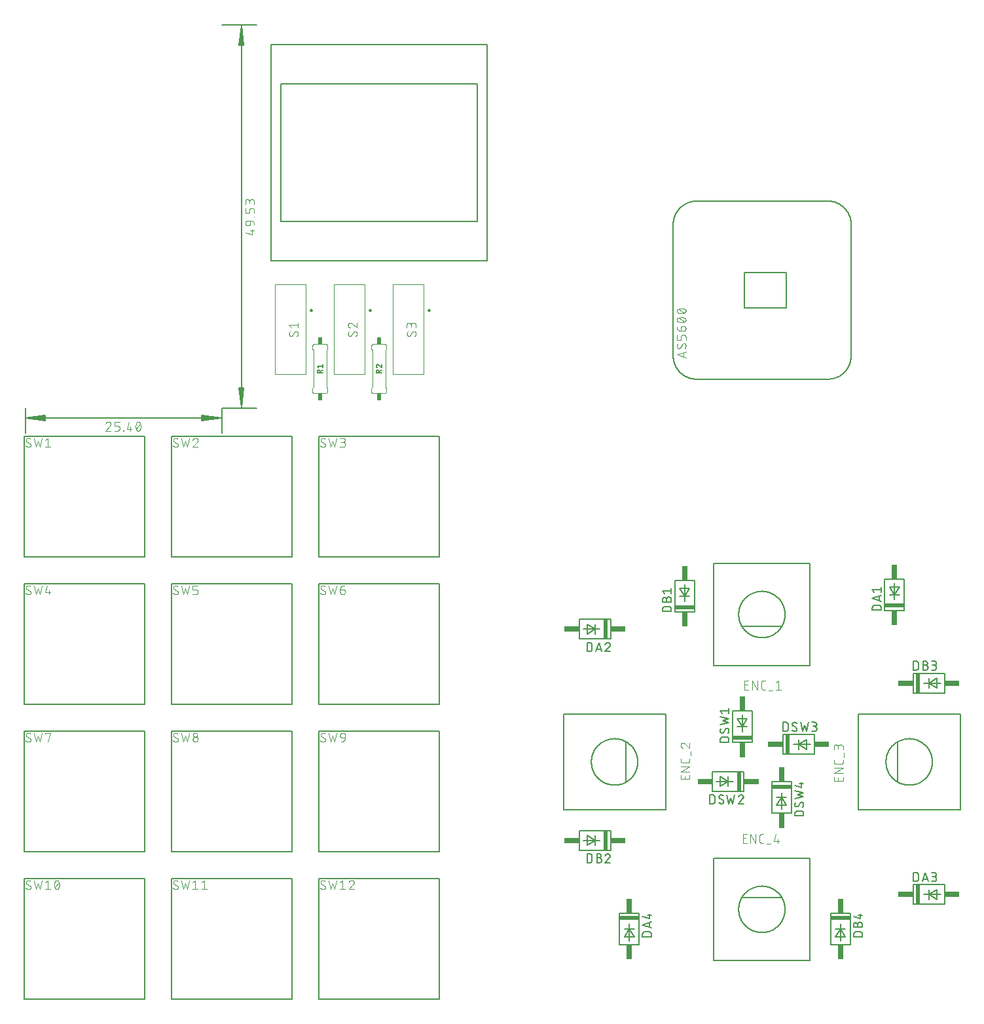
<source format=gbr>
G04 EAGLE Gerber RS-274X export*
G75*
%MOMM*%
%FSLAX34Y34*%
%LPD*%
%INSilkscreen Top*%
%IPPOS*%
%AMOC8*
5,1,8,0,0,1.08239X$1,22.5*%
G01*
%ADD10C,0.152400*%
%ADD11R,2.540000X0.508000*%
%ADD12R,0.762000X1.905000*%
%ADD13C,0.127000*%
%ADD14R,0.508000X2.540000*%
%ADD15R,1.905000X0.762000*%
%ADD16C,0.101600*%
%ADD17C,0.130000*%
%ADD18C,0.100000*%
%ADD19C,0.200000*%
%ADD20R,0.609600X0.863600*%


D10*
X1181100Y522920D02*
X1181100Y482280D01*
X1181100Y522920D02*
X1155700Y522920D01*
X1155700Y482280D01*
X1181100Y482280D01*
X1168400Y496250D02*
X1168400Y502600D01*
X1162050Y512760D02*
X1174750Y512760D01*
X1168400Y502600D01*
X1168400Y517840D01*
X1162050Y512760D02*
X1168400Y502600D01*
X1162050Y502600D01*
X1168400Y502600D02*
X1174750Y502600D01*
D11*
X1168400Y488630D03*
D12*
X1168400Y532445D03*
X1168400Y472755D03*
D13*
X1151255Y482915D02*
X1139825Y482915D01*
X1139825Y486090D01*
X1139827Y486201D01*
X1139833Y486311D01*
X1139842Y486422D01*
X1139856Y486532D01*
X1139873Y486641D01*
X1139894Y486750D01*
X1139919Y486858D01*
X1139948Y486965D01*
X1139980Y487071D01*
X1140016Y487176D01*
X1140056Y487279D01*
X1140099Y487381D01*
X1140146Y487482D01*
X1140197Y487581D01*
X1140250Y487678D01*
X1140307Y487772D01*
X1140368Y487865D01*
X1140431Y487956D01*
X1140498Y488045D01*
X1140568Y488131D01*
X1140641Y488214D01*
X1140716Y488296D01*
X1140794Y488374D01*
X1140876Y488449D01*
X1140959Y488522D01*
X1141045Y488592D01*
X1141134Y488659D01*
X1141225Y488722D01*
X1141318Y488783D01*
X1141413Y488840D01*
X1141509Y488893D01*
X1141608Y488944D01*
X1141709Y488991D01*
X1141811Y489034D01*
X1141914Y489074D01*
X1142019Y489110D01*
X1142125Y489142D01*
X1142232Y489171D01*
X1142340Y489196D01*
X1142449Y489217D01*
X1142558Y489234D01*
X1142668Y489248D01*
X1142779Y489257D01*
X1142889Y489263D01*
X1143000Y489265D01*
X1148080Y489265D01*
X1148191Y489263D01*
X1148301Y489257D01*
X1148412Y489248D01*
X1148522Y489234D01*
X1148631Y489217D01*
X1148740Y489196D01*
X1148848Y489171D01*
X1148955Y489142D01*
X1149061Y489110D01*
X1149166Y489074D01*
X1149269Y489034D01*
X1149371Y488991D01*
X1149472Y488944D01*
X1149571Y488893D01*
X1149668Y488840D01*
X1149762Y488783D01*
X1149855Y488722D01*
X1149946Y488659D01*
X1150035Y488592D01*
X1150121Y488522D01*
X1150204Y488449D01*
X1150286Y488374D01*
X1150364Y488296D01*
X1150439Y488214D01*
X1150512Y488131D01*
X1150582Y488045D01*
X1150649Y487956D01*
X1150712Y487865D01*
X1150773Y487772D01*
X1150830Y487678D01*
X1150883Y487581D01*
X1150934Y487482D01*
X1150981Y487381D01*
X1151024Y487279D01*
X1151064Y487176D01*
X1151100Y487071D01*
X1151132Y486965D01*
X1151161Y486858D01*
X1151186Y486750D01*
X1151207Y486641D01*
X1151224Y486532D01*
X1151238Y486422D01*
X1151247Y486311D01*
X1151253Y486201D01*
X1151255Y486090D01*
X1151255Y482915D01*
X1151255Y498155D02*
X1151253Y498255D01*
X1151247Y498354D01*
X1151237Y498454D01*
X1151224Y498552D01*
X1151206Y498651D01*
X1151185Y498748D01*
X1151160Y498844D01*
X1151131Y498940D01*
X1151098Y499034D01*
X1151062Y499127D01*
X1151022Y499218D01*
X1150978Y499308D01*
X1150931Y499396D01*
X1150881Y499482D01*
X1150827Y499566D01*
X1150770Y499648D01*
X1150710Y499727D01*
X1150646Y499805D01*
X1150580Y499879D01*
X1150511Y499951D01*
X1150439Y500020D01*
X1150365Y500086D01*
X1150287Y500150D01*
X1150208Y500210D01*
X1150126Y500267D01*
X1150042Y500321D01*
X1149956Y500371D01*
X1149868Y500418D01*
X1149778Y500462D01*
X1149687Y500502D01*
X1149594Y500538D01*
X1149500Y500571D01*
X1149404Y500600D01*
X1149308Y500625D01*
X1149211Y500646D01*
X1149112Y500664D01*
X1149014Y500677D01*
X1148914Y500687D01*
X1148815Y500693D01*
X1148715Y500695D01*
X1151255Y498155D02*
X1151253Y498014D01*
X1151248Y497873D01*
X1151238Y497732D01*
X1151225Y497591D01*
X1151209Y497451D01*
X1151188Y497311D01*
X1151164Y497172D01*
X1151136Y497033D01*
X1151105Y496896D01*
X1151070Y496759D01*
X1151032Y496623D01*
X1150990Y496488D01*
X1150944Y496355D01*
X1150895Y496222D01*
X1150842Y496091D01*
X1150786Y495962D01*
X1150727Y495833D01*
X1150664Y495707D01*
X1150598Y495582D01*
X1150529Y495459D01*
X1150456Y495338D01*
X1150380Y495219D01*
X1150301Y495101D01*
X1150220Y494986D01*
X1150135Y494874D01*
X1150047Y494763D01*
X1149956Y494655D01*
X1149863Y494549D01*
X1149766Y494446D01*
X1149667Y494345D01*
X1142365Y494663D02*
X1142265Y494665D01*
X1142166Y494671D01*
X1142066Y494681D01*
X1141968Y494694D01*
X1141869Y494712D01*
X1141772Y494733D01*
X1141676Y494758D01*
X1141580Y494787D01*
X1141486Y494820D01*
X1141393Y494856D01*
X1141302Y494896D01*
X1141212Y494940D01*
X1141124Y494987D01*
X1141038Y495037D01*
X1140954Y495091D01*
X1140872Y495148D01*
X1140793Y495208D01*
X1140715Y495272D01*
X1140641Y495338D01*
X1140569Y495407D01*
X1140500Y495479D01*
X1140434Y495553D01*
X1140370Y495631D01*
X1140310Y495710D01*
X1140253Y495792D01*
X1140199Y495876D01*
X1140149Y495962D01*
X1140102Y496050D01*
X1140058Y496140D01*
X1140018Y496231D01*
X1139982Y496324D01*
X1139949Y496418D01*
X1139920Y496514D01*
X1139895Y496610D01*
X1139874Y496707D01*
X1139856Y496806D01*
X1139843Y496904D01*
X1139833Y497004D01*
X1139827Y497103D01*
X1139825Y497203D01*
X1139827Y497336D01*
X1139832Y497469D01*
X1139842Y497602D01*
X1139855Y497735D01*
X1139872Y497867D01*
X1139892Y497999D01*
X1139916Y498130D01*
X1139944Y498260D01*
X1139975Y498390D01*
X1140010Y498518D01*
X1140049Y498646D01*
X1140091Y498772D01*
X1140137Y498897D01*
X1140186Y499021D01*
X1140238Y499144D01*
X1140294Y499265D01*
X1140354Y499384D01*
X1140416Y499502D01*
X1140482Y499617D01*
X1140551Y499731D01*
X1140624Y499843D01*
X1140699Y499953D01*
X1140778Y500061D01*
X1144588Y495932D02*
X1144536Y495848D01*
X1144481Y495765D01*
X1144422Y495685D01*
X1144361Y495607D01*
X1144297Y495532D01*
X1144229Y495459D01*
X1144159Y495388D01*
X1144087Y495321D01*
X1144012Y495256D01*
X1143934Y495194D01*
X1143854Y495135D01*
X1143772Y495079D01*
X1143688Y495027D01*
X1143602Y494978D01*
X1143514Y494932D01*
X1143424Y494889D01*
X1143333Y494850D01*
X1143240Y494815D01*
X1143146Y494783D01*
X1143051Y494755D01*
X1142955Y494730D01*
X1142858Y494710D01*
X1142760Y494692D01*
X1142662Y494679D01*
X1142563Y494670D01*
X1142464Y494664D01*
X1142365Y494662D01*
X1146492Y499425D02*
X1146544Y499509D01*
X1146599Y499592D01*
X1146658Y499672D01*
X1146719Y499750D01*
X1146783Y499825D01*
X1146851Y499898D01*
X1146921Y499969D01*
X1146993Y500036D01*
X1147068Y500101D01*
X1147146Y500163D01*
X1147226Y500222D01*
X1147308Y500278D01*
X1147392Y500330D01*
X1147478Y500379D01*
X1147566Y500425D01*
X1147656Y500468D01*
X1147747Y500507D01*
X1147840Y500542D01*
X1147934Y500574D01*
X1148029Y500602D01*
X1148125Y500627D01*
X1148222Y500647D01*
X1148320Y500665D01*
X1148418Y500678D01*
X1148517Y500687D01*
X1148616Y500693D01*
X1148715Y500695D01*
X1146493Y499425D02*
X1144588Y495933D01*
X1139825Y505013D02*
X1151255Y507553D01*
X1143635Y510093D01*
X1151255Y512633D01*
X1139825Y515173D01*
X1142365Y519872D02*
X1139825Y523047D01*
X1151255Y523047D01*
X1151255Y519872D02*
X1151255Y526222D01*
D10*
X1206500Y431320D02*
X1206500Y390680D01*
X1231900Y390680D01*
X1231900Y431320D01*
X1206500Y431320D01*
X1219200Y417350D02*
X1219200Y411000D01*
X1225550Y400840D02*
X1212850Y400840D01*
X1219200Y411000D01*
X1219200Y395760D01*
X1225550Y400840D02*
X1219200Y411000D01*
X1225550Y411000D01*
X1219200Y411000D02*
X1212850Y411000D01*
D11*
X1219200Y424970D03*
D12*
X1219200Y381155D03*
X1219200Y440845D03*
D13*
X1236345Y387378D02*
X1247775Y387378D01*
X1236345Y387378D02*
X1236345Y390553D01*
X1236347Y390664D01*
X1236353Y390774D01*
X1236362Y390885D01*
X1236376Y390995D01*
X1236393Y391104D01*
X1236414Y391213D01*
X1236439Y391321D01*
X1236468Y391428D01*
X1236500Y391534D01*
X1236536Y391639D01*
X1236576Y391742D01*
X1236619Y391844D01*
X1236666Y391945D01*
X1236717Y392044D01*
X1236770Y392141D01*
X1236827Y392235D01*
X1236888Y392328D01*
X1236951Y392419D01*
X1237018Y392508D01*
X1237088Y392594D01*
X1237161Y392677D01*
X1237236Y392759D01*
X1237314Y392837D01*
X1237396Y392912D01*
X1237479Y392985D01*
X1237565Y393055D01*
X1237654Y393122D01*
X1237745Y393185D01*
X1237838Y393246D01*
X1237933Y393303D01*
X1238029Y393356D01*
X1238128Y393407D01*
X1238229Y393454D01*
X1238331Y393497D01*
X1238434Y393537D01*
X1238539Y393573D01*
X1238645Y393605D01*
X1238752Y393634D01*
X1238860Y393659D01*
X1238969Y393680D01*
X1239078Y393697D01*
X1239188Y393711D01*
X1239299Y393720D01*
X1239409Y393726D01*
X1239520Y393728D01*
X1244600Y393728D01*
X1244711Y393726D01*
X1244821Y393720D01*
X1244932Y393711D01*
X1245042Y393697D01*
X1245151Y393680D01*
X1245260Y393659D01*
X1245368Y393634D01*
X1245475Y393605D01*
X1245581Y393573D01*
X1245686Y393537D01*
X1245789Y393497D01*
X1245891Y393454D01*
X1245992Y393407D01*
X1246091Y393356D01*
X1246188Y393303D01*
X1246282Y393246D01*
X1246375Y393185D01*
X1246466Y393122D01*
X1246555Y393055D01*
X1246641Y392985D01*
X1246724Y392912D01*
X1246806Y392837D01*
X1246884Y392759D01*
X1246959Y392677D01*
X1247032Y392594D01*
X1247102Y392508D01*
X1247169Y392419D01*
X1247232Y392328D01*
X1247293Y392235D01*
X1247350Y392141D01*
X1247403Y392044D01*
X1247454Y391945D01*
X1247501Y391844D01*
X1247544Y391742D01*
X1247584Y391639D01*
X1247620Y391534D01*
X1247652Y391428D01*
X1247681Y391321D01*
X1247706Y391213D01*
X1247727Y391104D01*
X1247744Y390995D01*
X1247758Y390885D01*
X1247767Y390774D01*
X1247773Y390664D01*
X1247775Y390553D01*
X1247775Y387378D01*
X1247775Y402618D02*
X1247773Y402718D01*
X1247767Y402817D01*
X1247757Y402917D01*
X1247744Y403015D01*
X1247726Y403114D01*
X1247705Y403211D01*
X1247680Y403307D01*
X1247651Y403403D01*
X1247618Y403497D01*
X1247582Y403590D01*
X1247542Y403681D01*
X1247498Y403771D01*
X1247451Y403859D01*
X1247401Y403945D01*
X1247347Y404029D01*
X1247290Y404111D01*
X1247230Y404190D01*
X1247166Y404268D01*
X1247100Y404342D01*
X1247031Y404414D01*
X1246959Y404483D01*
X1246885Y404549D01*
X1246807Y404613D01*
X1246728Y404673D01*
X1246646Y404730D01*
X1246562Y404784D01*
X1246476Y404834D01*
X1246388Y404881D01*
X1246298Y404925D01*
X1246207Y404965D01*
X1246114Y405001D01*
X1246020Y405034D01*
X1245924Y405063D01*
X1245828Y405088D01*
X1245731Y405109D01*
X1245632Y405127D01*
X1245534Y405140D01*
X1245434Y405150D01*
X1245335Y405156D01*
X1245235Y405158D01*
X1247775Y402618D02*
X1247773Y402477D01*
X1247768Y402336D01*
X1247758Y402195D01*
X1247745Y402054D01*
X1247729Y401914D01*
X1247708Y401774D01*
X1247684Y401635D01*
X1247656Y401496D01*
X1247625Y401359D01*
X1247590Y401222D01*
X1247552Y401086D01*
X1247510Y400951D01*
X1247464Y400818D01*
X1247415Y400685D01*
X1247362Y400554D01*
X1247306Y400425D01*
X1247247Y400296D01*
X1247184Y400170D01*
X1247118Y400045D01*
X1247049Y399922D01*
X1246976Y399801D01*
X1246900Y399682D01*
X1246821Y399564D01*
X1246740Y399449D01*
X1246655Y399337D01*
X1246567Y399226D01*
X1246476Y399118D01*
X1246383Y399012D01*
X1246286Y398909D01*
X1246187Y398808D01*
X1238885Y399126D02*
X1238785Y399128D01*
X1238686Y399134D01*
X1238586Y399144D01*
X1238488Y399157D01*
X1238389Y399175D01*
X1238292Y399196D01*
X1238196Y399221D01*
X1238100Y399250D01*
X1238006Y399283D01*
X1237913Y399319D01*
X1237822Y399359D01*
X1237732Y399403D01*
X1237644Y399450D01*
X1237558Y399500D01*
X1237474Y399554D01*
X1237392Y399611D01*
X1237313Y399671D01*
X1237235Y399735D01*
X1237161Y399801D01*
X1237089Y399870D01*
X1237020Y399942D01*
X1236954Y400016D01*
X1236890Y400094D01*
X1236830Y400173D01*
X1236773Y400255D01*
X1236719Y400339D01*
X1236669Y400425D01*
X1236622Y400513D01*
X1236578Y400603D01*
X1236538Y400694D01*
X1236502Y400787D01*
X1236469Y400881D01*
X1236440Y400977D01*
X1236415Y401073D01*
X1236394Y401170D01*
X1236376Y401269D01*
X1236363Y401367D01*
X1236353Y401467D01*
X1236347Y401566D01*
X1236345Y401666D01*
X1236347Y401799D01*
X1236352Y401932D01*
X1236362Y402065D01*
X1236375Y402198D01*
X1236392Y402330D01*
X1236412Y402462D01*
X1236436Y402593D01*
X1236464Y402723D01*
X1236495Y402853D01*
X1236530Y402981D01*
X1236569Y403109D01*
X1236611Y403235D01*
X1236657Y403360D01*
X1236706Y403484D01*
X1236758Y403607D01*
X1236814Y403728D01*
X1236874Y403847D01*
X1236936Y403965D01*
X1237002Y404080D01*
X1237071Y404194D01*
X1237144Y404306D01*
X1237219Y404416D01*
X1237298Y404524D01*
X1241108Y400395D02*
X1241056Y400311D01*
X1241001Y400228D01*
X1240942Y400148D01*
X1240881Y400070D01*
X1240817Y399995D01*
X1240749Y399922D01*
X1240679Y399851D01*
X1240607Y399784D01*
X1240532Y399719D01*
X1240454Y399657D01*
X1240374Y399598D01*
X1240292Y399542D01*
X1240208Y399490D01*
X1240122Y399441D01*
X1240034Y399395D01*
X1239944Y399352D01*
X1239853Y399313D01*
X1239760Y399278D01*
X1239666Y399246D01*
X1239571Y399218D01*
X1239475Y399193D01*
X1239378Y399173D01*
X1239280Y399155D01*
X1239182Y399142D01*
X1239083Y399133D01*
X1238984Y399127D01*
X1238885Y399125D01*
X1243012Y403888D02*
X1243064Y403972D01*
X1243119Y404055D01*
X1243178Y404135D01*
X1243239Y404213D01*
X1243303Y404288D01*
X1243371Y404361D01*
X1243441Y404432D01*
X1243513Y404499D01*
X1243588Y404564D01*
X1243666Y404626D01*
X1243746Y404685D01*
X1243828Y404741D01*
X1243912Y404793D01*
X1243998Y404842D01*
X1244086Y404888D01*
X1244176Y404931D01*
X1244267Y404970D01*
X1244360Y405005D01*
X1244454Y405037D01*
X1244549Y405065D01*
X1244645Y405090D01*
X1244742Y405110D01*
X1244840Y405128D01*
X1244938Y405141D01*
X1245037Y405150D01*
X1245136Y405156D01*
X1245235Y405158D01*
X1243013Y403888D02*
X1241108Y400396D01*
X1236345Y409476D02*
X1247775Y412016D01*
X1240155Y414556D01*
X1247775Y417096D01*
X1236345Y419636D01*
X1236345Y426875D02*
X1245235Y424335D01*
X1245235Y430685D01*
X1242695Y428780D02*
X1247775Y428780D01*
D10*
X1009650Y261620D02*
X1009650Y220980D01*
X1035050Y220980D01*
X1035050Y261620D01*
X1009650Y261620D01*
X1022350Y247650D02*
X1022350Y241300D01*
X1028700Y231140D02*
X1016000Y231140D01*
X1022350Y241300D01*
X1022350Y226060D01*
X1028700Y231140D02*
X1022350Y241300D01*
X1028700Y241300D01*
X1022350Y241300D02*
X1016000Y241300D01*
D11*
X1022350Y255270D03*
D12*
X1022350Y211455D03*
X1022350Y271145D03*
D13*
X1039495Y231394D02*
X1050925Y231394D01*
X1039495Y231394D02*
X1039495Y234569D01*
X1039497Y234680D01*
X1039503Y234790D01*
X1039512Y234901D01*
X1039526Y235011D01*
X1039543Y235120D01*
X1039564Y235229D01*
X1039589Y235337D01*
X1039618Y235444D01*
X1039650Y235550D01*
X1039686Y235655D01*
X1039726Y235758D01*
X1039769Y235860D01*
X1039816Y235961D01*
X1039867Y236060D01*
X1039920Y236157D01*
X1039977Y236251D01*
X1040038Y236344D01*
X1040101Y236435D01*
X1040168Y236524D01*
X1040238Y236610D01*
X1040311Y236693D01*
X1040386Y236775D01*
X1040464Y236853D01*
X1040546Y236928D01*
X1040629Y237001D01*
X1040715Y237071D01*
X1040804Y237138D01*
X1040895Y237201D01*
X1040988Y237262D01*
X1041083Y237319D01*
X1041179Y237372D01*
X1041278Y237423D01*
X1041379Y237470D01*
X1041481Y237513D01*
X1041584Y237553D01*
X1041689Y237589D01*
X1041795Y237621D01*
X1041902Y237650D01*
X1042010Y237675D01*
X1042119Y237696D01*
X1042228Y237713D01*
X1042338Y237727D01*
X1042449Y237736D01*
X1042559Y237742D01*
X1042670Y237744D01*
X1047750Y237744D01*
X1047861Y237742D01*
X1047971Y237736D01*
X1048082Y237727D01*
X1048192Y237713D01*
X1048301Y237696D01*
X1048410Y237675D01*
X1048518Y237650D01*
X1048625Y237621D01*
X1048731Y237589D01*
X1048836Y237553D01*
X1048939Y237513D01*
X1049041Y237470D01*
X1049142Y237423D01*
X1049241Y237372D01*
X1049338Y237319D01*
X1049432Y237262D01*
X1049525Y237201D01*
X1049616Y237138D01*
X1049705Y237071D01*
X1049791Y237001D01*
X1049874Y236928D01*
X1049956Y236853D01*
X1050034Y236775D01*
X1050109Y236693D01*
X1050182Y236610D01*
X1050252Y236524D01*
X1050319Y236435D01*
X1050382Y236344D01*
X1050443Y236251D01*
X1050500Y236157D01*
X1050553Y236060D01*
X1050604Y235961D01*
X1050651Y235860D01*
X1050694Y235758D01*
X1050734Y235655D01*
X1050770Y235550D01*
X1050802Y235444D01*
X1050831Y235337D01*
X1050856Y235229D01*
X1050877Y235120D01*
X1050894Y235011D01*
X1050908Y234901D01*
X1050917Y234790D01*
X1050923Y234680D01*
X1050925Y234569D01*
X1050925Y231394D01*
X1050925Y242570D02*
X1039495Y246380D01*
X1050925Y250190D01*
X1048068Y249238D02*
X1048068Y243523D01*
X1048385Y254635D02*
X1039495Y257175D01*
X1048385Y254635D02*
X1048385Y260985D01*
X1045845Y259080D02*
X1050925Y259080D01*
D10*
X1282700Y261620D02*
X1282700Y220980D01*
X1308100Y220980D01*
X1308100Y261620D01*
X1282700Y261620D01*
X1295400Y247650D02*
X1295400Y241300D01*
X1301750Y231140D02*
X1289050Y231140D01*
X1295400Y241300D01*
X1295400Y226060D01*
X1301750Y231140D02*
X1295400Y241300D01*
X1301750Y241300D01*
X1295400Y241300D02*
X1289050Y241300D01*
D11*
X1295400Y255270D03*
D12*
X1295400Y211455D03*
X1295400Y271145D03*
D13*
X1312545Y231394D02*
X1323975Y231394D01*
X1312545Y231394D02*
X1312545Y234569D01*
X1312547Y234680D01*
X1312553Y234790D01*
X1312562Y234901D01*
X1312576Y235011D01*
X1312593Y235120D01*
X1312614Y235229D01*
X1312639Y235337D01*
X1312668Y235444D01*
X1312700Y235550D01*
X1312736Y235655D01*
X1312776Y235758D01*
X1312819Y235860D01*
X1312866Y235961D01*
X1312917Y236060D01*
X1312970Y236157D01*
X1313027Y236251D01*
X1313088Y236344D01*
X1313151Y236435D01*
X1313218Y236524D01*
X1313288Y236610D01*
X1313361Y236693D01*
X1313436Y236775D01*
X1313514Y236853D01*
X1313596Y236928D01*
X1313679Y237001D01*
X1313765Y237071D01*
X1313854Y237138D01*
X1313945Y237201D01*
X1314038Y237262D01*
X1314133Y237319D01*
X1314229Y237372D01*
X1314328Y237423D01*
X1314429Y237470D01*
X1314531Y237513D01*
X1314634Y237553D01*
X1314739Y237589D01*
X1314845Y237621D01*
X1314952Y237650D01*
X1315060Y237675D01*
X1315169Y237696D01*
X1315278Y237713D01*
X1315388Y237727D01*
X1315499Y237736D01*
X1315609Y237742D01*
X1315720Y237744D01*
X1320800Y237744D01*
X1320911Y237742D01*
X1321021Y237736D01*
X1321132Y237727D01*
X1321242Y237713D01*
X1321351Y237696D01*
X1321460Y237675D01*
X1321568Y237650D01*
X1321675Y237621D01*
X1321781Y237589D01*
X1321886Y237553D01*
X1321989Y237513D01*
X1322091Y237470D01*
X1322192Y237423D01*
X1322291Y237372D01*
X1322388Y237319D01*
X1322482Y237262D01*
X1322575Y237201D01*
X1322666Y237138D01*
X1322755Y237071D01*
X1322841Y237001D01*
X1322924Y236928D01*
X1323006Y236853D01*
X1323084Y236775D01*
X1323159Y236693D01*
X1323232Y236610D01*
X1323302Y236524D01*
X1323369Y236435D01*
X1323432Y236344D01*
X1323493Y236251D01*
X1323550Y236157D01*
X1323603Y236060D01*
X1323654Y235961D01*
X1323701Y235860D01*
X1323744Y235758D01*
X1323784Y235655D01*
X1323820Y235550D01*
X1323852Y235444D01*
X1323881Y235337D01*
X1323906Y235229D01*
X1323927Y235120D01*
X1323944Y235011D01*
X1323958Y234901D01*
X1323967Y234790D01*
X1323973Y234680D01*
X1323975Y234569D01*
X1323975Y231394D01*
X1317625Y243777D02*
X1317625Y246952D01*
X1317627Y247063D01*
X1317633Y247173D01*
X1317642Y247284D01*
X1317656Y247394D01*
X1317673Y247503D01*
X1317694Y247612D01*
X1317719Y247720D01*
X1317748Y247827D01*
X1317780Y247933D01*
X1317816Y248038D01*
X1317856Y248141D01*
X1317899Y248243D01*
X1317946Y248344D01*
X1317997Y248443D01*
X1318050Y248540D01*
X1318107Y248634D01*
X1318168Y248727D01*
X1318231Y248818D01*
X1318298Y248907D01*
X1318368Y248993D01*
X1318441Y249076D01*
X1318516Y249158D01*
X1318594Y249236D01*
X1318676Y249311D01*
X1318759Y249384D01*
X1318845Y249454D01*
X1318934Y249521D01*
X1319025Y249584D01*
X1319118Y249645D01*
X1319213Y249702D01*
X1319309Y249755D01*
X1319408Y249806D01*
X1319509Y249853D01*
X1319611Y249896D01*
X1319714Y249936D01*
X1319819Y249972D01*
X1319925Y250004D01*
X1320032Y250033D01*
X1320140Y250058D01*
X1320249Y250079D01*
X1320358Y250096D01*
X1320468Y250110D01*
X1320579Y250119D01*
X1320689Y250125D01*
X1320800Y250127D01*
X1320911Y250125D01*
X1321021Y250119D01*
X1321132Y250110D01*
X1321242Y250096D01*
X1321351Y250079D01*
X1321460Y250058D01*
X1321568Y250033D01*
X1321675Y250004D01*
X1321781Y249972D01*
X1321886Y249936D01*
X1321989Y249896D01*
X1322091Y249853D01*
X1322192Y249806D01*
X1322291Y249755D01*
X1322388Y249702D01*
X1322482Y249645D01*
X1322575Y249584D01*
X1322666Y249521D01*
X1322755Y249454D01*
X1322841Y249384D01*
X1322924Y249311D01*
X1323006Y249236D01*
X1323084Y249158D01*
X1323159Y249076D01*
X1323232Y248993D01*
X1323302Y248907D01*
X1323369Y248818D01*
X1323432Y248727D01*
X1323493Y248634D01*
X1323550Y248540D01*
X1323603Y248443D01*
X1323654Y248344D01*
X1323701Y248243D01*
X1323744Y248141D01*
X1323784Y248038D01*
X1323820Y247933D01*
X1323852Y247827D01*
X1323881Y247720D01*
X1323906Y247612D01*
X1323927Y247503D01*
X1323944Y247394D01*
X1323958Y247284D01*
X1323967Y247173D01*
X1323973Y247063D01*
X1323975Y246952D01*
X1323975Y243777D01*
X1312545Y243777D01*
X1312545Y246952D01*
X1312547Y247052D01*
X1312553Y247151D01*
X1312563Y247251D01*
X1312576Y247349D01*
X1312594Y247448D01*
X1312615Y247545D01*
X1312640Y247641D01*
X1312669Y247737D01*
X1312702Y247831D01*
X1312738Y247924D01*
X1312778Y248015D01*
X1312822Y248105D01*
X1312869Y248193D01*
X1312919Y248279D01*
X1312973Y248363D01*
X1313030Y248445D01*
X1313090Y248524D01*
X1313154Y248602D01*
X1313220Y248676D01*
X1313289Y248748D01*
X1313361Y248817D01*
X1313435Y248883D01*
X1313513Y248947D01*
X1313592Y249007D01*
X1313674Y249064D01*
X1313758Y249118D01*
X1313844Y249168D01*
X1313932Y249215D01*
X1314022Y249259D01*
X1314113Y249299D01*
X1314206Y249335D01*
X1314300Y249368D01*
X1314396Y249397D01*
X1314492Y249422D01*
X1314589Y249443D01*
X1314688Y249461D01*
X1314786Y249474D01*
X1314886Y249484D01*
X1314985Y249490D01*
X1315085Y249492D01*
X1315185Y249490D01*
X1315284Y249484D01*
X1315384Y249474D01*
X1315482Y249461D01*
X1315581Y249443D01*
X1315678Y249422D01*
X1315774Y249397D01*
X1315870Y249368D01*
X1315964Y249335D01*
X1316057Y249299D01*
X1316148Y249259D01*
X1316238Y249215D01*
X1316326Y249168D01*
X1316412Y249118D01*
X1316496Y249064D01*
X1316578Y249007D01*
X1316657Y248947D01*
X1316735Y248883D01*
X1316809Y248817D01*
X1316881Y248748D01*
X1316950Y248676D01*
X1317016Y248602D01*
X1317080Y248524D01*
X1317140Y248445D01*
X1317197Y248363D01*
X1317251Y248279D01*
X1317301Y248193D01*
X1317348Y248105D01*
X1317392Y248015D01*
X1317432Y247924D01*
X1317468Y247831D01*
X1317501Y247737D01*
X1317530Y247641D01*
X1317555Y247545D01*
X1317576Y247448D01*
X1317594Y247349D01*
X1317607Y247251D01*
X1317617Y247151D01*
X1317623Y247052D01*
X1317625Y246952D01*
X1321435Y254635D02*
X1312545Y257175D01*
X1321435Y254635D02*
X1321435Y260985D01*
X1318895Y259080D02*
X1323975Y259080D01*
D10*
X1377950Y652780D02*
X1377950Y693420D01*
X1352550Y693420D01*
X1352550Y652780D01*
X1377950Y652780D01*
X1365250Y666750D02*
X1365250Y673100D01*
X1358900Y683260D02*
X1371600Y683260D01*
X1365250Y673100D01*
X1365250Y688340D01*
X1358900Y683260D02*
X1365250Y673100D01*
X1358900Y673100D01*
X1365250Y673100D02*
X1371600Y673100D01*
D11*
X1365250Y659130D03*
D12*
X1365250Y702945D03*
X1365250Y643255D03*
D13*
X1348105Y653415D02*
X1336675Y653415D01*
X1336675Y656590D01*
X1336677Y656701D01*
X1336683Y656811D01*
X1336692Y656922D01*
X1336706Y657032D01*
X1336723Y657141D01*
X1336744Y657250D01*
X1336769Y657358D01*
X1336798Y657465D01*
X1336830Y657571D01*
X1336866Y657676D01*
X1336906Y657779D01*
X1336949Y657881D01*
X1336996Y657982D01*
X1337047Y658081D01*
X1337100Y658178D01*
X1337157Y658272D01*
X1337218Y658365D01*
X1337281Y658456D01*
X1337348Y658545D01*
X1337418Y658631D01*
X1337491Y658714D01*
X1337566Y658796D01*
X1337644Y658874D01*
X1337726Y658949D01*
X1337809Y659022D01*
X1337895Y659092D01*
X1337984Y659159D01*
X1338075Y659222D01*
X1338168Y659283D01*
X1338263Y659340D01*
X1338359Y659393D01*
X1338458Y659444D01*
X1338559Y659491D01*
X1338661Y659534D01*
X1338764Y659574D01*
X1338869Y659610D01*
X1338975Y659642D01*
X1339082Y659671D01*
X1339190Y659696D01*
X1339299Y659717D01*
X1339408Y659734D01*
X1339518Y659748D01*
X1339629Y659757D01*
X1339739Y659763D01*
X1339850Y659765D01*
X1344930Y659765D01*
X1345041Y659763D01*
X1345151Y659757D01*
X1345262Y659748D01*
X1345372Y659734D01*
X1345481Y659717D01*
X1345590Y659696D01*
X1345698Y659671D01*
X1345805Y659642D01*
X1345911Y659610D01*
X1346016Y659574D01*
X1346119Y659534D01*
X1346221Y659491D01*
X1346322Y659444D01*
X1346421Y659393D01*
X1346518Y659340D01*
X1346612Y659283D01*
X1346705Y659222D01*
X1346796Y659159D01*
X1346885Y659092D01*
X1346971Y659022D01*
X1347054Y658949D01*
X1347136Y658874D01*
X1347214Y658796D01*
X1347289Y658714D01*
X1347362Y658631D01*
X1347432Y658545D01*
X1347499Y658456D01*
X1347562Y658365D01*
X1347623Y658272D01*
X1347680Y658178D01*
X1347733Y658081D01*
X1347784Y657982D01*
X1347831Y657881D01*
X1347874Y657779D01*
X1347914Y657676D01*
X1347950Y657571D01*
X1347982Y657465D01*
X1348011Y657358D01*
X1348036Y657250D01*
X1348057Y657141D01*
X1348074Y657032D01*
X1348088Y656922D01*
X1348097Y656811D01*
X1348103Y656701D01*
X1348105Y656590D01*
X1348105Y653415D01*
X1348105Y664591D02*
X1336675Y668401D01*
X1348105Y672211D01*
X1345248Y671259D02*
X1345248Y665544D01*
X1339215Y676656D02*
X1336675Y679831D01*
X1348105Y679831D01*
X1348105Y676656D02*
X1348105Y683006D01*
D10*
X1106600Y691570D02*
X1106600Y650930D01*
X1106600Y691570D02*
X1081200Y691570D01*
X1081200Y650930D01*
X1106600Y650930D01*
X1093900Y664900D02*
X1093900Y671250D01*
X1087550Y681410D02*
X1100250Y681410D01*
X1093900Y671250D01*
X1093900Y686490D01*
X1087550Y681410D02*
X1093900Y671250D01*
X1087550Y671250D01*
X1093900Y671250D02*
X1100250Y671250D01*
D11*
X1093900Y657280D03*
D12*
X1093900Y701095D03*
X1093900Y641405D03*
D13*
X1076755Y651565D02*
X1065325Y651565D01*
X1065325Y654740D01*
X1065327Y654851D01*
X1065333Y654961D01*
X1065342Y655072D01*
X1065356Y655182D01*
X1065373Y655291D01*
X1065394Y655400D01*
X1065419Y655508D01*
X1065448Y655615D01*
X1065480Y655721D01*
X1065516Y655826D01*
X1065556Y655929D01*
X1065599Y656031D01*
X1065646Y656132D01*
X1065697Y656231D01*
X1065750Y656328D01*
X1065807Y656422D01*
X1065868Y656515D01*
X1065931Y656606D01*
X1065998Y656695D01*
X1066068Y656781D01*
X1066141Y656864D01*
X1066216Y656946D01*
X1066294Y657024D01*
X1066376Y657099D01*
X1066459Y657172D01*
X1066545Y657242D01*
X1066634Y657309D01*
X1066725Y657372D01*
X1066818Y657433D01*
X1066913Y657490D01*
X1067009Y657543D01*
X1067108Y657594D01*
X1067209Y657641D01*
X1067311Y657684D01*
X1067414Y657724D01*
X1067519Y657760D01*
X1067625Y657792D01*
X1067732Y657821D01*
X1067840Y657846D01*
X1067949Y657867D01*
X1068058Y657884D01*
X1068168Y657898D01*
X1068279Y657907D01*
X1068389Y657913D01*
X1068500Y657915D01*
X1073580Y657915D01*
X1073691Y657913D01*
X1073801Y657907D01*
X1073912Y657898D01*
X1074022Y657884D01*
X1074131Y657867D01*
X1074240Y657846D01*
X1074348Y657821D01*
X1074455Y657792D01*
X1074561Y657760D01*
X1074666Y657724D01*
X1074769Y657684D01*
X1074871Y657641D01*
X1074972Y657594D01*
X1075071Y657543D01*
X1075168Y657490D01*
X1075262Y657433D01*
X1075355Y657372D01*
X1075446Y657309D01*
X1075535Y657242D01*
X1075621Y657172D01*
X1075704Y657099D01*
X1075786Y657024D01*
X1075864Y656946D01*
X1075939Y656864D01*
X1076012Y656781D01*
X1076082Y656695D01*
X1076149Y656606D01*
X1076212Y656515D01*
X1076273Y656422D01*
X1076330Y656328D01*
X1076383Y656231D01*
X1076434Y656132D01*
X1076481Y656031D01*
X1076524Y655929D01*
X1076564Y655826D01*
X1076600Y655721D01*
X1076632Y655615D01*
X1076661Y655508D01*
X1076686Y655400D01*
X1076707Y655291D01*
X1076724Y655182D01*
X1076738Y655072D01*
X1076747Y654961D01*
X1076753Y654851D01*
X1076755Y654740D01*
X1076755Y651565D01*
X1070405Y663948D02*
X1070405Y667123D01*
X1070407Y667234D01*
X1070413Y667344D01*
X1070422Y667455D01*
X1070436Y667565D01*
X1070453Y667674D01*
X1070474Y667783D01*
X1070499Y667891D01*
X1070528Y667998D01*
X1070560Y668104D01*
X1070596Y668209D01*
X1070636Y668312D01*
X1070679Y668414D01*
X1070726Y668515D01*
X1070777Y668614D01*
X1070830Y668711D01*
X1070887Y668805D01*
X1070948Y668898D01*
X1071011Y668989D01*
X1071078Y669078D01*
X1071148Y669164D01*
X1071221Y669247D01*
X1071296Y669329D01*
X1071374Y669407D01*
X1071456Y669482D01*
X1071539Y669555D01*
X1071625Y669625D01*
X1071714Y669692D01*
X1071805Y669755D01*
X1071898Y669816D01*
X1071993Y669873D01*
X1072089Y669926D01*
X1072188Y669977D01*
X1072289Y670024D01*
X1072391Y670067D01*
X1072494Y670107D01*
X1072599Y670143D01*
X1072705Y670175D01*
X1072812Y670204D01*
X1072920Y670229D01*
X1073029Y670250D01*
X1073138Y670267D01*
X1073248Y670281D01*
X1073359Y670290D01*
X1073469Y670296D01*
X1073580Y670298D01*
X1073691Y670296D01*
X1073801Y670290D01*
X1073912Y670281D01*
X1074022Y670267D01*
X1074131Y670250D01*
X1074240Y670229D01*
X1074348Y670204D01*
X1074455Y670175D01*
X1074561Y670143D01*
X1074666Y670107D01*
X1074769Y670067D01*
X1074871Y670024D01*
X1074972Y669977D01*
X1075071Y669926D01*
X1075168Y669873D01*
X1075262Y669816D01*
X1075355Y669755D01*
X1075446Y669692D01*
X1075535Y669625D01*
X1075621Y669555D01*
X1075704Y669482D01*
X1075786Y669407D01*
X1075864Y669329D01*
X1075939Y669247D01*
X1076012Y669164D01*
X1076082Y669078D01*
X1076149Y668989D01*
X1076212Y668898D01*
X1076273Y668805D01*
X1076330Y668711D01*
X1076383Y668614D01*
X1076434Y668515D01*
X1076481Y668414D01*
X1076524Y668312D01*
X1076564Y668209D01*
X1076600Y668104D01*
X1076632Y667998D01*
X1076661Y667891D01*
X1076686Y667783D01*
X1076707Y667674D01*
X1076724Y667565D01*
X1076738Y667455D01*
X1076747Y667344D01*
X1076753Y667234D01*
X1076755Y667123D01*
X1076755Y663948D01*
X1065325Y663948D01*
X1065325Y667123D01*
X1065327Y667223D01*
X1065333Y667322D01*
X1065343Y667422D01*
X1065356Y667520D01*
X1065374Y667619D01*
X1065395Y667716D01*
X1065420Y667812D01*
X1065449Y667908D01*
X1065482Y668002D01*
X1065518Y668095D01*
X1065558Y668186D01*
X1065602Y668276D01*
X1065649Y668364D01*
X1065699Y668450D01*
X1065753Y668534D01*
X1065810Y668616D01*
X1065870Y668695D01*
X1065934Y668773D01*
X1066000Y668847D01*
X1066069Y668919D01*
X1066141Y668988D01*
X1066215Y669054D01*
X1066293Y669118D01*
X1066372Y669178D01*
X1066454Y669235D01*
X1066538Y669289D01*
X1066624Y669339D01*
X1066712Y669386D01*
X1066802Y669430D01*
X1066893Y669470D01*
X1066986Y669506D01*
X1067080Y669539D01*
X1067176Y669568D01*
X1067272Y669593D01*
X1067369Y669614D01*
X1067468Y669632D01*
X1067566Y669645D01*
X1067666Y669655D01*
X1067765Y669661D01*
X1067865Y669663D01*
X1067965Y669661D01*
X1068064Y669655D01*
X1068164Y669645D01*
X1068262Y669632D01*
X1068361Y669614D01*
X1068458Y669593D01*
X1068554Y669568D01*
X1068650Y669539D01*
X1068744Y669506D01*
X1068837Y669470D01*
X1068928Y669430D01*
X1069018Y669386D01*
X1069106Y669339D01*
X1069192Y669289D01*
X1069276Y669235D01*
X1069358Y669178D01*
X1069437Y669118D01*
X1069515Y669054D01*
X1069589Y668988D01*
X1069661Y668919D01*
X1069730Y668847D01*
X1069796Y668773D01*
X1069860Y668695D01*
X1069920Y668616D01*
X1069977Y668534D01*
X1070031Y668450D01*
X1070081Y668364D01*
X1070128Y668276D01*
X1070172Y668186D01*
X1070212Y668095D01*
X1070248Y668002D01*
X1070281Y667908D01*
X1070310Y667812D01*
X1070335Y667716D01*
X1070356Y667619D01*
X1070374Y667520D01*
X1070387Y667422D01*
X1070397Y667322D01*
X1070403Y667223D01*
X1070405Y667123D01*
X1067865Y674806D02*
X1065325Y677981D01*
X1076755Y677981D01*
X1076755Y674806D02*
X1076755Y681156D01*
D10*
X1129980Y444500D02*
X1170620Y444500D01*
X1129980Y444500D02*
X1129980Y419100D01*
X1170620Y419100D01*
X1170620Y444500D01*
X1156650Y431800D02*
X1150300Y431800D01*
X1140140Y425450D02*
X1140140Y438150D01*
X1150300Y431800D01*
X1135060Y431800D01*
X1140140Y425450D02*
X1150300Y431800D01*
X1150300Y425450D01*
X1150300Y431800D02*
X1150300Y438150D01*
D14*
X1164270Y431800D03*
D15*
X1120455Y431800D03*
X1180145Y431800D03*
D13*
X1126678Y414655D02*
X1126678Y403225D01*
X1126678Y414655D02*
X1129853Y414655D01*
X1129964Y414653D01*
X1130074Y414647D01*
X1130185Y414638D01*
X1130295Y414624D01*
X1130404Y414607D01*
X1130513Y414586D01*
X1130621Y414561D01*
X1130728Y414532D01*
X1130834Y414500D01*
X1130939Y414464D01*
X1131042Y414424D01*
X1131144Y414381D01*
X1131245Y414334D01*
X1131344Y414283D01*
X1131441Y414230D01*
X1131535Y414173D01*
X1131628Y414112D01*
X1131719Y414049D01*
X1131808Y413982D01*
X1131894Y413912D01*
X1131977Y413839D01*
X1132059Y413764D01*
X1132137Y413686D01*
X1132212Y413604D01*
X1132285Y413521D01*
X1132355Y413435D01*
X1132422Y413346D01*
X1132485Y413255D01*
X1132546Y413162D01*
X1132603Y413068D01*
X1132656Y412971D01*
X1132707Y412872D01*
X1132754Y412771D01*
X1132797Y412669D01*
X1132837Y412566D01*
X1132873Y412461D01*
X1132905Y412355D01*
X1132934Y412248D01*
X1132959Y412140D01*
X1132980Y412031D01*
X1132997Y411922D01*
X1133011Y411812D01*
X1133020Y411701D01*
X1133026Y411591D01*
X1133028Y411480D01*
X1133028Y406400D01*
X1133026Y406289D01*
X1133020Y406179D01*
X1133011Y406068D01*
X1132997Y405958D01*
X1132980Y405849D01*
X1132959Y405740D01*
X1132934Y405632D01*
X1132905Y405525D01*
X1132873Y405419D01*
X1132837Y405314D01*
X1132797Y405211D01*
X1132754Y405109D01*
X1132707Y405008D01*
X1132656Y404909D01*
X1132603Y404812D01*
X1132546Y404718D01*
X1132485Y404625D01*
X1132422Y404534D01*
X1132355Y404445D01*
X1132285Y404359D01*
X1132212Y404276D01*
X1132137Y404194D01*
X1132059Y404116D01*
X1131977Y404041D01*
X1131894Y403968D01*
X1131808Y403898D01*
X1131719Y403831D01*
X1131628Y403768D01*
X1131535Y403707D01*
X1131441Y403650D01*
X1131344Y403597D01*
X1131245Y403546D01*
X1131144Y403499D01*
X1131042Y403456D01*
X1130939Y403416D01*
X1130834Y403380D01*
X1130728Y403348D01*
X1130621Y403319D01*
X1130513Y403294D01*
X1130404Y403273D01*
X1130295Y403256D01*
X1130185Y403242D01*
X1130074Y403233D01*
X1129964Y403227D01*
X1129853Y403225D01*
X1126678Y403225D01*
X1141918Y403225D02*
X1142018Y403227D01*
X1142117Y403233D01*
X1142217Y403243D01*
X1142315Y403256D01*
X1142414Y403274D01*
X1142511Y403295D01*
X1142607Y403320D01*
X1142703Y403349D01*
X1142797Y403382D01*
X1142890Y403418D01*
X1142981Y403458D01*
X1143071Y403502D01*
X1143159Y403549D01*
X1143245Y403599D01*
X1143329Y403653D01*
X1143411Y403710D01*
X1143490Y403770D01*
X1143568Y403834D01*
X1143642Y403900D01*
X1143714Y403969D01*
X1143783Y404041D01*
X1143849Y404115D01*
X1143913Y404193D01*
X1143973Y404272D01*
X1144030Y404354D01*
X1144084Y404438D01*
X1144134Y404524D01*
X1144181Y404612D01*
X1144225Y404702D01*
X1144265Y404793D01*
X1144301Y404886D01*
X1144334Y404980D01*
X1144363Y405076D01*
X1144388Y405172D01*
X1144409Y405269D01*
X1144427Y405368D01*
X1144440Y405466D01*
X1144450Y405566D01*
X1144456Y405665D01*
X1144458Y405765D01*
X1141918Y403225D02*
X1141777Y403227D01*
X1141636Y403232D01*
X1141495Y403242D01*
X1141354Y403255D01*
X1141214Y403271D01*
X1141074Y403292D01*
X1140935Y403316D01*
X1140796Y403344D01*
X1140659Y403375D01*
X1140522Y403410D01*
X1140386Y403448D01*
X1140251Y403490D01*
X1140118Y403536D01*
X1139985Y403585D01*
X1139854Y403638D01*
X1139725Y403694D01*
X1139596Y403753D01*
X1139470Y403816D01*
X1139345Y403882D01*
X1139222Y403951D01*
X1139101Y404024D01*
X1138982Y404100D01*
X1138864Y404179D01*
X1138749Y404260D01*
X1138637Y404345D01*
X1138526Y404433D01*
X1138418Y404524D01*
X1138312Y404617D01*
X1138209Y404714D01*
X1138108Y404813D01*
X1138426Y412115D02*
X1138428Y412215D01*
X1138434Y412314D01*
X1138444Y412414D01*
X1138457Y412512D01*
X1138475Y412611D01*
X1138496Y412708D01*
X1138521Y412804D01*
X1138550Y412900D01*
X1138583Y412994D01*
X1138619Y413087D01*
X1138659Y413178D01*
X1138703Y413268D01*
X1138750Y413356D01*
X1138800Y413442D01*
X1138854Y413526D01*
X1138911Y413608D01*
X1138971Y413687D01*
X1139035Y413765D01*
X1139101Y413839D01*
X1139170Y413911D01*
X1139242Y413980D01*
X1139316Y414046D01*
X1139394Y414110D01*
X1139473Y414170D01*
X1139555Y414227D01*
X1139639Y414281D01*
X1139725Y414331D01*
X1139813Y414378D01*
X1139903Y414422D01*
X1139994Y414462D01*
X1140087Y414498D01*
X1140181Y414531D01*
X1140277Y414560D01*
X1140373Y414585D01*
X1140470Y414606D01*
X1140569Y414624D01*
X1140667Y414637D01*
X1140767Y414647D01*
X1140866Y414653D01*
X1140966Y414655D01*
X1140966Y414656D02*
X1141099Y414654D01*
X1141232Y414649D01*
X1141365Y414639D01*
X1141498Y414626D01*
X1141630Y414609D01*
X1141762Y414589D01*
X1141893Y414565D01*
X1142023Y414537D01*
X1142153Y414506D01*
X1142281Y414471D01*
X1142409Y414432D01*
X1142535Y414390D01*
X1142660Y414344D01*
X1142784Y414295D01*
X1142907Y414243D01*
X1143028Y414187D01*
X1143147Y414127D01*
X1143265Y414065D01*
X1143380Y413999D01*
X1143494Y413930D01*
X1143606Y413857D01*
X1143716Y413782D01*
X1143824Y413703D01*
X1139695Y409892D02*
X1139611Y409944D01*
X1139528Y409999D01*
X1139448Y410058D01*
X1139370Y410119D01*
X1139295Y410183D01*
X1139222Y410251D01*
X1139151Y410321D01*
X1139084Y410393D01*
X1139019Y410468D01*
X1138957Y410546D01*
X1138898Y410626D01*
X1138842Y410708D01*
X1138790Y410792D01*
X1138741Y410878D01*
X1138695Y410966D01*
X1138652Y411056D01*
X1138613Y411147D01*
X1138578Y411240D01*
X1138546Y411334D01*
X1138518Y411429D01*
X1138493Y411525D01*
X1138473Y411622D01*
X1138455Y411720D01*
X1138442Y411818D01*
X1138433Y411917D01*
X1138427Y412016D01*
X1138425Y412115D01*
X1143188Y407988D02*
X1143272Y407936D01*
X1143355Y407881D01*
X1143435Y407822D01*
X1143513Y407761D01*
X1143588Y407697D01*
X1143661Y407629D01*
X1143732Y407559D01*
X1143799Y407487D01*
X1143864Y407412D01*
X1143926Y407334D01*
X1143985Y407254D01*
X1144041Y407172D01*
X1144093Y407088D01*
X1144142Y407002D01*
X1144188Y406914D01*
X1144231Y406824D01*
X1144270Y406733D01*
X1144305Y406640D01*
X1144337Y406546D01*
X1144365Y406451D01*
X1144390Y406355D01*
X1144410Y406258D01*
X1144428Y406160D01*
X1144441Y406062D01*
X1144450Y405963D01*
X1144456Y405864D01*
X1144458Y405765D01*
X1143188Y407988D02*
X1139696Y409893D01*
X1148776Y414655D02*
X1151316Y403225D01*
X1153856Y410845D01*
X1156396Y403225D01*
X1158936Y414655D01*
X1167128Y414656D02*
X1167232Y414654D01*
X1167337Y414648D01*
X1167441Y414639D01*
X1167544Y414626D01*
X1167647Y414608D01*
X1167749Y414588D01*
X1167851Y414563D01*
X1167951Y414535D01*
X1168051Y414503D01*
X1168149Y414467D01*
X1168246Y414428D01*
X1168341Y414386D01*
X1168435Y414340D01*
X1168527Y414290D01*
X1168617Y414238D01*
X1168705Y414182D01*
X1168791Y414122D01*
X1168875Y414060D01*
X1168956Y413995D01*
X1169035Y413927D01*
X1169112Y413855D01*
X1169185Y413782D01*
X1169257Y413705D01*
X1169325Y413626D01*
X1169390Y413545D01*
X1169452Y413461D01*
X1169512Y413375D01*
X1169568Y413287D01*
X1169620Y413197D01*
X1169670Y413105D01*
X1169716Y413011D01*
X1169758Y412916D01*
X1169797Y412819D01*
X1169833Y412721D01*
X1169865Y412621D01*
X1169893Y412521D01*
X1169918Y412419D01*
X1169938Y412317D01*
X1169956Y412214D01*
X1169969Y412111D01*
X1169978Y412007D01*
X1169984Y411902D01*
X1169986Y411798D01*
X1167128Y414655D02*
X1167010Y414653D01*
X1166891Y414647D01*
X1166773Y414638D01*
X1166656Y414625D01*
X1166539Y414607D01*
X1166422Y414587D01*
X1166306Y414562D01*
X1166191Y414534D01*
X1166078Y414501D01*
X1165965Y414466D01*
X1165853Y414426D01*
X1165743Y414384D01*
X1165634Y414337D01*
X1165526Y414287D01*
X1165421Y414234D01*
X1165317Y414177D01*
X1165215Y414117D01*
X1165115Y414054D01*
X1165017Y413987D01*
X1164921Y413918D01*
X1164828Y413845D01*
X1164737Y413769D01*
X1164648Y413691D01*
X1164562Y413609D01*
X1164479Y413525D01*
X1164398Y413439D01*
X1164321Y413349D01*
X1164246Y413258D01*
X1164174Y413164D01*
X1164105Y413067D01*
X1164040Y412969D01*
X1163977Y412868D01*
X1163918Y412765D01*
X1163862Y412661D01*
X1163810Y412555D01*
X1163761Y412447D01*
X1163716Y412338D01*
X1163674Y412227D01*
X1163636Y412115D01*
X1169033Y409576D02*
X1169109Y409651D01*
X1169184Y409730D01*
X1169255Y409811D01*
X1169324Y409895D01*
X1169389Y409981D01*
X1169451Y410069D01*
X1169511Y410159D01*
X1169567Y410251D01*
X1169620Y410346D01*
X1169669Y410442D01*
X1169715Y410540D01*
X1169758Y410639D01*
X1169797Y410740D01*
X1169832Y410842D01*
X1169864Y410945D01*
X1169892Y411049D01*
X1169917Y411154D01*
X1169938Y411261D01*
X1169955Y411367D01*
X1169968Y411474D01*
X1169977Y411582D01*
X1169983Y411690D01*
X1169985Y411798D01*
X1169033Y409575D02*
X1163635Y403225D01*
X1169985Y403225D01*
D10*
X998220Y641350D02*
X957580Y641350D01*
X957580Y615950D01*
X998220Y615950D01*
X998220Y641350D01*
X984250Y628650D02*
X977900Y628650D01*
X967740Y622300D02*
X967740Y635000D01*
X977900Y628650D01*
X962660Y628650D01*
X967740Y622300D02*
X977900Y628650D01*
X977900Y622300D01*
X977900Y628650D02*
X977900Y635000D01*
D14*
X991870Y628650D03*
D15*
X948055Y628650D03*
X1007745Y628650D03*
D13*
X967994Y611505D02*
X967994Y600075D01*
X967994Y611505D02*
X971169Y611505D01*
X971280Y611503D01*
X971390Y611497D01*
X971501Y611488D01*
X971611Y611474D01*
X971720Y611457D01*
X971829Y611436D01*
X971937Y611411D01*
X972044Y611382D01*
X972150Y611350D01*
X972255Y611314D01*
X972358Y611274D01*
X972460Y611231D01*
X972561Y611184D01*
X972660Y611133D01*
X972757Y611080D01*
X972851Y611023D01*
X972944Y610962D01*
X973035Y610899D01*
X973124Y610832D01*
X973210Y610762D01*
X973293Y610689D01*
X973375Y610614D01*
X973453Y610536D01*
X973528Y610454D01*
X973601Y610371D01*
X973671Y610285D01*
X973738Y610196D01*
X973801Y610105D01*
X973862Y610012D01*
X973919Y609918D01*
X973972Y609821D01*
X974023Y609722D01*
X974070Y609621D01*
X974113Y609519D01*
X974153Y609416D01*
X974189Y609311D01*
X974221Y609205D01*
X974250Y609098D01*
X974275Y608990D01*
X974296Y608881D01*
X974313Y608772D01*
X974327Y608662D01*
X974336Y608551D01*
X974342Y608441D01*
X974344Y608330D01*
X974344Y603250D01*
X974342Y603139D01*
X974336Y603029D01*
X974327Y602918D01*
X974313Y602808D01*
X974296Y602699D01*
X974275Y602590D01*
X974250Y602482D01*
X974221Y602375D01*
X974189Y602269D01*
X974153Y602164D01*
X974113Y602061D01*
X974070Y601959D01*
X974023Y601858D01*
X973972Y601759D01*
X973919Y601663D01*
X973862Y601568D01*
X973801Y601475D01*
X973738Y601384D01*
X973671Y601295D01*
X973601Y601209D01*
X973528Y601126D01*
X973453Y601044D01*
X973375Y600966D01*
X973293Y600891D01*
X973210Y600818D01*
X973124Y600748D01*
X973035Y600681D01*
X972944Y600618D01*
X972851Y600557D01*
X972757Y600500D01*
X972660Y600447D01*
X972561Y600396D01*
X972460Y600349D01*
X972358Y600306D01*
X972255Y600266D01*
X972150Y600230D01*
X972044Y600198D01*
X971937Y600169D01*
X971829Y600144D01*
X971720Y600123D01*
X971611Y600106D01*
X971501Y600092D01*
X971390Y600083D01*
X971280Y600077D01*
X971169Y600075D01*
X967994Y600075D01*
X979170Y600075D02*
X982980Y611505D01*
X986790Y600075D01*
X985838Y602933D02*
X980123Y602933D01*
X994728Y611506D02*
X994832Y611504D01*
X994937Y611498D01*
X995041Y611489D01*
X995144Y611476D01*
X995247Y611458D01*
X995349Y611438D01*
X995451Y611413D01*
X995551Y611385D01*
X995651Y611353D01*
X995749Y611317D01*
X995846Y611278D01*
X995941Y611236D01*
X996035Y611190D01*
X996127Y611140D01*
X996217Y611088D01*
X996305Y611032D01*
X996391Y610972D01*
X996475Y610910D01*
X996556Y610845D01*
X996635Y610777D01*
X996712Y610705D01*
X996785Y610632D01*
X996857Y610555D01*
X996925Y610476D01*
X996990Y610395D01*
X997052Y610311D01*
X997112Y610225D01*
X997168Y610137D01*
X997220Y610047D01*
X997270Y609955D01*
X997316Y609861D01*
X997358Y609766D01*
X997397Y609669D01*
X997433Y609571D01*
X997465Y609471D01*
X997493Y609371D01*
X997518Y609269D01*
X997538Y609167D01*
X997556Y609064D01*
X997569Y608961D01*
X997578Y608857D01*
X997584Y608752D01*
X997586Y608648D01*
X994728Y611505D02*
X994610Y611503D01*
X994491Y611497D01*
X994373Y611488D01*
X994256Y611475D01*
X994139Y611457D01*
X994022Y611437D01*
X993906Y611412D01*
X993791Y611384D01*
X993678Y611351D01*
X993565Y611316D01*
X993453Y611276D01*
X993343Y611234D01*
X993234Y611187D01*
X993126Y611137D01*
X993021Y611084D01*
X992917Y611027D01*
X992815Y610967D01*
X992715Y610904D01*
X992617Y610837D01*
X992521Y610768D01*
X992428Y610695D01*
X992337Y610619D01*
X992248Y610541D01*
X992162Y610459D01*
X992079Y610375D01*
X991998Y610289D01*
X991921Y610199D01*
X991846Y610108D01*
X991774Y610014D01*
X991705Y609917D01*
X991640Y609819D01*
X991577Y609718D01*
X991518Y609615D01*
X991462Y609511D01*
X991410Y609405D01*
X991361Y609297D01*
X991316Y609188D01*
X991274Y609077D01*
X991236Y608965D01*
X996633Y606426D02*
X996709Y606501D01*
X996784Y606580D01*
X996855Y606661D01*
X996924Y606745D01*
X996989Y606831D01*
X997051Y606919D01*
X997111Y607009D01*
X997167Y607101D01*
X997220Y607196D01*
X997269Y607292D01*
X997315Y607390D01*
X997358Y607489D01*
X997397Y607590D01*
X997432Y607692D01*
X997464Y607795D01*
X997492Y607899D01*
X997517Y608004D01*
X997538Y608111D01*
X997555Y608217D01*
X997568Y608324D01*
X997577Y608432D01*
X997583Y608540D01*
X997585Y608648D01*
X996633Y606425D02*
X991235Y600075D01*
X997585Y600075D01*
D10*
X998220Y368300D02*
X957580Y368300D01*
X957580Y342900D01*
X998220Y342900D01*
X998220Y368300D01*
X984250Y355600D02*
X977900Y355600D01*
X967740Y349250D02*
X967740Y361950D01*
X977900Y355600D01*
X962660Y355600D01*
X967740Y349250D02*
X977900Y355600D01*
X977900Y349250D01*
X977900Y355600D02*
X977900Y361950D01*
D14*
X991870Y355600D03*
D15*
X948055Y355600D03*
X1007745Y355600D03*
D13*
X967994Y338455D02*
X967994Y327025D01*
X967994Y338455D02*
X971169Y338455D01*
X971280Y338453D01*
X971390Y338447D01*
X971501Y338438D01*
X971611Y338424D01*
X971720Y338407D01*
X971829Y338386D01*
X971937Y338361D01*
X972044Y338332D01*
X972150Y338300D01*
X972255Y338264D01*
X972358Y338224D01*
X972460Y338181D01*
X972561Y338134D01*
X972660Y338083D01*
X972757Y338030D01*
X972851Y337973D01*
X972944Y337912D01*
X973035Y337849D01*
X973124Y337782D01*
X973210Y337712D01*
X973293Y337639D01*
X973375Y337564D01*
X973453Y337486D01*
X973528Y337404D01*
X973601Y337321D01*
X973671Y337235D01*
X973738Y337146D01*
X973801Y337055D01*
X973862Y336962D01*
X973919Y336868D01*
X973972Y336771D01*
X974023Y336672D01*
X974070Y336571D01*
X974113Y336469D01*
X974153Y336366D01*
X974189Y336261D01*
X974221Y336155D01*
X974250Y336048D01*
X974275Y335940D01*
X974296Y335831D01*
X974313Y335722D01*
X974327Y335612D01*
X974336Y335501D01*
X974342Y335391D01*
X974344Y335280D01*
X974344Y330200D01*
X974342Y330089D01*
X974336Y329979D01*
X974327Y329868D01*
X974313Y329758D01*
X974296Y329649D01*
X974275Y329540D01*
X974250Y329432D01*
X974221Y329325D01*
X974189Y329219D01*
X974153Y329114D01*
X974113Y329011D01*
X974070Y328909D01*
X974023Y328808D01*
X973972Y328709D01*
X973919Y328612D01*
X973862Y328518D01*
X973801Y328425D01*
X973738Y328334D01*
X973671Y328245D01*
X973601Y328159D01*
X973528Y328076D01*
X973453Y327994D01*
X973375Y327916D01*
X973293Y327841D01*
X973210Y327768D01*
X973124Y327698D01*
X973035Y327631D01*
X972944Y327568D01*
X972851Y327507D01*
X972757Y327450D01*
X972660Y327397D01*
X972561Y327346D01*
X972460Y327299D01*
X972358Y327256D01*
X972255Y327216D01*
X972150Y327180D01*
X972044Y327148D01*
X971937Y327119D01*
X971829Y327094D01*
X971720Y327073D01*
X971611Y327056D01*
X971501Y327042D01*
X971390Y327033D01*
X971280Y327027D01*
X971169Y327025D01*
X967994Y327025D01*
X980377Y333375D02*
X983552Y333375D01*
X983663Y333373D01*
X983773Y333367D01*
X983884Y333358D01*
X983994Y333344D01*
X984103Y333327D01*
X984212Y333306D01*
X984320Y333281D01*
X984427Y333252D01*
X984533Y333220D01*
X984638Y333184D01*
X984741Y333144D01*
X984843Y333101D01*
X984944Y333054D01*
X985043Y333003D01*
X985140Y332950D01*
X985234Y332893D01*
X985327Y332832D01*
X985418Y332769D01*
X985507Y332702D01*
X985593Y332632D01*
X985676Y332559D01*
X985758Y332484D01*
X985836Y332406D01*
X985911Y332324D01*
X985984Y332241D01*
X986054Y332155D01*
X986121Y332066D01*
X986184Y331975D01*
X986245Y331882D01*
X986302Y331787D01*
X986355Y331691D01*
X986406Y331592D01*
X986453Y331491D01*
X986496Y331389D01*
X986536Y331286D01*
X986572Y331181D01*
X986604Y331075D01*
X986633Y330968D01*
X986658Y330860D01*
X986679Y330751D01*
X986696Y330642D01*
X986710Y330532D01*
X986719Y330421D01*
X986725Y330311D01*
X986727Y330200D01*
X986725Y330089D01*
X986719Y329979D01*
X986710Y329868D01*
X986696Y329758D01*
X986679Y329649D01*
X986658Y329540D01*
X986633Y329432D01*
X986604Y329325D01*
X986572Y329219D01*
X986536Y329114D01*
X986496Y329011D01*
X986453Y328909D01*
X986406Y328808D01*
X986355Y328709D01*
X986302Y328612D01*
X986245Y328518D01*
X986184Y328425D01*
X986121Y328334D01*
X986054Y328245D01*
X985984Y328159D01*
X985911Y328076D01*
X985836Y327994D01*
X985758Y327916D01*
X985676Y327841D01*
X985593Y327768D01*
X985507Y327698D01*
X985418Y327631D01*
X985327Y327568D01*
X985234Y327507D01*
X985140Y327450D01*
X985043Y327397D01*
X984944Y327346D01*
X984843Y327299D01*
X984741Y327256D01*
X984638Y327216D01*
X984533Y327180D01*
X984427Y327148D01*
X984320Y327119D01*
X984212Y327094D01*
X984103Y327073D01*
X983994Y327056D01*
X983884Y327042D01*
X983773Y327033D01*
X983663Y327027D01*
X983552Y327025D01*
X980377Y327025D01*
X980377Y338455D01*
X983552Y338455D01*
X983652Y338453D01*
X983751Y338447D01*
X983851Y338437D01*
X983949Y338424D01*
X984048Y338406D01*
X984145Y338385D01*
X984241Y338360D01*
X984337Y338331D01*
X984431Y338298D01*
X984524Y338262D01*
X984615Y338222D01*
X984705Y338178D01*
X984793Y338131D01*
X984879Y338081D01*
X984963Y338027D01*
X985045Y337970D01*
X985124Y337910D01*
X985202Y337846D01*
X985276Y337780D01*
X985348Y337711D01*
X985417Y337639D01*
X985483Y337565D01*
X985547Y337487D01*
X985607Y337408D01*
X985664Y337326D01*
X985718Y337242D01*
X985768Y337156D01*
X985815Y337068D01*
X985859Y336978D01*
X985899Y336887D01*
X985935Y336794D01*
X985968Y336700D01*
X985997Y336604D01*
X986022Y336508D01*
X986043Y336411D01*
X986061Y336312D01*
X986074Y336214D01*
X986084Y336114D01*
X986090Y336015D01*
X986092Y335915D01*
X986090Y335815D01*
X986084Y335716D01*
X986074Y335616D01*
X986061Y335518D01*
X986043Y335419D01*
X986022Y335322D01*
X985997Y335226D01*
X985968Y335130D01*
X985935Y335036D01*
X985899Y334943D01*
X985859Y334852D01*
X985815Y334762D01*
X985768Y334674D01*
X985718Y334588D01*
X985664Y334504D01*
X985607Y334422D01*
X985547Y334343D01*
X985483Y334265D01*
X985417Y334191D01*
X985348Y334119D01*
X985276Y334050D01*
X985202Y333984D01*
X985124Y333920D01*
X985045Y333860D01*
X984963Y333803D01*
X984879Y333749D01*
X984793Y333699D01*
X984705Y333652D01*
X984615Y333608D01*
X984524Y333568D01*
X984431Y333532D01*
X984337Y333499D01*
X984241Y333470D01*
X984145Y333445D01*
X984048Y333424D01*
X983949Y333406D01*
X983851Y333393D01*
X983751Y333383D01*
X983652Y333377D01*
X983552Y333375D01*
X994728Y338456D02*
X994832Y338454D01*
X994937Y338448D01*
X995041Y338439D01*
X995144Y338426D01*
X995247Y338408D01*
X995349Y338388D01*
X995451Y338363D01*
X995551Y338335D01*
X995651Y338303D01*
X995749Y338267D01*
X995846Y338228D01*
X995941Y338186D01*
X996035Y338140D01*
X996127Y338090D01*
X996217Y338038D01*
X996305Y337982D01*
X996391Y337922D01*
X996475Y337860D01*
X996556Y337795D01*
X996635Y337727D01*
X996712Y337655D01*
X996785Y337582D01*
X996857Y337505D01*
X996925Y337426D01*
X996990Y337345D01*
X997052Y337261D01*
X997112Y337175D01*
X997168Y337087D01*
X997220Y336997D01*
X997270Y336905D01*
X997316Y336811D01*
X997358Y336716D01*
X997397Y336619D01*
X997433Y336521D01*
X997465Y336421D01*
X997493Y336321D01*
X997518Y336219D01*
X997538Y336117D01*
X997556Y336014D01*
X997569Y335911D01*
X997578Y335807D01*
X997584Y335702D01*
X997586Y335598D01*
X994728Y338455D02*
X994610Y338453D01*
X994491Y338447D01*
X994373Y338438D01*
X994256Y338425D01*
X994139Y338407D01*
X994022Y338387D01*
X993906Y338362D01*
X993791Y338334D01*
X993678Y338301D01*
X993565Y338266D01*
X993453Y338226D01*
X993343Y338184D01*
X993234Y338137D01*
X993126Y338087D01*
X993021Y338034D01*
X992917Y337977D01*
X992815Y337917D01*
X992715Y337854D01*
X992617Y337787D01*
X992521Y337718D01*
X992428Y337645D01*
X992337Y337569D01*
X992248Y337491D01*
X992162Y337409D01*
X992079Y337325D01*
X991998Y337239D01*
X991921Y337149D01*
X991846Y337058D01*
X991774Y336964D01*
X991705Y336867D01*
X991640Y336769D01*
X991577Y336668D01*
X991518Y336565D01*
X991462Y336461D01*
X991410Y336355D01*
X991361Y336247D01*
X991316Y336138D01*
X991274Y336027D01*
X991236Y335915D01*
X996633Y333376D02*
X996709Y333451D01*
X996784Y333530D01*
X996855Y333611D01*
X996924Y333695D01*
X996989Y333781D01*
X997051Y333869D01*
X997111Y333959D01*
X997167Y334051D01*
X997220Y334146D01*
X997269Y334242D01*
X997315Y334340D01*
X997358Y334439D01*
X997397Y334540D01*
X997432Y334642D01*
X997464Y334745D01*
X997492Y334849D01*
X997517Y334954D01*
X997538Y335061D01*
X997555Y335167D01*
X997568Y335274D01*
X997577Y335382D01*
X997583Y335490D01*
X997585Y335598D01*
X996633Y333375D02*
X991235Y327025D01*
X997585Y327025D01*
D10*
X1220880Y467100D02*
X1261520Y467100D01*
X1261520Y492500D01*
X1220880Y492500D01*
X1220880Y467100D01*
X1234850Y479800D02*
X1241200Y479800D01*
X1251360Y486150D02*
X1251360Y473450D01*
X1241200Y479800D01*
X1256440Y479800D01*
X1251360Y486150D02*
X1241200Y479800D01*
X1241200Y486150D01*
X1241200Y479800D02*
X1241200Y473450D01*
D14*
X1227230Y479800D03*
D15*
X1271045Y479800D03*
X1211355Y479800D03*
D13*
X1221515Y496945D02*
X1221515Y508375D01*
X1224690Y508375D01*
X1224801Y508373D01*
X1224911Y508367D01*
X1225022Y508358D01*
X1225132Y508344D01*
X1225241Y508327D01*
X1225350Y508306D01*
X1225458Y508281D01*
X1225565Y508252D01*
X1225671Y508220D01*
X1225776Y508184D01*
X1225879Y508144D01*
X1225981Y508101D01*
X1226082Y508054D01*
X1226181Y508003D01*
X1226278Y507950D01*
X1226372Y507893D01*
X1226465Y507832D01*
X1226556Y507769D01*
X1226645Y507702D01*
X1226731Y507632D01*
X1226814Y507559D01*
X1226896Y507484D01*
X1226974Y507406D01*
X1227049Y507324D01*
X1227122Y507241D01*
X1227192Y507155D01*
X1227259Y507066D01*
X1227322Y506975D01*
X1227383Y506882D01*
X1227440Y506788D01*
X1227493Y506691D01*
X1227544Y506592D01*
X1227591Y506491D01*
X1227634Y506389D01*
X1227674Y506286D01*
X1227710Y506181D01*
X1227742Y506075D01*
X1227771Y505968D01*
X1227796Y505860D01*
X1227817Y505751D01*
X1227834Y505642D01*
X1227848Y505532D01*
X1227857Y505421D01*
X1227863Y505311D01*
X1227865Y505200D01*
X1227865Y500120D01*
X1227863Y500009D01*
X1227857Y499899D01*
X1227848Y499788D01*
X1227834Y499678D01*
X1227817Y499569D01*
X1227796Y499460D01*
X1227771Y499352D01*
X1227742Y499245D01*
X1227710Y499139D01*
X1227674Y499034D01*
X1227634Y498931D01*
X1227591Y498829D01*
X1227544Y498728D01*
X1227493Y498629D01*
X1227440Y498532D01*
X1227383Y498438D01*
X1227322Y498345D01*
X1227259Y498254D01*
X1227192Y498165D01*
X1227122Y498079D01*
X1227049Y497996D01*
X1226974Y497914D01*
X1226896Y497836D01*
X1226814Y497761D01*
X1226731Y497688D01*
X1226645Y497618D01*
X1226556Y497551D01*
X1226465Y497488D01*
X1226372Y497427D01*
X1226278Y497370D01*
X1226181Y497317D01*
X1226082Y497266D01*
X1225981Y497219D01*
X1225879Y497176D01*
X1225776Y497136D01*
X1225671Y497100D01*
X1225565Y497068D01*
X1225458Y497039D01*
X1225350Y497014D01*
X1225241Y496993D01*
X1225132Y496976D01*
X1225022Y496962D01*
X1224911Y496953D01*
X1224801Y496947D01*
X1224690Y496945D01*
X1221515Y496945D01*
X1236755Y496945D02*
X1236855Y496947D01*
X1236954Y496953D01*
X1237054Y496963D01*
X1237152Y496976D01*
X1237251Y496994D01*
X1237348Y497015D01*
X1237444Y497040D01*
X1237540Y497069D01*
X1237634Y497102D01*
X1237727Y497138D01*
X1237818Y497178D01*
X1237908Y497222D01*
X1237996Y497269D01*
X1238082Y497319D01*
X1238166Y497373D01*
X1238248Y497430D01*
X1238327Y497490D01*
X1238405Y497554D01*
X1238479Y497620D01*
X1238551Y497689D01*
X1238620Y497761D01*
X1238686Y497835D01*
X1238750Y497913D01*
X1238810Y497992D01*
X1238867Y498074D01*
X1238921Y498158D01*
X1238971Y498244D01*
X1239018Y498332D01*
X1239062Y498422D01*
X1239102Y498513D01*
X1239138Y498606D01*
X1239171Y498700D01*
X1239200Y498796D01*
X1239225Y498892D01*
X1239246Y498989D01*
X1239264Y499088D01*
X1239277Y499186D01*
X1239287Y499286D01*
X1239293Y499385D01*
X1239295Y499485D01*
X1236755Y496945D02*
X1236614Y496947D01*
X1236473Y496952D01*
X1236332Y496962D01*
X1236191Y496975D01*
X1236051Y496991D01*
X1235911Y497012D01*
X1235772Y497036D01*
X1235633Y497064D01*
X1235496Y497095D01*
X1235359Y497130D01*
X1235223Y497168D01*
X1235088Y497210D01*
X1234955Y497256D01*
X1234822Y497305D01*
X1234691Y497358D01*
X1234562Y497414D01*
X1234433Y497473D01*
X1234307Y497536D01*
X1234182Y497602D01*
X1234059Y497671D01*
X1233938Y497744D01*
X1233819Y497820D01*
X1233701Y497899D01*
X1233586Y497980D01*
X1233474Y498065D01*
X1233363Y498153D01*
X1233255Y498244D01*
X1233149Y498337D01*
X1233046Y498434D01*
X1232945Y498533D01*
X1233263Y505835D02*
X1233265Y505935D01*
X1233271Y506034D01*
X1233281Y506134D01*
X1233294Y506232D01*
X1233312Y506331D01*
X1233333Y506428D01*
X1233358Y506524D01*
X1233387Y506620D01*
X1233420Y506714D01*
X1233456Y506807D01*
X1233496Y506898D01*
X1233540Y506988D01*
X1233587Y507076D01*
X1233637Y507162D01*
X1233691Y507246D01*
X1233748Y507328D01*
X1233808Y507407D01*
X1233872Y507485D01*
X1233938Y507559D01*
X1234007Y507631D01*
X1234079Y507700D01*
X1234153Y507766D01*
X1234231Y507830D01*
X1234310Y507890D01*
X1234392Y507947D01*
X1234476Y508001D01*
X1234562Y508051D01*
X1234650Y508098D01*
X1234740Y508142D01*
X1234831Y508182D01*
X1234924Y508218D01*
X1235018Y508251D01*
X1235114Y508280D01*
X1235210Y508305D01*
X1235307Y508326D01*
X1235406Y508344D01*
X1235504Y508357D01*
X1235604Y508367D01*
X1235703Y508373D01*
X1235803Y508375D01*
X1235803Y508376D02*
X1235936Y508374D01*
X1236069Y508369D01*
X1236202Y508359D01*
X1236335Y508346D01*
X1236467Y508329D01*
X1236599Y508309D01*
X1236730Y508285D01*
X1236860Y508257D01*
X1236990Y508226D01*
X1237118Y508191D01*
X1237246Y508152D01*
X1237372Y508110D01*
X1237497Y508064D01*
X1237621Y508015D01*
X1237744Y507963D01*
X1237865Y507907D01*
X1237984Y507847D01*
X1238102Y507785D01*
X1238217Y507719D01*
X1238331Y507650D01*
X1238443Y507577D01*
X1238553Y507502D01*
X1238661Y507423D01*
X1234532Y503612D02*
X1234448Y503664D01*
X1234365Y503719D01*
X1234285Y503778D01*
X1234207Y503839D01*
X1234132Y503903D01*
X1234059Y503971D01*
X1233988Y504041D01*
X1233921Y504113D01*
X1233856Y504188D01*
X1233794Y504266D01*
X1233735Y504346D01*
X1233679Y504428D01*
X1233627Y504512D01*
X1233578Y504598D01*
X1233532Y504686D01*
X1233489Y504776D01*
X1233450Y504867D01*
X1233415Y504960D01*
X1233383Y505054D01*
X1233355Y505149D01*
X1233330Y505245D01*
X1233310Y505342D01*
X1233292Y505440D01*
X1233279Y505538D01*
X1233270Y505637D01*
X1233264Y505736D01*
X1233262Y505835D01*
X1238025Y501708D02*
X1238109Y501656D01*
X1238192Y501601D01*
X1238272Y501542D01*
X1238350Y501481D01*
X1238425Y501417D01*
X1238498Y501349D01*
X1238569Y501279D01*
X1238636Y501207D01*
X1238701Y501132D01*
X1238763Y501054D01*
X1238822Y500974D01*
X1238878Y500892D01*
X1238930Y500808D01*
X1238979Y500722D01*
X1239025Y500634D01*
X1239068Y500544D01*
X1239107Y500453D01*
X1239142Y500360D01*
X1239174Y500266D01*
X1239202Y500171D01*
X1239227Y500075D01*
X1239247Y499978D01*
X1239265Y499880D01*
X1239278Y499782D01*
X1239287Y499683D01*
X1239293Y499584D01*
X1239295Y499485D01*
X1238025Y501708D02*
X1234533Y503613D01*
X1243613Y508375D02*
X1246153Y496945D01*
X1248693Y504565D01*
X1251233Y496945D01*
X1253773Y508375D01*
X1258472Y496945D02*
X1261647Y496945D01*
X1261758Y496947D01*
X1261868Y496953D01*
X1261979Y496962D01*
X1262089Y496976D01*
X1262198Y496993D01*
X1262307Y497014D01*
X1262415Y497039D01*
X1262522Y497068D01*
X1262628Y497100D01*
X1262733Y497136D01*
X1262836Y497176D01*
X1262938Y497219D01*
X1263039Y497266D01*
X1263138Y497317D01*
X1263235Y497370D01*
X1263329Y497427D01*
X1263422Y497488D01*
X1263513Y497551D01*
X1263602Y497618D01*
X1263688Y497688D01*
X1263771Y497761D01*
X1263853Y497836D01*
X1263931Y497914D01*
X1264006Y497996D01*
X1264079Y498079D01*
X1264149Y498165D01*
X1264216Y498254D01*
X1264279Y498345D01*
X1264340Y498438D01*
X1264397Y498532D01*
X1264450Y498629D01*
X1264501Y498728D01*
X1264548Y498829D01*
X1264591Y498931D01*
X1264631Y499034D01*
X1264667Y499139D01*
X1264699Y499245D01*
X1264728Y499352D01*
X1264753Y499460D01*
X1264774Y499569D01*
X1264791Y499678D01*
X1264805Y499788D01*
X1264814Y499899D01*
X1264820Y500009D01*
X1264822Y500120D01*
X1264820Y500231D01*
X1264814Y500341D01*
X1264805Y500452D01*
X1264791Y500562D01*
X1264774Y500671D01*
X1264753Y500780D01*
X1264728Y500888D01*
X1264699Y500995D01*
X1264667Y501101D01*
X1264631Y501206D01*
X1264591Y501309D01*
X1264548Y501411D01*
X1264501Y501512D01*
X1264450Y501611D01*
X1264397Y501707D01*
X1264340Y501802D01*
X1264279Y501895D01*
X1264216Y501986D01*
X1264149Y502075D01*
X1264079Y502161D01*
X1264006Y502244D01*
X1263931Y502326D01*
X1263853Y502404D01*
X1263771Y502479D01*
X1263688Y502552D01*
X1263602Y502622D01*
X1263513Y502689D01*
X1263422Y502752D01*
X1263329Y502813D01*
X1263235Y502870D01*
X1263138Y502923D01*
X1263039Y502974D01*
X1262938Y503021D01*
X1262836Y503064D01*
X1262733Y503104D01*
X1262628Y503140D01*
X1262522Y503172D01*
X1262415Y503201D01*
X1262307Y503226D01*
X1262198Y503247D01*
X1262089Y503264D01*
X1261979Y503278D01*
X1261868Y503287D01*
X1261758Y503293D01*
X1261647Y503295D01*
X1262282Y508375D02*
X1258472Y508375D01*
X1262282Y508375D02*
X1262382Y508373D01*
X1262481Y508367D01*
X1262581Y508357D01*
X1262679Y508344D01*
X1262778Y508326D01*
X1262875Y508305D01*
X1262971Y508280D01*
X1263067Y508251D01*
X1263161Y508218D01*
X1263254Y508182D01*
X1263345Y508142D01*
X1263435Y508098D01*
X1263523Y508051D01*
X1263609Y508001D01*
X1263693Y507947D01*
X1263775Y507890D01*
X1263854Y507830D01*
X1263932Y507766D01*
X1264006Y507700D01*
X1264078Y507631D01*
X1264147Y507559D01*
X1264213Y507485D01*
X1264277Y507407D01*
X1264337Y507328D01*
X1264394Y507246D01*
X1264448Y507162D01*
X1264498Y507076D01*
X1264545Y506988D01*
X1264589Y506898D01*
X1264629Y506807D01*
X1264665Y506714D01*
X1264698Y506620D01*
X1264727Y506524D01*
X1264752Y506428D01*
X1264773Y506331D01*
X1264791Y506232D01*
X1264804Y506134D01*
X1264814Y506034D01*
X1264820Y505935D01*
X1264822Y505835D01*
X1264820Y505735D01*
X1264814Y505636D01*
X1264804Y505536D01*
X1264791Y505438D01*
X1264773Y505339D01*
X1264752Y505242D01*
X1264727Y505146D01*
X1264698Y505050D01*
X1264665Y504956D01*
X1264629Y504863D01*
X1264589Y504772D01*
X1264545Y504682D01*
X1264498Y504594D01*
X1264448Y504508D01*
X1264394Y504424D01*
X1264337Y504342D01*
X1264277Y504263D01*
X1264213Y504185D01*
X1264147Y504111D01*
X1264078Y504039D01*
X1264006Y503970D01*
X1263932Y503904D01*
X1263854Y503840D01*
X1263775Y503780D01*
X1263693Y503723D01*
X1263609Y503669D01*
X1263523Y503619D01*
X1263435Y503572D01*
X1263345Y503528D01*
X1263254Y503488D01*
X1263161Y503452D01*
X1263067Y503419D01*
X1262971Y503390D01*
X1262875Y503365D01*
X1262778Y503344D01*
X1262679Y503326D01*
X1262581Y503313D01*
X1262481Y503303D01*
X1262382Y503297D01*
X1262282Y503295D01*
X1259742Y503295D01*
D10*
X1389380Y273050D02*
X1430020Y273050D01*
X1430020Y298450D01*
X1389380Y298450D01*
X1389380Y273050D01*
X1403350Y285750D02*
X1409700Y285750D01*
X1419860Y292100D02*
X1419860Y279400D01*
X1409700Y285750D01*
X1424940Y285750D01*
X1419860Y292100D02*
X1409700Y285750D01*
X1409700Y292100D01*
X1409700Y285750D02*
X1409700Y279400D01*
D14*
X1395730Y285750D03*
D15*
X1439545Y285750D03*
X1379855Y285750D03*
D13*
X1390015Y302895D02*
X1390015Y314325D01*
X1393190Y314325D01*
X1393301Y314323D01*
X1393411Y314317D01*
X1393522Y314308D01*
X1393632Y314294D01*
X1393741Y314277D01*
X1393850Y314256D01*
X1393958Y314231D01*
X1394065Y314202D01*
X1394171Y314170D01*
X1394276Y314134D01*
X1394379Y314094D01*
X1394481Y314051D01*
X1394582Y314004D01*
X1394681Y313953D01*
X1394778Y313900D01*
X1394872Y313843D01*
X1394965Y313782D01*
X1395056Y313719D01*
X1395145Y313652D01*
X1395231Y313582D01*
X1395314Y313509D01*
X1395396Y313434D01*
X1395474Y313356D01*
X1395549Y313274D01*
X1395622Y313191D01*
X1395692Y313105D01*
X1395759Y313016D01*
X1395822Y312925D01*
X1395883Y312832D01*
X1395940Y312738D01*
X1395993Y312641D01*
X1396044Y312542D01*
X1396091Y312441D01*
X1396134Y312339D01*
X1396174Y312236D01*
X1396210Y312131D01*
X1396242Y312025D01*
X1396271Y311918D01*
X1396296Y311810D01*
X1396317Y311701D01*
X1396334Y311592D01*
X1396348Y311482D01*
X1396357Y311371D01*
X1396363Y311261D01*
X1396365Y311150D01*
X1396365Y306070D01*
X1396363Y305959D01*
X1396357Y305849D01*
X1396348Y305738D01*
X1396334Y305628D01*
X1396317Y305519D01*
X1396296Y305410D01*
X1396271Y305302D01*
X1396242Y305195D01*
X1396210Y305089D01*
X1396174Y304984D01*
X1396134Y304881D01*
X1396091Y304779D01*
X1396044Y304678D01*
X1395993Y304579D01*
X1395940Y304482D01*
X1395883Y304388D01*
X1395822Y304295D01*
X1395759Y304204D01*
X1395692Y304115D01*
X1395622Y304029D01*
X1395549Y303946D01*
X1395474Y303864D01*
X1395396Y303786D01*
X1395314Y303711D01*
X1395231Y303638D01*
X1395145Y303568D01*
X1395056Y303501D01*
X1394965Y303438D01*
X1394872Y303377D01*
X1394778Y303320D01*
X1394681Y303267D01*
X1394582Y303216D01*
X1394481Y303169D01*
X1394379Y303126D01*
X1394276Y303086D01*
X1394171Y303050D01*
X1394065Y303018D01*
X1393958Y302989D01*
X1393850Y302964D01*
X1393741Y302943D01*
X1393632Y302926D01*
X1393522Y302912D01*
X1393411Y302903D01*
X1393301Y302897D01*
X1393190Y302895D01*
X1390015Y302895D01*
X1401191Y302895D02*
X1405001Y314325D01*
X1408811Y302895D01*
X1407859Y305753D02*
X1402144Y305753D01*
X1413256Y302895D02*
X1416431Y302895D01*
X1416542Y302897D01*
X1416652Y302903D01*
X1416763Y302912D01*
X1416873Y302926D01*
X1416982Y302943D01*
X1417091Y302964D01*
X1417199Y302989D01*
X1417306Y303018D01*
X1417412Y303050D01*
X1417517Y303086D01*
X1417620Y303126D01*
X1417722Y303169D01*
X1417823Y303216D01*
X1417922Y303267D01*
X1418019Y303320D01*
X1418113Y303377D01*
X1418206Y303438D01*
X1418297Y303501D01*
X1418386Y303568D01*
X1418472Y303638D01*
X1418555Y303711D01*
X1418637Y303786D01*
X1418715Y303864D01*
X1418790Y303946D01*
X1418863Y304029D01*
X1418933Y304115D01*
X1419000Y304204D01*
X1419063Y304295D01*
X1419124Y304388D01*
X1419181Y304482D01*
X1419234Y304579D01*
X1419285Y304678D01*
X1419332Y304779D01*
X1419375Y304881D01*
X1419415Y304984D01*
X1419451Y305089D01*
X1419483Y305195D01*
X1419512Y305302D01*
X1419537Y305410D01*
X1419558Y305519D01*
X1419575Y305628D01*
X1419589Y305738D01*
X1419598Y305849D01*
X1419604Y305959D01*
X1419606Y306070D01*
X1419604Y306181D01*
X1419598Y306291D01*
X1419589Y306402D01*
X1419575Y306512D01*
X1419558Y306621D01*
X1419537Y306730D01*
X1419512Y306838D01*
X1419483Y306945D01*
X1419451Y307051D01*
X1419415Y307156D01*
X1419375Y307259D01*
X1419332Y307361D01*
X1419285Y307462D01*
X1419234Y307561D01*
X1419181Y307657D01*
X1419124Y307752D01*
X1419063Y307845D01*
X1419000Y307936D01*
X1418933Y308025D01*
X1418863Y308111D01*
X1418790Y308194D01*
X1418715Y308276D01*
X1418637Y308354D01*
X1418555Y308429D01*
X1418472Y308502D01*
X1418386Y308572D01*
X1418297Y308639D01*
X1418206Y308702D01*
X1418113Y308763D01*
X1418019Y308820D01*
X1417922Y308873D01*
X1417823Y308924D01*
X1417722Y308971D01*
X1417620Y309014D01*
X1417517Y309054D01*
X1417412Y309090D01*
X1417306Y309122D01*
X1417199Y309151D01*
X1417091Y309176D01*
X1416982Y309197D01*
X1416873Y309214D01*
X1416763Y309228D01*
X1416652Y309237D01*
X1416542Y309243D01*
X1416431Y309245D01*
X1417066Y314325D02*
X1413256Y314325D01*
X1417066Y314325D02*
X1417166Y314323D01*
X1417265Y314317D01*
X1417365Y314307D01*
X1417463Y314294D01*
X1417562Y314276D01*
X1417659Y314255D01*
X1417755Y314230D01*
X1417851Y314201D01*
X1417945Y314168D01*
X1418038Y314132D01*
X1418129Y314092D01*
X1418219Y314048D01*
X1418307Y314001D01*
X1418393Y313951D01*
X1418477Y313897D01*
X1418559Y313840D01*
X1418638Y313780D01*
X1418716Y313716D01*
X1418790Y313650D01*
X1418862Y313581D01*
X1418931Y313509D01*
X1418997Y313435D01*
X1419061Y313357D01*
X1419121Y313278D01*
X1419178Y313196D01*
X1419232Y313112D01*
X1419282Y313026D01*
X1419329Y312938D01*
X1419373Y312848D01*
X1419413Y312757D01*
X1419449Y312664D01*
X1419482Y312570D01*
X1419511Y312474D01*
X1419536Y312378D01*
X1419557Y312281D01*
X1419575Y312182D01*
X1419588Y312084D01*
X1419598Y311984D01*
X1419604Y311885D01*
X1419606Y311785D01*
X1419604Y311685D01*
X1419598Y311586D01*
X1419588Y311486D01*
X1419575Y311388D01*
X1419557Y311289D01*
X1419536Y311192D01*
X1419511Y311096D01*
X1419482Y311000D01*
X1419449Y310906D01*
X1419413Y310813D01*
X1419373Y310722D01*
X1419329Y310632D01*
X1419282Y310544D01*
X1419232Y310458D01*
X1419178Y310374D01*
X1419121Y310292D01*
X1419061Y310213D01*
X1418997Y310135D01*
X1418931Y310061D01*
X1418862Y309989D01*
X1418790Y309920D01*
X1418716Y309854D01*
X1418638Y309790D01*
X1418559Y309730D01*
X1418477Y309673D01*
X1418393Y309619D01*
X1418307Y309569D01*
X1418219Y309522D01*
X1418129Y309478D01*
X1418038Y309438D01*
X1417945Y309402D01*
X1417851Y309369D01*
X1417755Y309340D01*
X1417659Y309315D01*
X1417562Y309294D01*
X1417463Y309276D01*
X1417365Y309263D01*
X1417265Y309253D01*
X1417166Y309247D01*
X1417066Y309245D01*
X1414526Y309245D01*
D10*
X1430020Y546100D02*
X1389380Y546100D01*
X1430020Y546100D02*
X1430020Y571500D01*
X1389380Y571500D01*
X1389380Y546100D01*
X1403350Y558800D02*
X1409700Y558800D01*
X1419860Y565150D02*
X1419860Y552450D01*
X1409700Y558800D01*
X1424940Y558800D01*
X1419860Y565150D02*
X1409700Y558800D01*
X1409700Y565150D01*
X1409700Y558800D02*
X1409700Y552450D01*
D14*
X1395730Y558800D03*
D15*
X1439545Y558800D03*
X1379855Y558800D03*
D13*
X1390015Y575945D02*
X1390015Y587375D01*
X1393190Y587375D01*
X1393301Y587373D01*
X1393411Y587367D01*
X1393522Y587358D01*
X1393632Y587344D01*
X1393741Y587327D01*
X1393850Y587306D01*
X1393958Y587281D01*
X1394065Y587252D01*
X1394171Y587220D01*
X1394276Y587184D01*
X1394379Y587144D01*
X1394481Y587101D01*
X1394582Y587054D01*
X1394681Y587003D01*
X1394778Y586950D01*
X1394872Y586893D01*
X1394965Y586832D01*
X1395056Y586769D01*
X1395145Y586702D01*
X1395231Y586632D01*
X1395314Y586559D01*
X1395396Y586484D01*
X1395474Y586406D01*
X1395549Y586324D01*
X1395622Y586241D01*
X1395692Y586155D01*
X1395759Y586066D01*
X1395822Y585975D01*
X1395883Y585882D01*
X1395940Y585788D01*
X1395993Y585691D01*
X1396044Y585592D01*
X1396091Y585491D01*
X1396134Y585389D01*
X1396174Y585286D01*
X1396210Y585181D01*
X1396242Y585075D01*
X1396271Y584968D01*
X1396296Y584860D01*
X1396317Y584751D01*
X1396334Y584642D01*
X1396348Y584532D01*
X1396357Y584421D01*
X1396363Y584311D01*
X1396365Y584200D01*
X1396365Y579120D01*
X1396363Y579009D01*
X1396357Y578899D01*
X1396348Y578788D01*
X1396334Y578678D01*
X1396317Y578569D01*
X1396296Y578460D01*
X1396271Y578352D01*
X1396242Y578245D01*
X1396210Y578139D01*
X1396174Y578034D01*
X1396134Y577931D01*
X1396091Y577829D01*
X1396044Y577728D01*
X1395993Y577629D01*
X1395940Y577533D01*
X1395883Y577438D01*
X1395822Y577345D01*
X1395759Y577254D01*
X1395692Y577165D01*
X1395622Y577079D01*
X1395549Y576996D01*
X1395474Y576914D01*
X1395396Y576836D01*
X1395314Y576761D01*
X1395231Y576688D01*
X1395145Y576618D01*
X1395056Y576551D01*
X1394965Y576488D01*
X1394872Y576427D01*
X1394778Y576370D01*
X1394681Y576317D01*
X1394582Y576266D01*
X1394481Y576219D01*
X1394379Y576176D01*
X1394276Y576136D01*
X1394171Y576100D01*
X1394065Y576068D01*
X1393958Y576039D01*
X1393850Y576014D01*
X1393741Y575993D01*
X1393632Y575976D01*
X1393522Y575962D01*
X1393411Y575953D01*
X1393301Y575947D01*
X1393190Y575945D01*
X1390015Y575945D01*
X1402398Y582295D02*
X1405573Y582295D01*
X1405684Y582293D01*
X1405794Y582287D01*
X1405905Y582278D01*
X1406015Y582264D01*
X1406124Y582247D01*
X1406233Y582226D01*
X1406341Y582201D01*
X1406448Y582172D01*
X1406554Y582140D01*
X1406659Y582104D01*
X1406762Y582064D01*
X1406864Y582021D01*
X1406965Y581974D01*
X1407064Y581923D01*
X1407161Y581870D01*
X1407255Y581813D01*
X1407348Y581752D01*
X1407439Y581689D01*
X1407528Y581622D01*
X1407614Y581552D01*
X1407697Y581479D01*
X1407779Y581404D01*
X1407857Y581326D01*
X1407932Y581244D01*
X1408005Y581161D01*
X1408075Y581075D01*
X1408142Y580986D01*
X1408205Y580895D01*
X1408266Y580802D01*
X1408323Y580707D01*
X1408376Y580611D01*
X1408427Y580512D01*
X1408474Y580411D01*
X1408517Y580309D01*
X1408557Y580206D01*
X1408593Y580101D01*
X1408625Y579995D01*
X1408654Y579888D01*
X1408679Y579780D01*
X1408700Y579671D01*
X1408717Y579562D01*
X1408731Y579452D01*
X1408740Y579341D01*
X1408746Y579231D01*
X1408748Y579120D01*
X1408746Y579009D01*
X1408740Y578899D01*
X1408731Y578788D01*
X1408717Y578678D01*
X1408700Y578569D01*
X1408679Y578460D01*
X1408654Y578352D01*
X1408625Y578245D01*
X1408593Y578139D01*
X1408557Y578034D01*
X1408517Y577931D01*
X1408474Y577829D01*
X1408427Y577728D01*
X1408376Y577629D01*
X1408323Y577533D01*
X1408266Y577438D01*
X1408205Y577345D01*
X1408142Y577254D01*
X1408075Y577165D01*
X1408005Y577079D01*
X1407932Y576996D01*
X1407857Y576914D01*
X1407779Y576836D01*
X1407697Y576761D01*
X1407614Y576688D01*
X1407528Y576618D01*
X1407439Y576551D01*
X1407348Y576488D01*
X1407255Y576427D01*
X1407161Y576370D01*
X1407064Y576317D01*
X1406965Y576266D01*
X1406864Y576219D01*
X1406762Y576176D01*
X1406659Y576136D01*
X1406554Y576100D01*
X1406448Y576068D01*
X1406341Y576039D01*
X1406233Y576014D01*
X1406124Y575993D01*
X1406015Y575976D01*
X1405905Y575962D01*
X1405794Y575953D01*
X1405684Y575947D01*
X1405573Y575945D01*
X1402398Y575945D01*
X1402398Y587375D01*
X1405573Y587375D01*
X1405673Y587373D01*
X1405772Y587367D01*
X1405872Y587357D01*
X1405970Y587344D01*
X1406069Y587326D01*
X1406166Y587305D01*
X1406262Y587280D01*
X1406358Y587251D01*
X1406452Y587218D01*
X1406545Y587182D01*
X1406636Y587142D01*
X1406726Y587098D01*
X1406814Y587051D01*
X1406900Y587001D01*
X1406984Y586947D01*
X1407066Y586890D01*
X1407145Y586830D01*
X1407223Y586766D01*
X1407297Y586700D01*
X1407369Y586631D01*
X1407438Y586559D01*
X1407504Y586485D01*
X1407568Y586407D01*
X1407628Y586328D01*
X1407685Y586246D01*
X1407739Y586162D01*
X1407789Y586076D01*
X1407836Y585988D01*
X1407880Y585898D01*
X1407920Y585807D01*
X1407956Y585714D01*
X1407989Y585620D01*
X1408018Y585524D01*
X1408043Y585428D01*
X1408064Y585331D01*
X1408082Y585232D01*
X1408095Y585134D01*
X1408105Y585034D01*
X1408111Y584935D01*
X1408113Y584835D01*
X1408111Y584735D01*
X1408105Y584636D01*
X1408095Y584536D01*
X1408082Y584438D01*
X1408064Y584339D01*
X1408043Y584242D01*
X1408018Y584146D01*
X1407989Y584050D01*
X1407956Y583956D01*
X1407920Y583863D01*
X1407880Y583772D01*
X1407836Y583682D01*
X1407789Y583594D01*
X1407739Y583508D01*
X1407685Y583424D01*
X1407628Y583342D01*
X1407568Y583263D01*
X1407504Y583185D01*
X1407438Y583111D01*
X1407369Y583039D01*
X1407297Y582970D01*
X1407223Y582904D01*
X1407145Y582840D01*
X1407066Y582780D01*
X1406984Y582723D01*
X1406900Y582669D01*
X1406814Y582619D01*
X1406726Y582572D01*
X1406636Y582528D01*
X1406545Y582488D01*
X1406452Y582452D01*
X1406358Y582419D01*
X1406262Y582390D01*
X1406166Y582365D01*
X1406069Y582344D01*
X1405970Y582326D01*
X1405872Y582313D01*
X1405772Y582303D01*
X1405673Y582297D01*
X1405573Y582295D01*
X1413256Y575945D02*
X1416431Y575945D01*
X1416542Y575947D01*
X1416652Y575953D01*
X1416763Y575962D01*
X1416873Y575976D01*
X1416982Y575993D01*
X1417091Y576014D01*
X1417199Y576039D01*
X1417306Y576068D01*
X1417412Y576100D01*
X1417517Y576136D01*
X1417620Y576176D01*
X1417722Y576219D01*
X1417823Y576266D01*
X1417922Y576317D01*
X1418019Y576370D01*
X1418113Y576427D01*
X1418206Y576488D01*
X1418297Y576551D01*
X1418386Y576618D01*
X1418472Y576688D01*
X1418555Y576761D01*
X1418637Y576836D01*
X1418715Y576914D01*
X1418790Y576996D01*
X1418863Y577079D01*
X1418933Y577165D01*
X1419000Y577254D01*
X1419063Y577345D01*
X1419124Y577438D01*
X1419181Y577533D01*
X1419234Y577629D01*
X1419285Y577728D01*
X1419332Y577829D01*
X1419375Y577931D01*
X1419415Y578034D01*
X1419451Y578139D01*
X1419483Y578245D01*
X1419512Y578352D01*
X1419537Y578460D01*
X1419558Y578569D01*
X1419575Y578678D01*
X1419589Y578788D01*
X1419598Y578899D01*
X1419604Y579009D01*
X1419606Y579120D01*
X1419604Y579231D01*
X1419598Y579341D01*
X1419589Y579452D01*
X1419575Y579562D01*
X1419558Y579671D01*
X1419537Y579780D01*
X1419512Y579888D01*
X1419483Y579995D01*
X1419451Y580101D01*
X1419415Y580206D01*
X1419375Y580309D01*
X1419332Y580411D01*
X1419285Y580512D01*
X1419234Y580611D01*
X1419181Y580707D01*
X1419124Y580802D01*
X1419063Y580895D01*
X1419000Y580986D01*
X1418933Y581075D01*
X1418863Y581161D01*
X1418790Y581244D01*
X1418715Y581326D01*
X1418637Y581404D01*
X1418555Y581479D01*
X1418472Y581552D01*
X1418386Y581622D01*
X1418297Y581689D01*
X1418206Y581752D01*
X1418113Y581813D01*
X1418019Y581870D01*
X1417922Y581923D01*
X1417823Y581974D01*
X1417722Y582021D01*
X1417620Y582064D01*
X1417517Y582104D01*
X1417412Y582140D01*
X1417306Y582172D01*
X1417199Y582201D01*
X1417091Y582226D01*
X1416982Y582247D01*
X1416873Y582264D01*
X1416763Y582278D01*
X1416652Y582287D01*
X1416542Y582293D01*
X1416431Y582295D01*
X1417066Y587375D02*
X1413256Y587375D01*
X1417066Y587375D02*
X1417166Y587373D01*
X1417265Y587367D01*
X1417365Y587357D01*
X1417463Y587344D01*
X1417562Y587326D01*
X1417659Y587305D01*
X1417755Y587280D01*
X1417851Y587251D01*
X1417945Y587218D01*
X1418038Y587182D01*
X1418129Y587142D01*
X1418219Y587098D01*
X1418307Y587051D01*
X1418393Y587001D01*
X1418477Y586947D01*
X1418559Y586890D01*
X1418638Y586830D01*
X1418716Y586766D01*
X1418790Y586700D01*
X1418862Y586631D01*
X1418931Y586559D01*
X1418997Y586485D01*
X1419061Y586407D01*
X1419121Y586328D01*
X1419178Y586246D01*
X1419232Y586162D01*
X1419282Y586076D01*
X1419329Y585988D01*
X1419373Y585898D01*
X1419413Y585807D01*
X1419449Y585714D01*
X1419482Y585620D01*
X1419511Y585524D01*
X1419536Y585428D01*
X1419557Y585331D01*
X1419575Y585232D01*
X1419588Y585134D01*
X1419598Y585034D01*
X1419604Y584935D01*
X1419606Y584835D01*
X1419604Y584735D01*
X1419598Y584636D01*
X1419588Y584536D01*
X1419575Y584438D01*
X1419557Y584339D01*
X1419536Y584242D01*
X1419511Y584146D01*
X1419482Y584050D01*
X1419449Y583956D01*
X1419413Y583863D01*
X1419373Y583772D01*
X1419329Y583682D01*
X1419282Y583594D01*
X1419232Y583508D01*
X1419178Y583424D01*
X1419121Y583342D01*
X1419061Y583263D01*
X1418997Y583185D01*
X1418931Y583111D01*
X1418862Y583039D01*
X1418790Y582970D01*
X1418716Y582904D01*
X1418638Y582840D01*
X1418559Y582780D01*
X1418477Y582723D01*
X1418393Y582669D01*
X1418307Y582619D01*
X1418219Y582572D01*
X1418129Y582528D01*
X1418038Y582488D01*
X1417945Y582452D01*
X1417851Y582419D01*
X1417755Y582390D01*
X1417659Y582365D01*
X1417562Y582344D01*
X1417463Y582326D01*
X1417365Y582313D01*
X1417265Y582303D01*
X1417166Y582297D01*
X1417066Y582295D01*
X1414526Y582295D01*
X395500Y722100D02*
X239500Y722100D01*
X395500Y722100D02*
X395500Y878100D01*
X239500Y878100D01*
X239500Y722100D01*
D16*
X245703Y864108D02*
X245802Y864110D01*
X245902Y864116D01*
X246001Y864125D01*
X246099Y864138D01*
X246197Y864155D01*
X246295Y864176D01*
X246391Y864201D01*
X246486Y864229D01*
X246580Y864261D01*
X246673Y864296D01*
X246765Y864335D01*
X246855Y864378D01*
X246943Y864423D01*
X247030Y864473D01*
X247114Y864525D01*
X247197Y864581D01*
X247277Y864639D01*
X247355Y864701D01*
X247430Y864766D01*
X247503Y864834D01*
X247573Y864904D01*
X247641Y864977D01*
X247706Y865052D01*
X247768Y865130D01*
X247826Y865210D01*
X247882Y865293D01*
X247934Y865377D01*
X247984Y865464D01*
X248029Y865552D01*
X248072Y865642D01*
X248111Y865734D01*
X248146Y865827D01*
X248178Y865921D01*
X248206Y866016D01*
X248231Y866112D01*
X248252Y866210D01*
X248269Y866308D01*
X248282Y866406D01*
X248291Y866505D01*
X248297Y866605D01*
X248299Y866704D01*
X245703Y864108D02*
X245559Y864110D01*
X245414Y864116D01*
X245270Y864125D01*
X245127Y864138D01*
X244983Y864155D01*
X244840Y864176D01*
X244698Y864201D01*
X244557Y864229D01*
X244416Y864261D01*
X244276Y864297D01*
X244137Y864336D01*
X243999Y864379D01*
X243863Y864426D01*
X243727Y864476D01*
X243593Y864530D01*
X243461Y864587D01*
X243330Y864648D01*
X243201Y864712D01*
X243073Y864780D01*
X242947Y864850D01*
X242823Y864925D01*
X242702Y865002D01*
X242582Y865083D01*
X242464Y865166D01*
X242349Y865253D01*
X242236Y865343D01*
X242125Y865436D01*
X242017Y865531D01*
X241911Y865630D01*
X241808Y865731D01*
X242133Y873196D02*
X242135Y873295D01*
X242141Y873395D01*
X242150Y873494D01*
X242163Y873592D01*
X242180Y873690D01*
X242201Y873788D01*
X242226Y873884D01*
X242254Y873979D01*
X242286Y874073D01*
X242321Y874166D01*
X242360Y874258D01*
X242403Y874348D01*
X242448Y874436D01*
X242498Y874523D01*
X242550Y874607D01*
X242606Y874690D01*
X242664Y874770D01*
X242726Y874848D01*
X242791Y874923D01*
X242859Y874996D01*
X242929Y875066D01*
X243002Y875134D01*
X243077Y875199D01*
X243155Y875261D01*
X243235Y875319D01*
X243318Y875375D01*
X243402Y875427D01*
X243489Y875477D01*
X243577Y875522D01*
X243667Y875565D01*
X243759Y875604D01*
X243852Y875639D01*
X243946Y875671D01*
X244041Y875699D01*
X244138Y875724D01*
X244235Y875745D01*
X244333Y875762D01*
X244431Y875775D01*
X244530Y875784D01*
X244630Y875790D01*
X244729Y875792D01*
X244865Y875790D01*
X245001Y875784D01*
X245137Y875775D01*
X245273Y875762D01*
X245408Y875744D01*
X245542Y875724D01*
X245676Y875699D01*
X245810Y875671D01*
X245942Y875638D01*
X246073Y875603D01*
X246204Y875563D01*
X246333Y875520D01*
X246461Y875474D01*
X246587Y875423D01*
X246713Y875370D01*
X246836Y875312D01*
X246958Y875252D01*
X247078Y875188D01*
X247197Y875120D01*
X247313Y875050D01*
X247427Y874976D01*
X247540Y874899D01*
X247650Y874818D01*
X243431Y870924D02*
X243345Y870977D01*
X243261Y871034D01*
X243179Y871093D01*
X243099Y871156D01*
X243022Y871222D01*
X242947Y871290D01*
X242875Y871362D01*
X242806Y871436D01*
X242740Y871513D01*
X242677Y871592D01*
X242617Y871674D01*
X242560Y871758D01*
X242506Y871844D01*
X242456Y871932D01*
X242409Y872022D01*
X242365Y872113D01*
X242326Y872207D01*
X242289Y872301D01*
X242257Y872397D01*
X242228Y872495D01*
X242203Y872593D01*
X242182Y872692D01*
X242164Y872792D01*
X242151Y872892D01*
X242141Y872993D01*
X242135Y873095D01*
X242133Y873196D01*
X247001Y868976D02*
X247087Y868923D01*
X247171Y868866D01*
X247253Y868807D01*
X247333Y868744D01*
X247410Y868678D01*
X247485Y868610D01*
X247557Y868538D01*
X247626Y868464D01*
X247692Y868387D01*
X247755Y868308D01*
X247815Y868226D01*
X247872Y868142D01*
X247926Y868056D01*
X247976Y867968D01*
X248023Y867878D01*
X248067Y867787D01*
X248106Y867693D01*
X248143Y867599D01*
X248175Y867503D01*
X248204Y867405D01*
X248229Y867307D01*
X248250Y867208D01*
X248268Y867108D01*
X248281Y867008D01*
X248291Y866907D01*
X248297Y866805D01*
X248299Y866704D01*
X247001Y868976D02*
X243431Y870924D01*
X252434Y875792D02*
X255030Y864108D01*
X257627Y871897D01*
X260223Y864108D01*
X262819Y875792D01*
X267335Y873196D02*
X270581Y875792D01*
X270581Y864108D01*
X273826Y864108D02*
X267335Y864108D01*
D13*
X620500Y531600D02*
X776500Y531600D01*
X776500Y687600D01*
X620500Y687600D01*
X620500Y531600D01*
D16*
X626703Y673608D02*
X626802Y673610D01*
X626902Y673616D01*
X627001Y673625D01*
X627099Y673638D01*
X627197Y673655D01*
X627295Y673676D01*
X627391Y673701D01*
X627486Y673729D01*
X627580Y673761D01*
X627673Y673796D01*
X627765Y673835D01*
X627855Y673878D01*
X627943Y673923D01*
X628030Y673973D01*
X628114Y674025D01*
X628197Y674081D01*
X628277Y674139D01*
X628355Y674201D01*
X628430Y674266D01*
X628503Y674334D01*
X628573Y674404D01*
X628641Y674477D01*
X628706Y674552D01*
X628768Y674630D01*
X628826Y674710D01*
X628882Y674793D01*
X628934Y674877D01*
X628984Y674964D01*
X629029Y675052D01*
X629072Y675142D01*
X629111Y675234D01*
X629146Y675327D01*
X629178Y675421D01*
X629206Y675516D01*
X629231Y675612D01*
X629252Y675710D01*
X629269Y675808D01*
X629282Y675906D01*
X629291Y676005D01*
X629297Y676105D01*
X629299Y676204D01*
X626703Y673608D02*
X626559Y673610D01*
X626414Y673616D01*
X626270Y673625D01*
X626127Y673638D01*
X625983Y673655D01*
X625840Y673676D01*
X625698Y673701D01*
X625557Y673729D01*
X625416Y673761D01*
X625276Y673797D01*
X625137Y673836D01*
X624999Y673879D01*
X624863Y673926D01*
X624727Y673976D01*
X624593Y674030D01*
X624461Y674087D01*
X624330Y674148D01*
X624201Y674212D01*
X624073Y674280D01*
X623947Y674350D01*
X623823Y674425D01*
X623702Y674502D01*
X623582Y674583D01*
X623464Y674666D01*
X623349Y674753D01*
X623236Y674843D01*
X623125Y674936D01*
X623017Y675031D01*
X622911Y675130D01*
X622808Y675231D01*
X623133Y682696D02*
X623135Y682795D01*
X623141Y682895D01*
X623150Y682994D01*
X623163Y683092D01*
X623180Y683190D01*
X623201Y683288D01*
X623226Y683384D01*
X623254Y683479D01*
X623286Y683573D01*
X623321Y683666D01*
X623360Y683758D01*
X623403Y683848D01*
X623448Y683936D01*
X623498Y684023D01*
X623550Y684107D01*
X623606Y684190D01*
X623664Y684270D01*
X623726Y684348D01*
X623791Y684423D01*
X623859Y684496D01*
X623929Y684566D01*
X624002Y684634D01*
X624077Y684699D01*
X624155Y684761D01*
X624235Y684819D01*
X624318Y684875D01*
X624402Y684927D01*
X624489Y684977D01*
X624577Y685022D01*
X624667Y685065D01*
X624759Y685104D01*
X624852Y685139D01*
X624946Y685171D01*
X625041Y685199D01*
X625138Y685224D01*
X625235Y685245D01*
X625333Y685262D01*
X625431Y685275D01*
X625530Y685284D01*
X625630Y685290D01*
X625729Y685292D01*
X625865Y685290D01*
X626001Y685284D01*
X626137Y685275D01*
X626273Y685262D01*
X626408Y685244D01*
X626542Y685224D01*
X626676Y685199D01*
X626810Y685171D01*
X626942Y685138D01*
X627073Y685103D01*
X627204Y685063D01*
X627333Y685020D01*
X627461Y684974D01*
X627587Y684923D01*
X627713Y684870D01*
X627836Y684812D01*
X627958Y684752D01*
X628078Y684688D01*
X628197Y684620D01*
X628313Y684550D01*
X628427Y684476D01*
X628540Y684399D01*
X628650Y684318D01*
X624431Y680424D02*
X624345Y680477D01*
X624261Y680534D01*
X624179Y680593D01*
X624099Y680656D01*
X624022Y680722D01*
X623947Y680790D01*
X623875Y680862D01*
X623806Y680936D01*
X623740Y681013D01*
X623677Y681092D01*
X623617Y681174D01*
X623560Y681258D01*
X623506Y681344D01*
X623456Y681432D01*
X623409Y681522D01*
X623365Y681613D01*
X623326Y681707D01*
X623289Y681801D01*
X623257Y681897D01*
X623228Y681995D01*
X623203Y682093D01*
X623182Y682192D01*
X623164Y682292D01*
X623151Y682392D01*
X623141Y682493D01*
X623135Y682595D01*
X623133Y682696D01*
X628001Y678476D02*
X628087Y678423D01*
X628171Y678366D01*
X628253Y678307D01*
X628333Y678244D01*
X628410Y678178D01*
X628485Y678110D01*
X628557Y678038D01*
X628626Y677964D01*
X628692Y677887D01*
X628755Y677808D01*
X628815Y677726D01*
X628872Y677642D01*
X628926Y677556D01*
X628976Y677468D01*
X629023Y677378D01*
X629067Y677287D01*
X629106Y677193D01*
X629143Y677099D01*
X629175Y677003D01*
X629204Y676905D01*
X629229Y676807D01*
X629250Y676708D01*
X629268Y676608D01*
X629281Y676508D01*
X629291Y676407D01*
X629297Y676305D01*
X629299Y676204D01*
X628001Y678476D02*
X624431Y680424D01*
X633434Y685292D02*
X636030Y673608D01*
X638627Y681397D01*
X641223Y673608D01*
X643819Y685292D01*
X648335Y680099D02*
X652230Y680099D01*
X652329Y680097D01*
X652429Y680091D01*
X652528Y680082D01*
X652626Y680069D01*
X652724Y680052D01*
X652822Y680031D01*
X652918Y680006D01*
X653013Y679978D01*
X653107Y679946D01*
X653200Y679911D01*
X653292Y679872D01*
X653382Y679829D01*
X653470Y679784D01*
X653557Y679734D01*
X653641Y679682D01*
X653724Y679626D01*
X653804Y679568D01*
X653882Y679506D01*
X653957Y679441D01*
X654030Y679373D01*
X654100Y679303D01*
X654168Y679230D01*
X654233Y679155D01*
X654295Y679077D01*
X654353Y678997D01*
X654409Y678914D01*
X654461Y678830D01*
X654511Y678743D01*
X654556Y678655D01*
X654599Y678565D01*
X654638Y678473D01*
X654673Y678380D01*
X654705Y678286D01*
X654733Y678191D01*
X654758Y678095D01*
X654779Y677997D01*
X654796Y677899D01*
X654809Y677801D01*
X654818Y677702D01*
X654824Y677602D01*
X654826Y677503D01*
X654826Y676854D01*
X654827Y676854D02*
X654825Y676741D01*
X654819Y676628D01*
X654809Y676515D01*
X654795Y676402D01*
X654778Y676290D01*
X654756Y676179D01*
X654731Y676069D01*
X654701Y675959D01*
X654668Y675851D01*
X654631Y675744D01*
X654591Y675638D01*
X654546Y675534D01*
X654498Y675431D01*
X654447Y675330D01*
X654392Y675231D01*
X654334Y675134D01*
X654272Y675039D01*
X654207Y674946D01*
X654139Y674856D01*
X654068Y674768D01*
X653993Y674682D01*
X653916Y674599D01*
X653836Y674519D01*
X653753Y674442D01*
X653667Y674367D01*
X653579Y674296D01*
X653489Y674228D01*
X653396Y674163D01*
X653301Y674101D01*
X653204Y674043D01*
X653105Y673988D01*
X653004Y673937D01*
X652901Y673889D01*
X652797Y673844D01*
X652691Y673804D01*
X652584Y673767D01*
X652476Y673734D01*
X652366Y673704D01*
X652256Y673679D01*
X652145Y673657D01*
X652033Y673640D01*
X651920Y673626D01*
X651807Y673616D01*
X651694Y673610D01*
X651581Y673608D01*
X651468Y673610D01*
X651355Y673616D01*
X651242Y673626D01*
X651129Y673640D01*
X651017Y673657D01*
X650906Y673679D01*
X650796Y673704D01*
X650686Y673734D01*
X650578Y673767D01*
X650471Y673804D01*
X650365Y673844D01*
X650261Y673889D01*
X650158Y673937D01*
X650057Y673988D01*
X649958Y674043D01*
X649861Y674101D01*
X649766Y674163D01*
X649673Y674228D01*
X649583Y674296D01*
X649495Y674367D01*
X649409Y674442D01*
X649326Y674519D01*
X649246Y674599D01*
X649169Y674682D01*
X649094Y674768D01*
X649023Y674856D01*
X648955Y674946D01*
X648890Y675039D01*
X648828Y675134D01*
X648770Y675231D01*
X648715Y675330D01*
X648664Y675431D01*
X648616Y675534D01*
X648571Y675638D01*
X648531Y675744D01*
X648494Y675851D01*
X648461Y675959D01*
X648431Y676069D01*
X648406Y676179D01*
X648384Y676290D01*
X648367Y676402D01*
X648353Y676515D01*
X648343Y676628D01*
X648337Y676741D01*
X648335Y676854D01*
X648335Y680099D01*
X648337Y680242D01*
X648343Y680385D01*
X648353Y680528D01*
X648367Y680670D01*
X648384Y680812D01*
X648406Y680954D01*
X648431Y681095D01*
X648461Y681235D01*
X648494Y681374D01*
X648531Y681512D01*
X648572Y681649D01*
X648616Y681785D01*
X648665Y681920D01*
X648717Y682053D01*
X648772Y682185D01*
X648832Y682315D01*
X648895Y682444D01*
X648961Y682571D01*
X649031Y682695D01*
X649104Y682818D01*
X649181Y682939D01*
X649261Y683058D01*
X649344Y683174D01*
X649430Y683289D01*
X649519Y683400D01*
X649612Y683510D01*
X649707Y683616D01*
X649806Y683720D01*
X649907Y683821D01*
X650011Y683920D01*
X650117Y684015D01*
X650227Y684108D01*
X650338Y684197D01*
X650453Y684283D01*
X650569Y684366D01*
X650688Y684446D01*
X650809Y684523D01*
X650931Y684596D01*
X651056Y684666D01*
X651183Y684732D01*
X651312Y684795D01*
X651442Y684855D01*
X651574Y684910D01*
X651707Y684962D01*
X651842Y685011D01*
X651978Y685055D01*
X652115Y685096D01*
X652253Y685133D01*
X652392Y685166D01*
X652532Y685196D01*
X652673Y685221D01*
X652815Y685243D01*
X652957Y685260D01*
X653099Y685274D01*
X653242Y685284D01*
X653385Y685290D01*
X653528Y685292D01*
D13*
X395500Y341100D02*
X239500Y341100D01*
X395500Y341100D02*
X395500Y497100D01*
X239500Y497100D01*
X239500Y341100D01*
D16*
X245703Y483108D02*
X245802Y483110D01*
X245902Y483116D01*
X246001Y483125D01*
X246099Y483138D01*
X246197Y483155D01*
X246295Y483176D01*
X246391Y483201D01*
X246486Y483229D01*
X246580Y483261D01*
X246673Y483296D01*
X246765Y483335D01*
X246855Y483378D01*
X246943Y483423D01*
X247030Y483473D01*
X247114Y483525D01*
X247197Y483581D01*
X247277Y483639D01*
X247355Y483701D01*
X247430Y483766D01*
X247503Y483834D01*
X247573Y483904D01*
X247641Y483977D01*
X247706Y484052D01*
X247768Y484130D01*
X247826Y484210D01*
X247882Y484293D01*
X247934Y484377D01*
X247984Y484464D01*
X248029Y484552D01*
X248072Y484642D01*
X248111Y484734D01*
X248146Y484827D01*
X248178Y484921D01*
X248206Y485016D01*
X248231Y485112D01*
X248252Y485210D01*
X248269Y485308D01*
X248282Y485406D01*
X248291Y485505D01*
X248297Y485605D01*
X248299Y485704D01*
X245703Y483108D02*
X245559Y483110D01*
X245414Y483116D01*
X245270Y483125D01*
X245127Y483138D01*
X244983Y483155D01*
X244840Y483176D01*
X244698Y483201D01*
X244557Y483229D01*
X244416Y483261D01*
X244276Y483297D01*
X244137Y483336D01*
X243999Y483379D01*
X243863Y483426D01*
X243727Y483476D01*
X243593Y483530D01*
X243461Y483587D01*
X243330Y483648D01*
X243201Y483712D01*
X243073Y483780D01*
X242947Y483850D01*
X242823Y483925D01*
X242702Y484002D01*
X242582Y484083D01*
X242464Y484166D01*
X242349Y484253D01*
X242236Y484343D01*
X242125Y484436D01*
X242017Y484531D01*
X241911Y484630D01*
X241808Y484731D01*
X242133Y492196D02*
X242135Y492295D01*
X242141Y492395D01*
X242150Y492494D01*
X242163Y492592D01*
X242180Y492690D01*
X242201Y492788D01*
X242226Y492884D01*
X242254Y492979D01*
X242286Y493073D01*
X242321Y493166D01*
X242360Y493258D01*
X242403Y493348D01*
X242448Y493436D01*
X242498Y493523D01*
X242550Y493607D01*
X242606Y493690D01*
X242664Y493770D01*
X242726Y493848D01*
X242791Y493923D01*
X242859Y493996D01*
X242929Y494066D01*
X243002Y494134D01*
X243077Y494199D01*
X243155Y494261D01*
X243235Y494319D01*
X243318Y494375D01*
X243402Y494427D01*
X243489Y494477D01*
X243577Y494522D01*
X243667Y494565D01*
X243759Y494604D01*
X243852Y494639D01*
X243946Y494671D01*
X244041Y494699D01*
X244138Y494724D01*
X244235Y494745D01*
X244333Y494762D01*
X244431Y494775D01*
X244530Y494784D01*
X244630Y494790D01*
X244729Y494792D01*
X244865Y494790D01*
X245001Y494784D01*
X245137Y494775D01*
X245273Y494762D01*
X245408Y494744D01*
X245542Y494724D01*
X245676Y494699D01*
X245810Y494671D01*
X245942Y494638D01*
X246073Y494603D01*
X246204Y494563D01*
X246333Y494520D01*
X246461Y494474D01*
X246587Y494423D01*
X246713Y494370D01*
X246836Y494312D01*
X246958Y494252D01*
X247078Y494188D01*
X247197Y494120D01*
X247313Y494050D01*
X247427Y493976D01*
X247540Y493899D01*
X247650Y493818D01*
X243431Y489924D02*
X243345Y489977D01*
X243261Y490034D01*
X243179Y490093D01*
X243099Y490156D01*
X243022Y490222D01*
X242947Y490290D01*
X242875Y490362D01*
X242806Y490436D01*
X242740Y490513D01*
X242677Y490592D01*
X242617Y490674D01*
X242560Y490758D01*
X242506Y490844D01*
X242456Y490932D01*
X242409Y491022D01*
X242365Y491113D01*
X242326Y491207D01*
X242289Y491301D01*
X242257Y491397D01*
X242228Y491495D01*
X242203Y491593D01*
X242182Y491692D01*
X242164Y491792D01*
X242151Y491892D01*
X242141Y491993D01*
X242135Y492095D01*
X242133Y492196D01*
X247001Y487976D02*
X247087Y487923D01*
X247171Y487866D01*
X247253Y487807D01*
X247333Y487744D01*
X247410Y487678D01*
X247485Y487610D01*
X247557Y487538D01*
X247626Y487464D01*
X247692Y487387D01*
X247755Y487308D01*
X247815Y487226D01*
X247872Y487142D01*
X247926Y487056D01*
X247976Y486968D01*
X248023Y486878D01*
X248067Y486787D01*
X248106Y486693D01*
X248143Y486599D01*
X248175Y486503D01*
X248204Y486405D01*
X248229Y486307D01*
X248250Y486208D01*
X248268Y486108D01*
X248281Y486008D01*
X248291Y485907D01*
X248297Y485805D01*
X248299Y485704D01*
X247001Y487976D02*
X243431Y489924D01*
X252434Y494792D02*
X255030Y483108D01*
X257627Y490897D01*
X260223Y483108D01*
X262819Y494792D01*
X267335Y494792D02*
X267335Y493494D01*
X267335Y494792D02*
X273826Y494792D01*
X270581Y483108D01*
D13*
X430000Y341100D02*
X586000Y341100D01*
X586000Y497100D01*
X430000Y497100D01*
X430000Y341100D01*
D16*
X436203Y483108D02*
X436302Y483110D01*
X436402Y483116D01*
X436501Y483125D01*
X436599Y483138D01*
X436697Y483155D01*
X436795Y483176D01*
X436891Y483201D01*
X436986Y483229D01*
X437080Y483261D01*
X437173Y483296D01*
X437265Y483335D01*
X437355Y483378D01*
X437443Y483423D01*
X437530Y483473D01*
X437614Y483525D01*
X437697Y483581D01*
X437777Y483639D01*
X437855Y483701D01*
X437930Y483766D01*
X438003Y483834D01*
X438073Y483904D01*
X438141Y483977D01*
X438206Y484052D01*
X438268Y484130D01*
X438326Y484210D01*
X438382Y484293D01*
X438434Y484377D01*
X438484Y484464D01*
X438529Y484552D01*
X438572Y484642D01*
X438611Y484734D01*
X438646Y484827D01*
X438678Y484921D01*
X438706Y485016D01*
X438731Y485112D01*
X438752Y485210D01*
X438769Y485308D01*
X438782Y485406D01*
X438791Y485505D01*
X438797Y485605D01*
X438799Y485704D01*
X436203Y483108D02*
X436059Y483110D01*
X435914Y483116D01*
X435770Y483125D01*
X435627Y483138D01*
X435483Y483155D01*
X435340Y483176D01*
X435198Y483201D01*
X435057Y483229D01*
X434916Y483261D01*
X434776Y483297D01*
X434637Y483336D01*
X434499Y483379D01*
X434363Y483426D01*
X434227Y483476D01*
X434093Y483530D01*
X433961Y483587D01*
X433830Y483648D01*
X433701Y483712D01*
X433573Y483780D01*
X433447Y483850D01*
X433323Y483925D01*
X433202Y484002D01*
X433082Y484083D01*
X432964Y484166D01*
X432849Y484253D01*
X432736Y484343D01*
X432625Y484436D01*
X432517Y484531D01*
X432411Y484630D01*
X432308Y484731D01*
X432633Y492196D02*
X432635Y492295D01*
X432641Y492395D01*
X432650Y492494D01*
X432663Y492592D01*
X432680Y492690D01*
X432701Y492788D01*
X432726Y492884D01*
X432754Y492979D01*
X432786Y493073D01*
X432821Y493166D01*
X432860Y493258D01*
X432903Y493348D01*
X432948Y493436D01*
X432998Y493523D01*
X433050Y493607D01*
X433106Y493690D01*
X433164Y493770D01*
X433226Y493848D01*
X433291Y493923D01*
X433359Y493996D01*
X433429Y494066D01*
X433502Y494134D01*
X433577Y494199D01*
X433655Y494261D01*
X433735Y494319D01*
X433818Y494375D01*
X433902Y494427D01*
X433989Y494477D01*
X434077Y494522D01*
X434167Y494565D01*
X434259Y494604D01*
X434352Y494639D01*
X434446Y494671D01*
X434541Y494699D01*
X434638Y494724D01*
X434735Y494745D01*
X434833Y494762D01*
X434931Y494775D01*
X435030Y494784D01*
X435130Y494790D01*
X435229Y494792D01*
X435365Y494790D01*
X435501Y494784D01*
X435637Y494775D01*
X435773Y494762D01*
X435908Y494744D01*
X436042Y494724D01*
X436176Y494699D01*
X436310Y494671D01*
X436442Y494638D01*
X436573Y494603D01*
X436704Y494563D01*
X436833Y494520D01*
X436961Y494474D01*
X437087Y494423D01*
X437213Y494370D01*
X437336Y494312D01*
X437458Y494252D01*
X437578Y494188D01*
X437697Y494120D01*
X437813Y494050D01*
X437927Y493976D01*
X438040Y493899D01*
X438150Y493818D01*
X433931Y489924D02*
X433845Y489977D01*
X433761Y490034D01*
X433679Y490093D01*
X433599Y490156D01*
X433522Y490222D01*
X433447Y490290D01*
X433375Y490362D01*
X433306Y490436D01*
X433240Y490513D01*
X433177Y490592D01*
X433117Y490674D01*
X433060Y490758D01*
X433006Y490844D01*
X432956Y490932D01*
X432909Y491022D01*
X432865Y491113D01*
X432826Y491207D01*
X432789Y491301D01*
X432757Y491397D01*
X432728Y491495D01*
X432703Y491593D01*
X432682Y491692D01*
X432664Y491792D01*
X432651Y491892D01*
X432641Y491993D01*
X432635Y492095D01*
X432633Y492196D01*
X437501Y487976D02*
X437587Y487923D01*
X437671Y487866D01*
X437753Y487807D01*
X437833Y487744D01*
X437910Y487678D01*
X437985Y487610D01*
X438057Y487538D01*
X438126Y487464D01*
X438192Y487387D01*
X438255Y487308D01*
X438315Y487226D01*
X438372Y487142D01*
X438426Y487056D01*
X438476Y486968D01*
X438523Y486878D01*
X438567Y486787D01*
X438606Y486693D01*
X438643Y486599D01*
X438675Y486503D01*
X438704Y486405D01*
X438729Y486307D01*
X438750Y486208D01*
X438768Y486108D01*
X438781Y486008D01*
X438791Y485907D01*
X438797Y485805D01*
X438799Y485704D01*
X437501Y487976D02*
X433931Y489924D01*
X442934Y494792D02*
X445530Y483108D01*
X448127Y490897D01*
X450723Y483108D01*
X453319Y494792D01*
X457835Y486354D02*
X457837Y486467D01*
X457843Y486580D01*
X457853Y486693D01*
X457867Y486806D01*
X457884Y486918D01*
X457906Y487029D01*
X457931Y487139D01*
X457961Y487249D01*
X457994Y487357D01*
X458031Y487464D01*
X458071Y487570D01*
X458116Y487674D01*
X458164Y487777D01*
X458215Y487878D01*
X458270Y487977D01*
X458328Y488074D01*
X458390Y488169D01*
X458455Y488262D01*
X458523Y488352D01*
X458594Y488440D01*
X458669Y488526D01*
X458746Y488609D01*
X458826Y488689D01*
X458909Y488766D01*
X458995Y488841D01*
X459083Y488912D01*
X459173Y488980D01*
X459266Y489045D01*
X459361Y489107D01*
X459458Y489165D01*
X459557Y489220D01*
X459658Y489271D01*
X459761Y489319D01*
X459865Y489364D01*
X459971Y489404D01*
X460078Y489441D01*
X460186Y489474D01*
X460296Y489504D01*
X460406Y489529D01*
X460517Y489551D01*
X460629Y489568D01*
X460742Y489582D01*
X460855Y489592D01*
X460968Y489598D01*
X461081Y489600D01*
X461194Y489598D01*
X461307Y489592D01*
X461420Y489582D01*
X461533Y489568D01*
X461645Y489551D01*
X461756Y489529D01*
X461866Y489504D01*
X461976Y489474D01*
X462084Y489441D01*
X462191Y489404D01*
X462297Y489364D01*
X462401Y489319D01*
X462504Y489271D01*
X462605Y489220D01*
X462704Y489165D01*
X462801Y489107D01*
X462896Y489045D01*
X462989Y488980D01*
X463079Y488912D01*
X463167Y488841D01*
X463253Y488766D01*
X463336Y488689D01*
X463416Y488609D01*
X463493Y488526D01*
X463568Y488440D01*
X463639Y488352D01*
X463707Y488262D01*
X463772Y488169D01*
X463834Y488074D01*
X463892Y487977D01*
X463947Y487878D01*
X463998Y487777D01*
X464046Y487674D01*
X464091Y487570D01*
X464131Y487464D01*
X464168Y487357D01*
X464201Y487249D01*
X464231Y487139D01*
X464256Y487029D01*
X464278Y486918D01*
X464295Y486806D01*
X464309Y486693D01*
X464319Y486580D01*
X464325Y486467D01*
X464327Y486354D01*
X464325Y486241D01*
X464319Y486128D01*
X464309Y486015D01*
X464295Y485902D01*
X464278Y485790D01*
X464256Y485679D01*
X464231Y485569D01*
X464201Y485459D01*
X464168Y485351D01*
X464131Y485244D01*
X464091Y485138D01*
X464046Y485034D01*
X463998Y484931D01*
X463947Y484830D01*
X463892Y484731D01*
X463834Y484634D01*
X463772Y484539D01*
X463707Y484446D01*
X463639Y484356D01*
X463568Y484268D01*
X463493Y484182D01*
X463416Y484099D01*
X463336Y484019D01*
X463253Y483942D01*
X463167Y483867D01*
X463079Y483796D01*
X462989Y483728D01*
X462896Y483663D01*
X462801Y483601D01*
X462704Y483543D01*
X462605Y483488D01*
X462504Y483437D01*
X462401Y483389D01*
X462297Y483344D01*
X462191Y483304D01*
X462084Y483267D01*
X461976Y483234D01*
X461866Y483204D01*
X461756Y483179D01*
X461645Y483157D01*
X461533Y483140D01*
X461420Y483126D01*
X461307Y483116D01*
X461194Y483110D01*
X461081Y483108D01*
X460968Y483110D01*
X460855Y483116D01*
X460742Y483126D01*
X460629Y483140D01*
X460517Y483157D01*
X460406Y483179D01*
X460296Y483204D01*
X460186Y483234D01*
X460078Y483267D01*
X459971Y483304D01*
X459865Y483344D01*
X459761Y483389D01*
X459658Y483437D01*
X459557Y483488D01*
X459458Y483543D01*
X459361Y483601D01*
X459266Y483663D01*
X459173Y483728D01*
X459083Y483796D01*
X458995Y483867D01*
X458909Y483942D01*
X458826Y484019D01*
X458746Y484099D01*
X458669Y484182D01*
X458594Y484268D01*
X458523Y484356D01*
X458455Y484446D01*
X458390Y484539D01*
X458328Y484634D01*
X458270Y484731D01*
X458215Y484830D01*
X458164Y484931D01*
X458116Y485034D01*
X458071Y485138D01*
X458031Y485244D01*
X457994Y485351D01*
X457961Y485459D01*
X457931Y485569D01*
X457906Y485679D01*
X457884Y485790D01*
X457867Y485902D01*
X457853Y486015D01*
X457843Y486128D01*
X457837Y486241D01*
X457835Y486354D01*
X458485Y492196D02*
X458487Y492297D01*
X458493Y492397D01*
X458503Y492497D01*
X458516Y492597D01*
X458534Y492696D01*
X458555Y492795D01*
X458580Y492892D01*
X458609Y492989D01*
X458642Y493084D01*
X458678Y493178D01*
X458718Y493270D01*
X458761Y493361D01*
X458808Y493450D01*
X458858Y493537D01*
X458912Y493623D01*
X458969Y493706D01*
X459029Y493786D01*
X459092Y493865D01*
X459159Y493941D01*
X459228Y494014D01*
X459300Y494084D01*
X459374Y494152D01*
X459451Y494217D01*
X459531Y494278D01*
X459613Y494337D01*
X459697Y494392D01*
X459783Y494444D01*
X459871Y494493D01*
X459961Y494538D01*
X460053Y494580D01*
X460146Y494618D01*
X460241Y494652D01*
X460336Y494683D01*
X460433Y494710D01*
X460531Y494733D01*
X460630Y494753D01*
X460730Y494768D01*
X460830Y494780D01*
X460930Y494788D01*
X461031Y494792D01*
X461131Y494792D01*
X461232Y494788D01*
X461332Y494780D01*
X461432Y494768D01*
X461532Y494753D01*
X461631Y494733D01*
X461729Y494710D01*
X461826Y494683D01*
X461921Y494652D01*
X462016Y494618D01*
X462109Y494580D01*
X462201Y494538D01*
X462291Y494493D01*
X462379Y494444D01*
X462465Y494392D01*
X462549Y494337D01*
X462631Y494278D01*
X462711Y494217D01*
X462788Y494152D01*
X462862Y494084D01*
X462934Y494014D01*
X463003Y493941D01*
X463070Y493865D01*
X463133Y493786D01*
X463193Y493706D01*
X463250Y493623D01*
X463304Y493537D01*
X463354Y493450D01*
X463401Y493361D01*
X463444Y493270D01*
X463484Y493178D01*
X463520Y493084D01*
X463553Y492989D01*
X463582Y492892D01*
X463607Y492795D01*
X463628Y492696D01*
X463646Y492597D01*
X463659Y492497D01*
X463669Y492397D01*
X463675Y492297D01*
X463677Y492196D01*
X463675Y492095D01*
X463669Y491995D01*
X463659Y491895D01*
X463646Y491795D01*
X463628Y491696D01*
X463607Y491597D01*
X463582Y491500D01*
X463553Y491403D01*
X463520Y491308D01*
X463484Y491214D01*
X463444Y491122D01*
X463401Y491031D01*
X463354Y490942D01*
X463304Y490855D01*
X463250Y490769D01*
X463193Y490686D01*
X463133Y490606D01*
X463070Y490527D01*
X463003Y490451D01*
X462934Y490378D01*
X462862Y490308D01*
X462788Y490240D01*
X462711Y490175D01*
X462631Y490114D01*
X462549Y490055D01*
X462465Y490000D01*
X462379Y489948D01*
X462291Y489899D01*
X462201Y489854D01*
X462109Y489812D01*
X462016Y489774D01*
X461921Y489740D01*
X461826Y489709D01*
X461729Y489682D01*
X461631Y489659D01*
X461532Y489639D01*
X461432Y489624D01*
X461332Y489612D01*
X461232Y489604D01*
X461131Y489600D01*
X461031Y489600D01*
X460930Y489604D01*
X460830Y489612D01*
X460730Y489624D01*
X460630Y489639D01*
X460531Y489659D01*
X460433Y489682D01*
X460336Y489709D01*
X460241Y489740D01*
X460146Y489774D01*
X460053Y489812D01*
X459961Y489854D01*
X459871Y489899D01*
X459783Y489948D01*
X459697Y490000D01*
X459613Y490055D01*
X459531Y490114D01*
X459451Y490175D01*
X459374Y490240D01*
X459300Y490308D01*
X459228Y490378D01*
X459159Y490451D01*
X459092Y490527D01*
X459029Y490606D01*
X458969Y490686D01*
X458912Y490769D01*
X458858Y490855D01*
X458808Y490942D01*
X458761Y491031D01*
X458718Y491122D01*
X458678Y491214D01*
X458642Y491308D01*
X458609Y491403D01*
X458580Y491500D01*
X458555Y491597D01*
X458534Y491696D01*
X458516Y491795D01*
X458503Y491895D01*
X458493Y491995D01*
X458487Y492095D01*
X458485Y492196D01*
D13*
X620500Y341100D02*
X776500Y341100D01*
X776500Y497100D01*
X620500Y497100D01*
X620500Y341100D01*
D16*
X626703Y483108D02*
X626802Y483110D01*
X626902Y483116D01*
X627001Y483125D01*
X627099Y483138D01*
X627197Y483155D01*
X627295Y483176D01*
X627391Y483201D01*
X627486Y483229D01*
X627580Y483261D01*
X627673Y483296D01*
X627765Y483335D01*
X627855Y483378D01*
X627943Y483423D01*
X628030Y483473D01*
X628114Y483525D01*
X628197Y483581D01*
X628277Y483639D01*
X628355Y483701D01*
X628430Y483766D01*
X628503Y483834D01*
X628573Y483904D01*
X628641Y483977D01*
X628706Y484052D01*
X628768Y484130D01*
X628826Y484210D01*
X628882Y484293D01*
X628934Y484377D01*
X628984Y484464D01*
X629029Y484552D01*
X629072Y484642D01*
X629111Y484734D01*
X629146Y484827D01*
X629178Y484921D01*
X629206Y485016D01*
X629231Y485112D01*
X629252Y485210D01*
X629269Y485308D01*
X629282Y485406D01*
X629291Y485505D01*
X629297Y485605D01*
X629299Y485704D01*
X626703Y483108D02*
X626559Y483110D01*
X626414Y483116D01*
X626270Y483125D01*
X626127Y483138D01*
X625983Y483155D01*
X625840Y483176D01*
X625698Y483201D01*
X625557Y483229D01*
X625416Y483261D01*
X625276Y483297D01*
X625137Y483336D01*
X624999Y483379D01*
X624863Y483426D01*
X624727Y483476D01*
X624593Y483530D01*
X624461Y483587D01*
X624330Y483648D01*
X624201Y483712D01*
X624073Y483780D01*
X623947Y483850D01*
X623823Y483925D01*
X623702Y484002D01*
X623582Y484083D01*
X623464Y484166D01*
X623349Y484253D01*
X623236Y484343D01*
X623125Y484436D01*
X623017Y484531D01*
X622911Y484630D01*
X622808Y484731D01*
X623133Y492196D02*
X623135Y492295D01*
X623141Y492395D01*
X623150Y492494D01*
X623163Y492592D01*
X623180Y492690D01*
X623201Y492788D01*
X623226Y492884D01*
X623254Y492979D01*
X623286Y493073D01*
X623321Y493166D01*
X623360Y493258D01*
X623403Y493348D01*
X623448Y493436D01*
X623498Y493523D01*
X623550Y493607D01*
X623606Y493690D01*
X623664Y493770D01*
X623726Y493848D01*
X623791Y493923D01*
X623859Y493996D01*
X623929Y494066D01*
X624002Y494134D01*
X624077Y494199D01*
X624155Y494261D01*
X624235Y494319D01*
X624318Y494375D01*
X624402Y494427D01*
X624489Y494477D01*
X624577Y494522D01*
X624667Y494565D01*
X624759Y494604D01*
X624852Y494639D01*
X624946Y494671D01*
X625041Y494699D01*
X625138Y494724D01*
X625235Y494745D01*
X625333Y494762D01*
X625431Y494775D01*
X625530Y494784D01*
X625630Y494790D01*
X625729Y494792D01*
X625865Y494790D01*
X626001Y494784D01*
X626137Y494775D01*
X626273Y494762D01*
X626408Y494744D01*
X626542Y494724D01*
X626676Y494699D01*
X626810Y494671D01*
X626942Y494638D01*
X627073Y494603D01*
X627204Y494563D01*
X627333Y494520D01*
X627461Y494474D01*
X627587Y494423D01*
X627713Y494370D01*
X627836Y494312D01*
X627958Y494252D01*
X628078Y494188D01*
X628197Y494120D01*
X628313Y494050D01*
X628427Y493976D01*
X628540Y493899D01*
X628650Y493818D01*
X624431Y489924D02*
X624345Y489977D01*
X624261Y490034D01*
X624179Y490093D01*
X624099Y490156D01*
X624022Y490222D01*
X623947Y490290D01*
X623875Y490362D01*
X623806Y490436D01*
X623740Y490513D01*
X623677Y490592D01*
X623617Y490674D01*
X623560Y490758D01*
X623506Y490844D01*
X623456Y490932D01*
X623409Y491022D01*
X623365Y491113D01*
X623326Y491207D01*
X623289Y491301D01*
X623257Y491397D01*
X623228Y491495D01*
X623203Y491593D01*
X623182Y491692D01*
X623164Y491792D01*
X623151Y491892D01*
X623141Y491993D01*
X623135Y492095D01*
X623133Y492196D01*
X628001Y487976D02*
X628087Y487923D01*
X628171Y487866D01*
X628253Y487807D01*
X628333Y487744D01*
X628410Y487678D01*
X628485Y487610D01*
X628557Y487538D01*
X628626Y487464D01*
X628692Y487387D01*
X628755Y487308D01*
X628815Y487226D01*
X628872Y487142D01*
X628926Y487056D01*
X628976Y486968D01*
X629023Y486878D01*
X629067Y486787D01*
X629106Y486693D01*
X629143Y486599D01*
X629175Y486503D01*
X629204Y486405D01*
X629229Y486307D01*
X629250Y486208D01*
X629268Y486108D01*
X629281Y486008D01*
X629291Y485907D01*
X629297Y485805D01*
X629299Y485704D01*
X628001Y487976D02*
X624431Y489924D01*
X633434Y494792D02*
X636030Y483108D01*
X638627Y490897D01*
X641223Y483108D01*
X643819Y494792D01*
X650931Y488301D02*
X654826Y488301D01*
X650931Y488301D02*
X650832Y488303D01*
X650732Y488309D01*
X650633Y488318D01*
X650535Y488331D01*
X650437Y488348D01*
X650339Y488369D01*
X650243Y488394D01*
X650148Y488422D01*
X650054Y488454D01*
X649961Y488489D01*
X649869Y488528D01*
X649779Y488571D01*
X649691Y488616D01*
X649604Y488666D01*
X649520Y488718D01*
X649437Y488774D01*
X649357Y488832D01*
X649279Y488894D01*
X649204Y488959D01*
X649131Y489027D01*
X649061Y489097D01*
X648993Y489170D01*
X648928Y489245D01*
X648866Y489323D01*
X648808Y489403D01*
X648752Y489486D01*
X648700Y489570D01*
X648650Y489657D01*
X648605Y489745D01*
X648562Y489835D01*
X648523Y489927D01*
X648488Y490020D01*
X648456Y490114D01*
X648428Y490209D01*
X648403Y490305D01*
X648382Y490403D01*
X648365Y490501D01*
X648352Y490599D01*
X648343Y490698D01*
X648337Y490798D01*
X648335Y490897D01*
X648335Y491546D01*
X648337Y491659D01*
X648343Y491772D01*
X648353Y491885D01*
X648367Y491998D01*
X648384Y492110D01*
X648406Y492221D01*
X648431Y492331D01*
X648461Y492441D01*
X648494Y492549D01*
X648531Y492656D01*
X648571Y492762D01*
X648616Y492866D01*
X648664Y492969D01*
X648715Y493070D01*
X648770Y493169D01*
X648828Y493266D01*
X648890Y493361D01*
X648955Y493454D01*
X649023Y493544D01*
X649094Y493632D01*
X649169Y493718D01*
X649246Y493801D01*
X649326Y493881D01*
X649409Y493958D01*
X649495Y494033D01*
X649583Y494104D01*
X649673Y494172D01*
X649766Y494237D01*
X649861Y494299D01*
X649958Y494357D01*
X650057Y494412D01*
X650158Y494463D01*
X650261Y494511D01*
X650365Y494556D01*
X650471Y494596D01*
X650578Y494633D01*
X650686Y494666D01*
X650796Y494696D01*
X650906Y494721D01*
X651017Y494743D01*
X651129Y494760D01*
X651242Y494774D01*
X651355Y494784D01*
X651468Y494790D01*
X651581Y494792D01*
X651694Y494790D01*
X651807Y494784D01*
X651920Y494774D01*
X652033Y494760D01*
X652145Y494743D01*
X652256Y494721D01*
X652366Y494696D01*
X652476Y494666D01*
X652584Y494633D01*
X652691Y494596D01*
X652797Y494556D01*
X652901Y494511D01*
X653004Y494463D01*
X653105Y494412D01*
X653204Y494357D01*
X653301Y494299D01*
X653396Y494237D01*
X653489Y494172D01*
X653579Y494104D01*
X653667Y494033D01*
X653753Y493958D01*
X653836Y493881D01*
X653916Y493801D01*
X653993Y493718D01*
X654068Y493632D01*
X654139Y493544D01*
X654207Y493454D01*
X654272Y493361D01*
X654334Y493266D01*
X654392Y493169D01*
X654447Y493070D01*
X654498Y492969D01*
X654546Y492866D01*
X654591Y492762D01*
X654631Y492656D01*
X654668Y492549D01*
X654701Y492441D01*
X654731Y492331D01*
X654756Y492221D01*
X654778Y492110D01*
X654795Y491998D01*
X654809Y491885D01*
X654819Y491772D01*
X654825Y491659D01*
X654827Y491546D01*
X654826Y491546D02*
X654826Y488301D01*
X654824Y488158D01*
X654818Y488015D01*
X654808Y487872D01*
X654794Y487730D01*
X654777Y487588D01*
X654755Y487446D01*
X654730Y487305D01*
X654700Y487165D01*
X654667Y487026D01*
X654630Y486888D01*
X654589Y486751D01*
X654545Y486615D01*
X654496Y486480D01*
X654444Y486347D01*
X654389Y486215D01*
X654329Y486085D01*
X654266Y485956D01*
X654200Y485829D01*
X654130Y485704D01*
X654057Y485582D01*
X653980Y485461D01*
X653900Y485342D01*
X653817Y485226D01*
X653731Y485111D01*
X653642Y485000D01*
X653549Y484890D01*
X653454Y484784D01*
X653355Y484680D01*
X653254Y484579D01*
X653150Y484480D01*
X653044Y484385D01*
X652934Y484292D01*
X652823Y484203D01*
X652708Y484117D01*
X652592Y484034D01*
X652473Y483954D01*
X652352Y483877D01*
X652230Y483804D01*
X652105Y483734D01*
X651978Y483668D01*
X651849Y483605D01*
X651719Y483545D01*
X651587Y483490D01*
X651454Y483438D01*
X651319Y483389D01*
X651183Y483345D01*
X651046Y483304D01*
X650908Y483267D01*
X650769Y483234D01*
X650629Y483204D01*
X650488Y483179D01*
X650346Y483157D01*
X650204Y483140D01*
X650062Y483126D01*
X649919Y483116D01*
X649776Y483110D01*
X649633Y483108D01*
D13*
X395500Y150600D02*
X239500Y150600D01*
X395500Y150600D02*
X395500Y306600D01*
X239500Y306600D01*
X239500Y150600D01*
D16*
X245703Y292608D02*
X245802Y292610D01*
X245902Y292616D01*
X246001Y292625D01*
X246099Y292638D01*
X246197Y292655D01*
X246295Y292676D01*
X246391Y292701D01*
X246486Y292729D01*
X246580Y292761D01*
X246673Y292796D01*
X246765Y292835D01*
X246855Y292878D01*
X246943Y292923D01*
X247030Y292973D01*
X247114Y293025D01*
X247197Y293081D01*
X247277Y293139D01*
X247355Y293201D01*
X247430Y293266D01*
X247503Y293334D01*
X247573Y293404D01*
X247641Y293477D01*
X247706Y293552D01*
X247768Y293630D01*
X247826Y293710D01*
X247882Y293793D01*
X247934Y293877D01*
X247984Y293964D01*
X248029Y294052D01*
X248072Y294142D01*
X248111Y294234D01*
X248146Y294327D01*
X248178Y294421D01*
X248206Y294516D01*
X248231Y294612D01*
X248252Y294710D01*
X248269Y294808D01*
X248282Y294906D01*
X248291Y295005D01*
X248297Y295105D01*
X248299Y295204D01*
X245703Y292608D02*
X245559Y292610D01*
X245414Y292616D01*
X245270Y292625D01*
X245127Y292638D01*
X244983Y292655D01*
X244840Y292676D01*
X244698Y292701D01*
X244557Y292729D01*
X244416Y292761D01*
X244276Y292797D01*
X244137Y292836D01*
X243999Y292879D01*
X243863Y292926D01*
X243727Y292976D01*
X243593Y293030D01*
X243461Y293087D01*
X243330Y293148D01*
X243201Y293212D01*
X243073Y293280D01*
X242947Y293350D01*
X242823Y293425D01*
X242702Y293502D01*
X242582Y293583D01*
X242464Y293666D01*
X242349Y293753D01*
X242236Y293843D01*
X242125Y293936D01*
X242017Y294031D01*
X241911Y294130D01*
X241808Y294231D01*
X242133Y301696D02*
X242135Y301795D01*
X242141Y301895D01*
X242150Y301994D01*
X242163Y302092D01*
X242180Y302190D01*
X242201Y302288D01*
X242226Y302384D01*
X242254Y302479D01*
X242286Y302573D01*
X242321Y302666D01*
X242360Y302758D01*
X242403Y302848D01*
X242448Y302936D01*
X242498Y303023D01*
X242550Y303107D01*
X242606Y303190D01*
X242664Y303270D01*
X242726Y303348D01*
X242791Y303423D01*
X242859Y303496D01*
X242929Y303566D01*
X243002Y303634D01*
X243077Y303699D01*
X243155Y303761D01*
X243235Y303819D01*
X243318Y303875D01*
X243402Y303927D01*
X243489Y303977D01*
X243577Y304022D01*
X243667Y304065D01*
X243759Y304104D01*
X243852Y304139D01*
X243946Y304171D01*
X244041Y304199D01*
X244138Y304224D01*
X244235Y304245D01*
X244333Y304262D01*
X244431Y304275D01*
X244530Y304284D01*
X244630Y304290D01*
X244729Y304292D01*
X244865Y304290D01*
X245001Y304284D01*
X245137Y304275D01*
X245273Y304262D01*
X245408Y304244D01*
X245542Y304224D01*
X245676Y304199D01*
X245810Y304171D01*
X245942Y304138D01*
X246073Y304103D01*
X246204Y304063D01*
X246333Y304020D01*
X246461Y303974D01*
X246587Y303923D01*
X246713Y303870D01*
X246836Y303812D01*
X246958Y303752D01*
X247078Y303688D01*
X247197Y303620D01*
X247313Y303550D01*
X247427Y303476D01*
X247540Y303399D01*
X247650Y303318D01*
X243431Y299424D02*
X243345Y299477D01*
X243261Y299534D01*
X243179Y299593D01*
X243099Y299656D01*
X243022Y299722D01*
X242947Y299790D01*
X242875Y299862D01*
X242806Y299936D01*
X242740Y300013D01*
X242677Y300092D01*
X242617Y300174D01*
X242560Y300258D01*
X242506Y300344D01*
X242456Y300432D01*
X242409Y300522D01*
X242365Y300613D01*
X242326Y300707D01*
X242289Y300801D01*
X242257Y300897D01*
X242228Y300995D01*
X242203Y301093D01*
X242182Y301192D01*
X242164Y301292D01*
X242151Y301392D01*
X242141Y301493D01*
X242135Y301595D01*
X242133Y301696D01*
X247001Y297476D02*
X247087Y297423D01*
X247171Y297366D01*
X247253Y297307D01*
X247333Y297244D01*
X247410Y297178D01*
X247485Y297110D01*
X247557Y297038D01*
X247626Y296964D01*
X247692Y296887D01*
X247755Y296808D01*
X247815Y296726D01*
X247872Y296642D01*
X247926Y296556D01*
X247976Y296468D01*
X248023Y296378D01*
X248067Y296287D01*
X248106Y296193D01*
X248143Y296099D01*
X248175Y296003D01*
X248204Y295905D01*
X248229Y295807D01*
X248250Y295708D01*
X248268Y295608D01*
X248281Y295508D01*
X248291Y295407D01*
X248297Y295305D01*
X248299Y295204D01*
X247001Y297476D02*
X243431Y299424D01*
X252434Y304292D02*
X255030Y292608D01*
X257627Y300397D01*
X260223Y292608D01*
X262819Y304292D01*
X267335Y301696D02*
X270581Y304292D01*
X270581Y292608D01*
X273826Y292608D02*
X267335Y292608D01*
X278765Y298450D02*
X278768Y298680D01*
X278776Y298910D01*
X278790Y299139D01*
X278809Y299368D01*
X278834Y299597D01*
X278864Y299824D01*
X278899Y300052D01*
X278940Y300278D01*
X278986Y300503D01*
X279038Y300727D01*
X279095Y300949D01*
X279157Y301171D01*
X279225Y301390D01*
X279298Y301608D01*
X279376Y301825D01*
X279459Y302039D01*
X279547Y302251D01*
X279640Y302461D01*
X279739Y302669D01*
X279738Y302669D02*
X279771Y302759D01*
X279807Y302848D01*
X279847Y302936D01*
X279891Y303021D01*
X279938Y303105D01*
X279988Y303187D01*
X280042Y303267D01*
X280098Y303344D01*
X280158Y303420D01*
X280221Y303493D01*
X280286Y303563D01*
X280355Y303631D01*
X280426Y303695D01*
X280499Y303757D01*
X280575Y303816D01*
X280653Y303872D01*
X280734Y303925D01*
X280816Y303974D01*
X280900Y304020D01*
X280987Y304063D01*
X281074Y304102D01*
X281164Y304138D01*
X281254Y304170D01*
X281346Y304198D01*
X281439Y304223D01*
X281533Y304244D01*
X281627Y304261D01*
X281722Y304275D01*
X281818Y304284D01*
X281914Y304290D01*
X282010Y304292D01*
X282106Y304290D01*
X282202Y304284D01*
X282298Y304275D01*
X282393Y304261D01*
X282487Y304244D01*
X282581Y304223D01*
X282674Y304198D01*
X282766Y304170D01*
X282856Y304138D01*
X282946Y304102D01*
X283033Y304063D01*
X283120Y304020D01*
X283204Y303974D01*
X283286Y303925D01*
X283367Y303872D01*
X283445Y303816D01*
X283521Y303757D01*
X283594Y303695D01*
X283665Y303631D01*
X283734Y303563D01*
X283799Y303493D01*
X283862Y303420D01*
X283922Y303344D01*
X283978Y303267D01*
X284032Y303187D01*
X284082Y303105D01*
X284129Y303021D01*
X284173Y302936D01*
X284213Y302848D01*
X284249Y302759D01*
X284282Y302669D01*
X284283Y302669D02*
X284382Y302462D01*
X284475Y302252D01*
X284563Y302039D01*
X284646Y301825D01*
X284724Y301609D01*
X284797Y301391D01*
X284865Y301171D01*
X284927Y300950D01*
X284984Y300727D01*
X285036Y300503D01*
X285082Y300278D01*
X285123Y300052D01*
X285158Y299825D01*
X285188Y299597D01*
X285213Y299368D01*
X285232Y299139D01*
X285246Y298910D01*
X285254Y298680D01*
X285257Y298450D01*
X278765Y298450D02*
X278768Y298220D01*
X278776Y297990D01*
X278790Y297761D01*
X278809Y297532D01*
X278834Y297303D01*
X278864Y297075D01*
X278899Y296848D01*
X278940Y296622D01*
X278986Y296397D01*
X279038Y296173D01*
X279095Y295950D01*
X279157Y295729D01*
X279225Y295509D01*
X279298Y295291D01*
X279376Y295075D01*
X279459Y294861D01*
X279547Y294649D01*
X279640Y294438D01*
X279739Y294231D01*
X279738Y294231D02*
X279771Y294141D01*
X279807Y294052D01*
X279848Y293964D01*
X279891Y293879D01*
X279938Y293795D01*
X279988Y293713D01*
X280042Y293633D01*
X280098Y293556D01*
X280158Y293480D01*
X280221Y293407D01*
X280286Y293337D01*
X280355Y293269D01*
X280426Y293205D01*
X280499Y293143D01*
X280575Y293084D01*
X280653Y293028D01*
X280734Y292975D01*
X280816Y292926D01*
X280900Y292880D01*
X280987Y292837D01*
X281074Y292798D01*
X281164Y292762D01*
X281254Y292730D01*
X281346Y292702D01*
X281439Y292677D01*
X281533Y292656D01*
X281627Y292639D01*
X281722Y292625D01*
X281818Y292616D01*
X281914Y292610D01*
X282010Y292608D01*
X284282Y294231D02*
X284381Y294438D01*
X284474Y294649D01*
X284562Y294861D01*
X284645Y295075D01*
X284723Y295291D01*
X284796Y295509D01*
X284864Y295729D01*
X284926Y295950D01*
X284983Y296173D01*
X285035Y296397D01*
X285081Y296622D01*
X285122Y296848D01*
X285157Y297075D01*
X285187Y297303D01*
X285212Y297532D01*
X285231Y297761D01*
X285245Y297990D01*
X285253Y298220D01*
X285256Y298450D01*
X284282Y294231D02*
X284249Y294141D01*
X284213Y294052D01*
X284173Y293964D01*
X284129Y293879D01*
X284082Y293795D01*
X284032Y293713D01*
X283978Y293633D01*
X283922Y293556D01*
X283862Y293480D01*
X283799Y293407D01*
X283734Y293337D01*
X283665Y293269D01*
X283594Y293205D01*
X283521Y293143D01*
X283445Y293084D01*
X283367Y293028D01*
X283286Y292975D01*
X283204Y292926D01*
X283120Y292880D01*
X283033Y292837D01*
X282946Y292798D01*
X282856Y292762D01*
X282766Y292730D01*
X282674Y292702D01*
X282581Y292677D01*
X282487Y292656D01*
X282393Y292639D01*
X282298Y292625D01*
X282202Y292616D01*
X282106Y292610D01*
X282010Y292608D01*
X279414Y295204D02*
X284607Y301696D01*
D13*
X430000Y150600D02*
X586000Y150600D01*
X586000Y306600D01*
X430000Y306600D01*
X430000Y150600D01*
D16*
X436203Y292608D02*
X436302Y292610D01*
X436402Y292616D01*
X436501Y292625D01*
X436599Y292638D01*
X436697Y292655D01*
X436795Y292676D01*
X436891Y292701D01*
X436986Y292729D01*
X437080Y292761D01*
X437173Y292796D01*
X437265Y292835D01*
X437355Y292878D01*
X437443Y292923D01*
X437530Y292973D01*
X437614Y293025D01*
X437697Y293081D01*
X437777Y293139D01*
X437855Y293201D01*
X437930Y293266D01*
X438003Y293334D01*
X438073Y293404D01*
X438141Y293477D01*
X438206Y293552D01*
X438268Y293630D01*
X438326Y293710D01*
X438382Y293793D01*
X438434Y293877D01*
X438484Y293964D01*
X438529Y294052D01*
X438572Y294142D01*
X438611Y294234D01*
X438646Y294327D01*
X438678Y294421D01*
X438706Y294516D01*
X438731Y294612D01*
X438752Y294710D01*
X438769Y294808D01*
X438782Y294906D01*
X438791Y295005D01*
X438797Y295105D01*
X438799Y295204D01*
X436203Y292608D02*
X436059Y292610D01*
X435914Y292616D01*
X435770Y292625D01*
X435627Y292638D01*
X435483Y292655D01*
X435340Y292676D01*
X435198Y292701D01*
X435057Y292729D01*
X434916Y292761D01*
X434776Y292797D01*
X434637Y292836D01*
X434499Y292879D01*
X434363Y292926D01*
X434227Y292976D01*
X434093Y293030D01*
X433961Y293087D01*
X433830Y293148D01*
X433701Y293212D01*
X433573Y293280D01*
X433447Y293350D01*
X433323Y293425D01*
X433202Y293502D01*
X433082Y293583D01*
X432964Y293666D01*
X432849Y293753D01*
X432736Y293843D01*
X432625Y293936D01*
X432517Y294031D01*
X432411Y294130D01*
X432308Y294231D01*
X432633Y301696D02*
X432635Y301795D01*
X432641Y301895D01*
X432650Y301994D01*
X432663Y302092D01*
X432680Y302190D01*
X432701Y302288D01*
X432726Y302384D01*
X432754Y302479D01*
X432786Y302573D01*
X432821Y302666D01*
X432860Y302758D01*
X432903Y302848D01*
X432948Y302936D01*
X432998Y303023D01*
X433050Y303107D01*
X433106Y303190D01*
X433164Y303270D01*
X433226Y303348D01*
X433291Y303423D01*
X433359Y303496D01*
X433429Y303566D01*
X433502Y303634D01*
X433577Y303699D01*
X433655Y303761D01*
X433735Y303819D01*
X433818Y303875D01*
X433902Y303927D01*
X433989Y303977D01*
X434077Y304022D01*
X434167Y304065D01*
X434259Y304104D01*
X434352Y304139D01*
X434446Y304171D01*
X434541Y304199D01*
X434638Y304224D01*
X434735Y304245D01*
X434833Y304262D01*
X434931Y304275D01*
X435030Y304284D01*
X435130Y304290D01*
X435229Y304292D01*
X435365Y304290D01*
X435501Y304284D01*
X435637Y304275D01*
X435773Y304262D01*
X435908Y304244D01*
X436042Y304224D01*
X436176Y304199D01*
X436310Y304171D01*
X436442Y304138D01*
X436573Y304103D01*
X436704Y304063D01*
X436833Y304020D01*
X436961Y303974D01*
X437087Y303923D01*
X437213Y303870D01*
X437336Y303812D01*
X437458Y303752D01*
X437578Y303688D01*
X437697Y303620D01*
X437813Y303550D01*
X437927Y303476D01*
X438040Y303399D01*
X438150Y303318D01*
X433931Y299424D02*
X433845Y299477D01*
X433761Y299534D01*
X433679Y299593D01*
X433599Y299656D01*
X433522Y299722D01*
X433447Y299790D01*
X433375Y299862D01*
X433306Y299936D01*
X433240Y300013D01*
X433177Y300092D01*
X433117Y300174D01*
X433060Y300258D01*
X433006Y300344D01*
X432956Y300432D01*
X432909Y300522D01*
X432865Y300613D01*
X432826Y300707D01*
X432789Y300801D01*
X432757Y300897D01*
X432728Y300995D01*
X432703Y301093D01*
X432682Y301192D01*
X432664Y301292D01*
X432651Y301392D01*
X432641Y301493D01*
X432635Y301595D01*
X432633Y301696D01*
X437501Y297476D02*
X437587Y297423D01*
X437671Y297366D01*
X437753Y297307D01*
X437833Y297244D01*
X437910Y297178D01*
X437985Y297110D01*
X438057Y297038D01*
X438126Y296964D01*
X438192Y296887D01*
X438255Y296808D01*
X438315Y296726D01*
X438372Y296642D01*
X438426Y296556D01*
X438476Y296468D01*
X438523Y296378D01*
X438567Y296287D01*
X438606Y296193D01*
X438643Y296099D01*
X438675Y296003D01*
X438704Y295905D01*
X438729Y295807D01*
X438750Y295708D01*
X438768Y295608D01*
X438781Y295508D01*
X438791Y295407D01*
X438797Y295305D01*
X438799Y295204D01*
X437501Y297476D02*
X433931Y299424D01*
X442934Y304292D02*
X445530Y292608D01*
X448127Y300397D01*
X450723Y292608D01*
X453319Y304292D01*
X457835Y301696D02*
X461081Y304292D01*
X461081Y292608D01*
X464326Y292608D02*
X457835Y292608D01*
X469265Y301696D02*
X472510Y304292D01*
X472510Y292608D01*
X469265Y292608D02*
X475756Y292608D01*
D13*
X620500Y150600D02*
X776500Y150600D01*
X776500Y306600D01*
X620500Y306600D01*
X620500Y150600D01*
D16*
X626703Y292608D02*
X626802Y292610D01*
X626902Y292616D01*
X627001Y292625D01*
X627099Y292638D01*
X627197Y292655D01*
X627295Y292676D01*
X627391Y292701D01*
X627486Y292729D01*
X627580Y292761D01*
X627673Y292796D01*
X627765Y292835D01*
X627855Y292878D01*
X627943Y292923D01*
X628030Y292973D01*
X628114Y293025D01*
X628197Y293081D01*
X628277Y293139D01*
X628355Y293201D01*
X628430Y293266D01*
X628503Y293334D01*
X628573Y293404D01*
X628641Y293477D01*
X628706Y293552D01*
X628768Y293630D01*
X628826Y293710D01*
X628882Y293793D01*
X628934Y293877D01*
X628984Y293964D01*
X629029Y294052D01*
X629072Y294142D01*
X629111Y294234D01*
X629146Y294327D01*
X629178Y294421D01*
X629206Y294516D01*
X629231Y294612D01*
X629252Y294710D01*
X629269Y294808D01*
X629282Y294906D01*
X629291Y295005D01*
X629297Y295105D01*
X629299Y295204D01*
X626703Y292608D02*
X626559Y292610D01*
X626414Y292616D01*
X626270Y292625D01*
X626127Y292638D01*
X625983Y292655D01*
X625840Y292676D01*
X625698Y292701D01*
X625557Y292729D01*
X625416Y292761D01*
X625276Y292797D01*
X625137Y292836D01*
X624999Y292879D01*
X624863Y292926D01*
X624727Y292976D01*
X624593Y293030D01*
X624461Y293087D01*
X624330Y293148D01*
X624201Y293212D01*
X624073Y293280D01*
X623947Y293350D01*
X623823Y293425D01*
X623702Y293502D01*
X623582Y293583D01*
X623464Y293666D01*
X623349Y293753D01*
X623236Y293843D01*
X623125Y293936D01*
X623017Y294031D01*
X622911Y294130D01*
X622808Y294231D01*
X623133Y301696D02*
X623135Y301795D01*
X623141Y301895D01*
X623150Y301994D01*
X623163Y302092D01*
X623180Y302190D01*
X623201Y302288D01*
X623226Y302384D01*
X623254Y302479D01*
X623286Y302573D01*
X623321Y302666D01*
X623360Y302758D01*
X623403Y302848D01*
X623448Y302936D01*
X623498Y303023D01*
X623550Y303107D01*
X623606Y303190D01*
X623664Y303270D01*
X623726Y303348D01*
X623791Y303423D01*
X623859Y303496D01*
X623929Y303566D01*
X624002Y303634D01*
X624077Y303699D01*
X624155Y303761D01*
X624235Y303819D01*
X624318Y303875D01*
X624402Y303927D01*
X624489Y303977D01*
X624577Y304022D01*
X624667Y304065D01*
X624759Y304104D01*
X624852Y304139D01*
X624946Y304171D01*
X625041Y304199D01*
X625138Y304224D01*
X625235Y304245D01*
X625333Y304262D01*
X625431Y304275D01*
X625530Y304284D01*
X625630Y304290D01*
X625729Y304292D01*
X625865Y304290D01*
X626001Y304284D01*
X626137Y304275D01*
X626273Y304262D01*
X626408Y304244D01*
X626542Y304224D01*
X626676Y304199D01*
X626810Y304171D01*
X626942Y304138D01*
X627073Y304103D01*
X627204Y304063D01*
X627333Y304020D01*
X627461Y303974D01*
X627587Y303923D01*
X627713Y303870D01*
X627836Y303812D01*
X627958Y303752D01*
X628078Y303688D01*
X628197Y303620D01*
X628313Y303550D01*
X628427Y303476D01*
X628540Y303399D01*
X628650Y303318D01*
X624431Y299424D02*
X624345Y299477D01*
X624261Y299534D01*
X624179Y299593D01*
X624099Y299656D01*
X624022Y299722D01*
X623947Y299790D01*
X623875Y299862D01*
X623806Y299936D01*
X623740Y300013D01*
X623677Y300092D01*
X623617Y300174D01*
X623560Y300258D01*
X623506Y300344D01*
X623456Y300432D01*
X623409Y300522D01*
X623365Y300613D01*
X623326Y300707D01*
X623289Y300801D01*
X623257Y300897D01*
X623228Y300995D01*
X623203Y301093D01*
X623182Y301192D01*
X623164Y301292D01*
X623151Y301392D01*
X623141Y301493D01*
X623135Y301595D01*
X623133Y301696D01*
X628001Y297476D02*
X628087Y297423D01*
X628171Y297366D01*
X628253Y297307D01*
X628333Y297244D01*
X628410Y297178D01*
X628485Y297110D01*
X628557Y297038D01*
X628626Y296964D01*
X628692Y296887D01*
X628755Y296808D01*
X628815Y296726D01*
X628872Y296642D01*
X628926Y296556D01*
X628976Y296468D01*
X629023Y296378D01*
X629067Y296287D01*
X629106Y296193D01*
X629143Y296099D01*
X629175Y296003D01*
X629204Y295905D01*
X629229Y295807D01*
X629250Y295708D01*
X629268Y295608D01*
X629281Y295508D01*
X629291Y295407D01*
X629297Y295305D01*
X629299Y295204D01*
X628001Y297476D02*
X624431Y299424D01*
X633434Y304292D02*
X636030Y292608D01*
X638627Y300397D01*
X641223Y292608D01*
X643819Y304292D01*
X648335Y301696D02*
X651581Y304292D01*
X651581Y292608D01*
X654826Y292608D02*
X648335Y292608D01*
X663335Y304292D02*
X663442Y304290D01*
X663548Y304284D01*
X663654Y304274D01*
X663760Y304261D01*
X663866Y304243D01*
X663970Y304222D01*
X664074Y304197D01*
X664177Y304168D01*
X664278Y304136D01*
X664378Y304099D01*
X664477Y304059D01*
X664575Y304016D01*
X664671Y303969D01*
X664765Y303918D01*
X664857Y303864D01*
X664947Y303807D01*
X665035Y303747D01*
X665120Y303683D01*
X665203Y303616D01*
X665284Y303546D01*
X665362Y303474D01*
X665438Y303398D01*
X665510Y303320D01*
X665580Y303239D01*
X665647Y303156D01*
X665711Y303071D01*
X665771Y302983D01*
X665828Y302893D01*
X665882Y302801D01*
X665933Y302707D01*
X665980Y302611D01*
X666023Y302513D01*
X666063Y302414D01*
X666100Y302314D01*
X666132Y302213D01*
X666161Y302110D01*
X666186Y302006D01*
X666207Y301902D01*
X666225Y301796D01*
X666238Y301690D01*
X666248Y301584D01*
X666254Y301478D01*
X666256Y301371D01*
X663335Y304292D02*
X663214Y304290D01*
X663093Y304284D01*
X662973Y304274D01*
X662852Y304261D01*
X662733Y304243D01*
X662613Y304222D01*
X662495Y304197D01*
X662378Y304168D01*
X662261Y304135D01*
X662146Y304099D01*
X662032Y304058D01*
X661919Y304015D01*
X661807Y303967D01*
X661698Y303916D01*
X661590Y303861D01*
X661483Y303803D01*
X661379Y303742D01*
X661277Y303677D01*
X661177Y303609D01*
X661079Y303538D01*
X660983Y303464D01*
X660890Y303387D01*
X660800Y303306D01*
X660712Y303223D01*
X660627Y303137D01*
X660544Y303048D01*
X660465Y302957D01*
X660388Y302863D01*
X660315Y302767D01*
X660245Y302669D01*
X660178Y302568D01*
X660114Y302465D01*
X660054Y302360D01*
X659997Y302253D01*
X659943Y302145D01*
X659893Y302035D01*
X659847Y301923D01*
X659804Y301810D01*
X659765Y301695D01*
X665283Y299099D02*
X665362Y299176D01*
X665438Y299257D01*
X665511Y299340D01*
X665581Y299425D01*
X665648Y299513D01*
X665712Y299603D01*
X665772Y299695D01*
X665829Y299790D01*
X665883Y299886D01*
X665934Y299984D01*
X665981Y300084D01*
X666025Y300186D01*
X666065Y300289D01*
X666101Y300393D01*
X666133Y300499D01*
X666162Y300605D01*
X666187Y300713D01*
X666209Y300821D01*
X666226Y300931D01*
X666240Y301040D01*
X666249Y301150D01*
X666255Y301261D01*
X666257Y301371D01*
X665282Y299099D02*
X659765Y292608D01*
X666256Y292608D01*
D13*
X586000Y722100D02*
X430000Y722100D01*
X586000Y722100D02*
X586000Y878100D01*
X430000Y878100D01*
X430000Y722100D01*
D16*
X436203Y864108D02*
X436302Y864110D01*
X436402Y864116D01*
X436501Y864125D01*
X436599Y864138D01*
X436697Y864155D01*
X436795Y864176D01*
X436891Y864201D01*
X436986Y864229D01*
X437080Y864261D01*
X437173Y864296D01*
X437265Y864335D01*
X437355Y864378D01*
X437443Y864423D01*
X437530Y864473D01*
X437614Y864525D01*
X437697Y864581D01*
X437777Y864639D01*
X437855Y864701D01*
X437930Y864766D01*
X438003Y864834D01*
X438073Y864904D01*
X438141Y864977D01*
X438206Y865052D01*
X438268Y865130D01*
X438326Y865210D01*
X438382Y865293D01*
X438434Y865377D01*
X438484Y865464D01*
X438529Y865552D01*
X438572Y865642D01*
X438611Y865734D01*
X438646Y865827D01*
X438678Y865921D01*
X438706Y866016D01*
X438731Y866112D01*
X438752Y866210D01*
X438769Y866308D01*
X438782Y866406D01*
X438791Y866505D01*
X438797Y866605D01*
X438799Y866704D01*
X436203Y864108D02*
X436059Y864110D01*
X435914Y864116D01*
X435770Y864125D01*
X435627Y864138D01*
X435483Y864155D01*
X435340Y864176D01*
X435198Y864201D01*
X435057Y864229D01*
X434916Y864261D01*
X434776Y864297D01*
X434637Y864336D01*
X434499Y864379D01*
X434363Y864426D01*
X434227Y864476D01*
X434093Y864530D01*
X433961Y864587D01*
X433830Y864648D01*
X433701Y864712D01*
X433573Y864780D01*
X433447Y864850D01*
X433323Y864925D01*
X433202Y865002D01*
X433082Y865083D01*
X432964Y865166D01*
X432849Y865253D01*
X432736Y865343D01*
X432625Y865436D01*
X432517Y865531D01*
X432411Y865630D01*
X432308Y865731D01*
X432633Y873196D02*
X432635Y873295D01*
X432641Y873395D01*
X432650Y873494D01*
X432663Y873592D01*
X432680Y873690D01*
X432701Y873788D01*
X432726Y873884D01*
X432754Y873979D01*
X432786Y874073D01*
X432821Y874166D01*
X432860Y874258D01*
X432903Y874348D01*
X432948Y874436D01*
X432998Y874523D01*
X433050Y874607D01*
X433106Y874690D01*
X433164Y874770D01*
X433226Y874848D01*
X433291Y874923D01*
X433359Y874996D01*
X433429Y875066D01*
X433502Y875134D01*
X433577Y875199D01*
X433655Y875261D01*
X433735Y875319D01*
X433818Y875375D01*
X433902Y875427D01*
X433989Y875477D01*
X434077Y875522D01*
X434167Y875565D01*
X434259Y875604D01*
X434352Y875639D01*
X434446Y875671D01*
X434541Y875699D01*
X434638Y875724D01*
X434735Y875745D01*
X434833Y875762D01*
X434931Y875775D01*
X435030Y875784D01*
X435130Y875790D01*
X435229Y875792D01*
X435365Y875790D01*
X435501Y875784D01*
X435637Y875775D01*
X435773Y875762D01*
X435908Y875744D01*
X436042Y875724D01*
X436176Y875699D01*
X436310Y875671D01*
X436442Y875638D01*
X436573Y875603D01*
X436704Y875563D01*
X436833Y875520D01*
X436961Y875474D01*
X437087Y875423D01*
X437213Y875370D01*
X437336Y875312D01*
X437458Y875252D01*
X437578Y875188D01*
X437697Y875120D01*
X437813Y875050D01*
X437927Y874976D01*
X438040Y874899D01*
X438150Y874818D01*
X433931Y870924D02*
X433845Y870977D01*
X433761Y871034D01*
X433679Y871093D01*
X433599Y871156D01*
X433522Y871222D01*
X433447Y871290D01*
X433375Y871362D01*
X433306Y871436D01*
X433240Y871513D01*
X433177Y871592D01*
X433117Y871674D01*
X433060Y871758D01*
X433006Y871844D01*
X432956Y871932D01*
X432909Y872022D01*
X432865Y872113D01*
X432826Y872207D01*
X432789Y872301D01*
X432757Y872397D01*
X432728Y872495D01*
X432703Y872593D01*
X432682Y872692D01*
X432664Y872792D01*
X432651Y872892D01*
X432641Y872993D01*
X432635Y873095D01*
X432633Y873196D01*
X437501Y868976D02*
X437587Y868923D01*
X437671Y868866D01*
X437753Y868807D01*
X437833Y868744D01*
X437910Y868678D01*
X437985Y868610D01*
X438057Y868538D01*
X438126Y868464D01*
X438192Y868387D01*
X438255Y868308D01*
X438315Y868226D01*
X438372Y868142D01*
X438426Y868056D01*
X438476Y867968D01*
X438523Y867878D01*
X438567Y867787D01*
X438606Y867693D01*
X438643Y867599D01*
X438675Y867503D01*
X438704Y867405D01*
X438729Y867307D01*
X438750Y867208D01*
X438768Y867108D01*
X438781Y867008D01*
X438791Y866907D01*
X438797Y866805D01*
X438799Y866704D01*
X437501Y868976D02*
X433931Y870924D01*
X442934Y875792D02*
X445530Y864108D01*
X448127Y871897D01*
X450723Y864108D01*
X453319Y875792D01*
X461405Y875792D02*
X461512Y875790D01*
X461618Y875784D01*
X461724Y875774D01*
X461830Y875761D01*
X461936Y875743D01*
X462040Y875722D01*
X462144Y875697D01*
X462247Y875668D01*
X462348Y875636D01*
X462448Y875599D01*
X462547Y875559D01*
X462645Y875516D01*
X462741Y875469D01*
X462835Y875418D01*
X462927Y875364D01*
X463017Y875307D01*
X463105Y875247D01*
X463190Y875183D01*
X463273Y875116D01*
X463354Y875046D01*
X463432Y874974D01*
X463508Y874898D01*
X463580Y874820D01*
X463650Y874739D01*
X463717Y874656D01*
X463781Y874571D01*
X463841Y874483D01*
X463898Y874393D01*
X463952Y874301D01*
X464003Y874207D01*
X464050Y874111D01*
X464093Y874013D01*
X464133Y873914D01*
X464170Y873814D01*
X464202Y873713D01*
X464231Y873610D01*
X464256Y873506D01*
X464277Y873402D01*
X464295Y873296D01*
X464308Y873190D01*
X464318Y873084D01*
X464324Y872978D01*
X464326Y872871D01*
X461405Y875792D02*
X461284Y875790D01*
X461163Y875784D01*
X461043Y875774D01*
X460922Y875761D01*
X460803Y875743D01*
X460683Y875722D01*
X460565Y875697D01*
X460448Y875668D01*
X460331Y875635D01*
X460216Y875599D01*
X460102Y875558D01*
X459989Y875515D01*
X459877Y875467D01*
X459768Y875416D01*
X459660Y875361D01*
X459553Y875303D01*
X459449Y875242D01*
X459347Y875177D01*
X459247Y875109D01*
X459149Y875038D01*
X459053Y874964D01*
X458960Y874887D01*
X458870Y874806D01*
X458782Y874723D01*
X458697Y874637D01*
X458614Y874548D01*
X458535Y874457D01*
X458458Y874363D01*
X458385Y874267D01*
X458315Y874169D01*
X458248Y874068D01*
X458184Y873965D01*
X458124Y873860D01*
X458067Y873753D01*
X458013Y873645D01*
X457963Y873535D01*
X457917Y873423D01*
X457874Y873310D01*
X457835Y873195D01*
X463353Y870599D02*
X463432Y870676D01*
X463508Y870757D01*
X463581Y870840D01*
X463651Y870925D01*
X463718Y871013D01*
X463782Y871103D01*
X463842Y871195D01*
X463899Y871290D01*
X463953Y871386D01*
X464004Y871484D01*
X464051Y871584D01*
X464095Y871686D01*
X464135Y871789D01*
X464171Y871893D01*
X464203Y871999D01*
X464232Y872105D01*
X464257Y872213D01*
X464279Y872321D01*
X464296Y872431D01*
X464310Y872540D01*
X464319Y872650D01*
X464325Y872761D01*
X464327Y872871D01*
X463352Y870599D02*
X457835Y864108D01*
X464326Y864108D01*
D13*
X620500Y722100D02*
X776500Y722100D01*
X776500Y878100D01*
X620500Y878100D01*
X620500Y722100D01*
D16*
X626703Y864108D02*
X626802Y864110D01*
X626902Y864116D01*
X627001Y864125D01*
X627099Y864138D01*
X627197Y864155D01*
X627295Y864176D01*
X627391Y864201D01*
X627486Y864229D01*
X627580Y864261D01*
X627673Y864296D01*
X627765Y864335D01*
X627855Y864378D01*
X627943Y864423D01*
X628030Y864473D01*
X628114Y864525D01*
X628197Y864581D01*
X628277Y864639D01*
X628355Y864701D01*
X628430Y864766D01*
X628503Y864834D01*
X628573Y864904D01*
X628641Y864977D01*
X628706Y865052D01*
X628768Y865130D01*
X628826Y865210D01*
X628882Y865293D01*
X628934Y865377D01*
X628984Y865464D01*
X629029Y865552D01*
X629072Y865642D01*
X629111Y865734D01*
X629146Y865827D01*
X629178Y865921D01*
X629206Y866016D01*
X629231Y866112D01*
X629252Y866210D01*
X629269Y866308D01*
X629282Y866406D01*
X629291Y866505D01*
X629297Y866605D01*
X629299Y866704D01*
X626703Y864108D02*
X626559Y864110D01*
X626414Y864116D01*
X626270Y864125D01*
X626127Y864138D01*
X625983Y864155D01*
X625840Y864176D01*
X625698Y864201D01*
X625557Y864229D01*
X625416Y864261D01*
X625276Y864297D01*
X625137Y864336D01*
X624999Y864379D01*
X624863Y864426D01*
X624727Y864476D01*
X624593Y864530D01*
X624461Y864587D01*
X624330Y864648D01*
X624201Y864712D01*
X624073Y864780D01*
X623947Y864850D01*
X623823Y864925D01*
X623702Y865002D01*
X623582Y865083D01*
X623464Y865166D01*
X623349Y865253D01*
X623236Y865343D01*
X623125Y865436D01*
X623017Y865531D01*
X622911Y865630D01*
X622808Y865731D01*
X623133Y873196D02*
X623135Y873295D01*
X623141Y873395D01*
X623150Y873494D01*
X623163Y873592D01*
X623180Y873690D01*
X623201Y873788D01*
X623226Y873884D01*
X623254Y873979D01*
X623286Y874073D01*
X623321Y874166D01*
X623360Y874258D01*
X623403Y874348D01*
X623448Y874436D01*
X623498Y874523D01*
X623550Y874607D01*
X623606Y874690D01*
X623664Y874770D01*
X623726Y874848D01*
X623791Y874923D01*
X623859Y874996D01*
X623929Y875066D01*
X624002Y875134D01*
X624077Y875199D01*
X624155Y875261D01*
X624235Y875319D01*
X624318Y875375D01*
X624402Y875427D01*
X624489Y875477D01*
X624577Y875522D01*
X624667Y875565D01*
X624759Y875604D01*
X624852Y875639D01*
X624946Y875671D01*
X625041Y875699D01*
X625138Y875724D01*
X625235Y875745D01*
X625333Y875762D01*
X625431Y875775D01*
X625530Y875784D01*
X625630Y875790D01*
X625729Y875792D01*
X625865Y875790D01*
X626001Y875784D01*
X626137Y875775D01*
X626273Y875762D01*
X626408Y875744D01*
X626542Y875724D01*
X626676Y875699D01*
X626810Y875671D01*
X626942Y875638D01*
X627073Y875603D01*
X627204Y875563D01*
X627333Y875520D01*
X627461Y875474D01*
X627587Y875423D01*
X627713Y875370D01*
X627836Y875312D01*
X627958Y875252D01*
X628078Y875188D01*
X628197Y875120D01*
X628313Y875050D01*
X628427Y874976D01*
X628540Y874899D01*
X628650Y874818D01*
X624431Y870924D02*
X624345Y870977D01*
X624261Y871034D01*
X624179Y871093D01*
X624099Y871156D01*
X624022Y871222D01*
X623947Y871290D01*
X623875Y871362D01*
X623806Y871436D01*
X623740Y871513D01*
X623677Y871592D01*
X623617Y871674D01*
X623560Y871758D01*
X623506Y871844D01*
X623456Y871932D01*
X623409Y872022D01*
X623365Y872113D01*
X623326Y872207D01*
X623289Y872301D01*
X623257Y872397D01*
X623228Y872495D01*
X623203Y872593D01*
X623182Y872692D01*
X623164Y872792D01*
X623151Y872892D01*
X623141Y872993D01*
X623135Y873095D01*
X623133Y873196D01*
X628001Y868976D02*
X628087Y868923D01*
X628171Y868866D01*
X628253Y868807D01*
X628333Y868744D01*
X628410Y868678D01*
X628485Y868610D01*
X628557Y868538D01*
X628626Y868464D01*
X628692Y868387D01*
X628755Y868308D01*
X628815Y868226D01*
X628872Y868142D01*
X628926Y868056D01*
X628976Y867968D01*
X629023Y867878D01*
X629067Y867787D01*
X629106Y867693D01*
X629143Y867599D01*
X629175Y867503D01*
X629204Y867405D01*
X629229Y867307D01*
X629250Y867208D01*
X629268Y867108D01*
X629281Y867008D01*
X629291Y866907D01*
X629297Y866805D01*
X629299Y866704D01*
X628001Y868976D02*
X624431Y870924D01*
X633434Y875792D02*
X636030Y864108D01*
X638627Y871897D01*
X641223Y864108D01*
X643819Y875792D01*
X648335Y864108D02*
X651581Y864108D01*
X651694Y864110D01*
X651807Y864116D01*
X651920Y864126D01*
X652033Y864140D01*
X652145Y864157D01*
X652256Y864179D01*
X652366Y864204D01*
X652476Y864234D01*
X652584Y864267D01*
X652691Y864304D01*
X652797Y864344D01*
X652901Y864389D01*
X653004Y864437D01*
X653105Y864488D01*
X653204Y864543D01*
X653301Y864601D01*
X653396Y864663D01*
X653489Y864728D01*
X653579Y864796D01*
X653667Y864867D01*
X653753Y864942D01*
X653836Y865019D01*
X653916Y865099D01*
X653993Y865182D01*
X654068Y865268D01*
X654139Y865356D01*
X654207Y865446D01*
X654272Y865539D01*
X654334Y865634D01*
X654392Y865731D01*
X654447Y865830D01*
X654498Y865931D01*
X654546Y866034D01*
X654591Y866138D01*
X654631Y866244D01*
X654668Y866351D01*
X654701Y866459D01*
X654731Y866569D01*
X654756Y866679D01*
X654778Y866790D01*
X654795Y866902D01*
X654809Y867015D01*
X654819Y867128D01*
X654825Y867241D01*
X654827Y867354D01*
X654825Y867467D01*
X654819Y867580D01*
X654809Y867693D01*
X654795Y867806D01*
X654778Y867918D01*
X654756Y868029D01*
X654731Y868139D01*
X654701Y868249D01*
X654668Y868357D01*
X654631Y868464D01*
X654591Y868570D01*
X654546Y868674D01*
X654498Y868777D01*
X654447Y868878D01*
X654392Y868977D01*
X654334Y869074D01*
X654272Y869169D01*
X654207Y869262D01*
X654139Y869352D01*
X654068Y869440D01*
X653993Y869526D01*
X653916Y869609D01*
X653836Y869689D01*
X653753Y869766D01*
X653667Y869841D01*
X653579Y869912D01*
X653489Y869980D01*
X653396Y870045D01*
X653301Y870107D01*
X653204Y870165D01*
X653105Y870220D01*
X653004Y870271D01*
X652901Y870319D01*
X652797Y870364D01*
X652691Y870404D01*
X652584Y870441D01*
X652476Y870474D01*
X652366Y870504D01*
X652256Y870529D01*
X652145Y870551D01*
X652033Y870568D01*
X651920Y870582D01*
X651807Y870592D01*
X651694Y870598D01*
X651581Y870600D01*
X652230Y875792D02*
X648335Y875792D01*
X652230Y875792D02*
X652331Y875790D01*
X652431Y875784D01*
X652531Y875774D01*
X652631Y875761D01*
X652730Y875743D01*
X652829Y875722D01*
X652926Y875697D01*
X653023Y875668D01*
X653118Y875635D01*
X653212Y875599D01*
X653304Y875559D01*
X653395Y875516D01*
X653484Y875469D01*
X653571Y875419D01*
X653657Y875365D01*
X653740Y875308D01*
X653820Y875248D01*
X653899Y875185D01*
X653975Y875118D01*
X654048Y875049D01*
X654118Y874977D01*
X654186Y874903D01*
X654251Y874826D01*
X654312Y874746D01*
X654371Y874664D01*
X654426Y874580D01*
X654478Y874494D01*
X654527Y874406D01*
X654572Y874316D01*
X654614Y874224D01*
X654652Y874131D01*
X654686Y874036D01*
X654717Y873941D01*
X654744Y873844D01*
X654767Y873746D01*
X654787Y873647D01*
X654802Y873547D01*
X654814Y873447D01*
X654822Y873347D01*
X654826Y873246D01*
X654826Y873146D01*
X654822Y873045D01*
X654814Y872945D01*
X654802Y872845D01*
X654787Y872745D01*
X654767Y872646D01*
X654744Y872548D01*
X654717Y872451D01*
X654686Y872356D01*
X654652Y872261D01*
X654614Y872168D01*
X654572Y872076D01*
X654527Y871986D01*
X654478Y871898D01*
X654426Y871812D01*
X654371Y871728D01*
X654312Y871646D01*
X654251Y871566D01*
X654186Y871489D01*
X654118Y871415D01*
X654048Y871343D01*
X653975Y871274D01*
X653899Y871207D01*
X653820Y871144D01*
X653740Y871084D01*
X653657Y871027D01*
X653571Y870973D01*
X653484Y870923D01*
X653395Y870876D01*
X653304Y870833D01*
X653212Y870793D01*
X653118Y870757D01*
X653023Y870724D01*
X652926Y870695D01*
X652829Y870670D01*
X652730Y870649D01*
X652631Y870631D01*
X652531Y870618D01*
X652431Y870608D01*
X652331Y870602D01*
X652230Y870600D01*
X652230Y870599D02*
X649633Y870599D01*
D13*
X1131800Y713700D02*
X1255800Y713700D01*
X1131800Y713700D02*
X1131800Y581700D01*
X1255800Y581700D01*
X1255800Y713700D01*
X1219800Y632700D02*
X1167800Y632700D01*
X1163800Y647700D02*
X1163809Y648436D01*
X1163836Y649172D01*
X1163881Y649907D01*
X1163944Y650641D01*
X1164026Y651372D01*
X1164125Y652102D01*
X1164242Y652829D01*
X1164376Y653553D01*
X1164529Y654273D01*
X1164699Y654989D01*
X1164887Y655701D01*
X1165092Y656409D01*
X1165314Y657110D01*
X1165554Y657807D01*
X1165810Y658497D01*
X1166084Y659181D01*
X1166374Y659857D01*
X1166680Y660527D01*
X1167003Y661188D01*
X1167342Y661842D01*
X1167697Y662487D01*
X1168068Y663123D01*
X1168454Y663750D01*
X1168856Y664367D01*
X1169272Y664974D01*
X1169704Y665571D01*
X1170150Y666157D01*
X1170610Y666732D01*
X1171084Y667295D01*
X1171571Y667847D01*
X1172073Y668386D01*
X1172587Y668913D01*
X1173114Y669427D01*
X1173653Y669929D01*
X1174205Y670416D01*
X1174768Y670890D01*
X1175343Y671350D01*
X1175929Y671796D01*
X1176526Y672228D01*
X1177133Y672644D01*
X1177750Y673046D01*
X1178377Y673432D01*
X1179013Y673803D01*
X1179658Y674158D01*
X1180312Y674497D01*
X1180973Y674820D01*
X1181643Y675126D01*
X1182319Y675416D01*
X1183003Y675690D01*
X1183693Y675946D01*
X1184390Y676186D01*
X1185091Y676408D01*
X1185799Y676613D01*
X1186511Y676801D01*
X1187227Y676971D01*
X1187947Y677124D01*
X1188671Y677258D01*
X1189398Y677375D01*
X1190128Y677474D01*
X1190859Y677556D01*
X1191593Y677619D01*
X1192328Y677664D01*
X1193064Y677691D01*
X1193800Y677700D01*
X1194536Y677691D01*
X1195272Y677664D01*
X1196007Y677619D01*
X1196741Y677556D01*
X1197472Y677474D01*
X1198202Y677375D01*
X1198929Y677258D01*
X1199653Y677124D01*
X1200373Y676971D01*
X1201089Y676801D01*
X1201801Y676613D01*
X1202509Y676408D01*
X1203210Y676186D01*
X1203907Y675946D01*
X1204597Y675690D01*
X1205281Y675416D01*
X1205957Y675126D01*
X1206627Y674820D01*
X1207288Y674497D01*
X1207942Y674158D01*
X1208587Y673803D01*
X1209223Y673432D01*
X1209850Y673046D01*
X1210467Y672644D01*
X1211074Y672228D01*
X1211671Y671796D01*
X1212257Y671350D01*
X1212832Y670890D01*
X1213395Y670416D01*
X1213947Y669929D01*
X1214486Y669427D01*
X1215013Y668913D01*
X1215527Y668386D01*
X1216029Y667847D01*
X1216516Y667295D01*
X1216990Y666732D01*
X1217450Y666157D01*
X1217896Y665571D01*
X1218328Y664974D01*
X1218744Y664367D01*
X1219146Y663750D01*
X1219532Y663123D01*
X1219903Y662487D01*
X1220258Y661842D01*
X1220597Y661188D01*
X1220920Y660527D01*
X1221226Y659857D01*
X1221516Y659181D01*
X1221790Y658497D01*
X1222046Y657807D01*
X1222286Y657110D01*
X1222508Y656409D01*
X1222713Y655701D01*
X1222901Y654989D01*
X1223071Y654273D01*
X1223224Y653553D01*
X1223358Y652829D01*
X1223475Y652102D01*
X1223574Y651372D01*
X1223656Y650641D01*
X1223719Y649907D01*
X1223764Y649172D01*
X1223791Y648436D01*
X1223800Y647700D01*
X1223791Y646964D01*
X1223764Y646228D01*
X1223719Y645493D01*
X1223656Y644759D01*
X1223574Y644028D01*
X1223475Y643298D01*
X1223358Y642571D01*
X1223224Y641847D01*
X1223071Y641127D01*
X1222901Y640411D01*
X1222713Y639699D01*
X1222508Y638991D01*
X1222286Y638290D01*
X1222046Y637593D01*
X1221790Y636903D01*
X1221516Y636219D01*
X1221226Y635543D01*
X1220920Y634873D01*
X1220597Y634212D01*
X1220258Y633558D01*
X1219903Y632913D01*
X1219532Y632277D01*
X1219146Y631650D01*
X1218744Y631033D01*
X1218328Y630426D01*
X1217896Y629829D01*
X1217450Y629243D01*
X1216990Y628668D01*
X1216516Y628105D01*
X1216029Y627553D01*
X1215527Y627014D01*
X1215013Y626487D01*
X1214486Y625973D01*
X1213947Y625471D01*
X1213395Y624984D01*
X1212832Y624510D01*
X1212257Y624050D01*
X1211671Y623604D01*
X1211074Y623172D01*
X1210467Y622756D01*
X1209850Y622354D01*
X1209223Y621968D01*
X1208587Y621597D01*
X1207942Y621242D01*
X1207288Y620903D01*
X1206627Y620580D01*
X1205957Y620274D01*
X1205281Y619984D01*
X1204597Y619710D01*
X1203907Y619454D01*
X1203210Y619214D01*
X1202509Y618992D01*
X1201801Y618787D01*
X1201089Y618599D01*
X1200373Y618429D01*
X1199653Y618276D01*
X1198929Y618142D01*
X1198202Y618025D01*
X1197472Y617926D01*
X1196741Y617844D01*
X1196007Y617781D01*
X1195272Y617736D01*
X1194536Y617709D01*
X1193800Y617700D01*
X1193064Y617709D01*
X1192328Y617736D01*
X1191593Y617781D01*
X1190859Y617844D01*
X1190128Y617926D01*
X1189398Y618025D01*
X1188671Y618142D01*
X1187947Y618276D01*
X1187227Y618429D01*
X1186511Y618599D01*
X1185799Y618787D01*
X1185091Y618992D01*
X1184390Y619214D01*
X1183693Y619454D01*
X1183003Y619710D01*
X1182319Y619984D01*
X1181643Y620274D01*
X1180973Y620580D01*
X1180312Y620903D01*
X1179658Y621242D01*
X1179013Y621597D01*
X1178377Y621968D01*
X1177750Y622354D01*
X1177133Y622756D01*
X1176526Y623172D01*
X1175929Y623604D01*
X1175343Y624050D01*
X1174768Y624510D01*
X1174205Y624984D01*
X1173653Y625471D01*
X1173114Y625973D01*
X1172587Y626487D01*
X1172073Y627014D01*
X1171571Y627553D01*
X1171084Y628105D01*
X1170610Y628668D01*
X1170150Y629243D01*
X1169704Y629829D01*
X1169272Y630426D01*
X1168856Y631033D01*
X1168454Y631650D01*
X1168068Y632277D01*
X1167697Y632913D01*
X1167342Y633558D01*
X1167003Y634212D01*
X1166680Y634873D01*
X1166374Y635543D01*
X1166084Y636219D01*
X1165810Y636903D01*
X1165554Y637593D01*
X1165314Y638290D01*
X1165092Y638991D01*
X1164887Y639699D01*
X1164699Y640411D01*
X1164529Y641127D01*
X1164376Y641847D01*
X1164242Y642571D01*
X1164125Y643298D01*
X1164026Y644028D01*
X1163944Y644759D01*
X1163881Y645493D01*
X1163836Y646228D01*
X1163809Y646964D01*
X1163800Y647700D01*
D16*
X1171438Y550508D02*
X1176630Y550508D01*
X1171438Y550508D02*
X1171438Y562192D01*
X1176630Y562192D01*
X1175332Y556999D02*
X1171438Y556999D01*
X1181321Y562192D02*
X1181321Y550508D01*
X1187812Y550508D02*
X1181321Y562192D01*
X1187812Y562192D02*
X1187812Y550508D01*
X1195695Y550508D02*
X1198292Y550508D01*
X1195695Y550508D02*
X1195596Y550510D01*
X1195496Y550516D01*
X1195397Y550525D01*
X1195299Y550538D01*
X1195201Y550555D01*
X1195103Y550576D01*
X1195007Y550601D01*
X1194912Y550629D01*
X1194818Y550661D01*
X1194725Y550696D01*
X1194633Y550735D01*
X1194543Y550778D01*
X1194455Y550823D01*
X1194368Y550873D01*
X1194284Y550925D01*
X1194201Y550981D01*
X1194121Y551039D01*
X1194043Y551101D01*
X1193968Y551166D01*
X1193895Y551234D01*
X1193825Y551304D01*
X1193757Y551377D01*
X1193692Y551452D01*
X1193630Y551530D01*
X1193572Y551610D01*
X1193516Y551693D01*
X1193464Y551777D01*
X1193414Y551864D01*
X1193369Y551952D01*
X1193326Y552042D01*
X1193287Y552134D01*
X1193252Y552227D01*
X1193220Y552321D01*
X1193192Y552416D01*
X1193167Y552512D01*
X1193146Y552610D01*
X1193129Y552708D01*
X1193116Y552806D01*
X1193107Y552905D01*
X1193101Y553005D01*
X1193099Y553104D01*
X1193099Y559596D01*
X1193101Y559695D01*
X1193107Y559795D01*
X1193116Y559894D01*
X1193129Y559992D01*
X1193146Y560090D01*
X1193167Y560188D01*
X1193192Y560284D01*
X1193220Y560379D01*
X1193252Y560473D01*
X1193287Y560566D01*
X1193326Y560658D01*
X1193369Y560748D01*
X1193414Y560836D01*
X1193464Y560923D01*
X1193516Y561007D01*
X1193572Y561090D01*
X1193630Y561170D01*
X1193692Y561248D01*
X1193757Y561323D01*
X1193825Y561396D01*
X1193895Y561466D01*
X1193968Y561534D01*
X1194043Y561599D01*
X1194121Y561661D01*
X1194201Y561719D01*
X1194284Y561775D01*
X1194368Y561827D01*
X1194455Y561877D01*
X1194543Y561922D01*
X1194633Y561965D01*
X1194725Y562004D01*
X1194817Y562039D01*
X1194912Y562071D01*
X1195007Y562099D01*
X1195103Y562124D01*
X1195201Y562145D01*
X1195299Y562162D01*
X1195397Y562175D01*
X1195496Y562184D01*
X1195596Y562190D01*
X1195695Y562192D01*
X1198292Y562192D01*
X1202163Y549210D02*
X1207356Y549210D01*
X1211801Y559596D02*
X1215046Y562192D01*
X1215046Y550508D01*
X1211801Y550508D02*
X1218292Y550508D01*
D13*
X937300Y519200D02*
X937300Y395200D01*
X1069300Y395200D01*
X1069300Y519200D01*
X937300Y519200D01*
X1018300Y483200D02*
X1018300Y431200D01*
X973300Y457200D02*
X973309Y457936D01*
X973336Y458672D01*
X973381Y459407D01*
X973444Y460141D01*
X973526Y460872D01*
X973625Y461602D01*
X973742Y462329D01*
X973876Y463053D01*
X974029Y463773D01*
X974199Y464489D01*
X974387Y465201D01*
X974592Y465909D01*
X974814Y466610D01*
X975054Y467307D01*
X975310Y467997D01*
X975584Y468681D01*
X975874Y469357D01*
X976180Y470027D01*
X976503Y470688D01*
X976842Y471342D01*
X977197Y471987D01*
X977568Y472623D01*
X977954Y473250D01*
X978356Y473867D01*
X978772Y474474D01*
X979204Y475071D01*
X979650Y475657D01*
X980110Y476232D01*
X980584Y476795D01*
X981071Y477347D01*
X981573Y477886D01*
X982087Y478413D01*
X982614Y478927D01*
X983153Y479429D01*
X983705Y479916D01*
X984268Y480390D01*
X984843Y480850D01*
X985429Y481296D01*
X986026Y481728D01*
X986633Y482144D01*
X987250Y482546D01*
X987877Y482932D01*
X988513Y483303D01*
X989158Y483658D01*
X989812Y483997D01*
X990473Y484320D01*
X991143Y484626D01*
X991819Y484916D01*
X992503Y485190D01*
X993193Y485446D01*
X993890Y485686D01*
X994591Y485908D01*
X995299Y486113D01*
X996011Y486301D01*
X996727Y486471D01*
X997447Y486624D01*
X998171Y486758D01*
X998898Y486875D01*
X999628Y486974D01*
X1000359Y487056D01*
X1001093Y487119D01*
X1001828Y487164D01*
X1002564Y487191D01*
X1003300Y487200D01*
X1004036Y487191D01*
X1004772Y487164D01*
X1005507Y487119D01*
X1006241Y487056D01*
X1006972Y486974D01*
X1007702Y486875D01*
X1008429Y486758D01*
X1009153Y486624D01*
X1009873Y486471D01*
X1010589Y486301D01*
X1011301Y486113D01*
X1012009Y485908D01*
X1012710Y485686D01*
X1013407Y485446D01*
X1014097Y485190D01*
X1014781Y484916D01*
X1015457Y484626D01*
X1016127Y484320D01*
X1016788Y483997D01*
X1017442Y483658D01*
X1018087Y483303D01*
X1018723Y482932D01*
X1019350Y482546D01*
X1019967Y482144D01*
X1020574Y481728D01*
X1021171Y481296D01*
X1021757Y480850D01*
X1022332Y480390D01*
X1022895Y479916D01*
X1023447Y479429D01*
X1023986Y478927D01*
X1024513Y478413D01*
X1025027Y477886D01*
X1025529Y477347D01*
X1026016Y476795D01*
X1026490Y476232D01*
X1026950Y475657D01*
X1027396Y475071D01*
X1027828Y474474D01*
X1028244Y473867D01*
X1028646Y473250D01*
X1029032Y472623D01*
X1029403Y471987D01*
X1029758Y471342D01*
X1030097Y470688D01*
X1030420Y470027D01*
X1030726Y469357D01*
X1031016Y468681D01*
X1031290Y467997D01*
X1031546Y467307D01*
X1031786Y466610D01*
X1032008Y465909D01*
X1032213Y465201D01*
X1032401Y464489D01*
X1032571Y463773D01*
X1032724Y463053D01*
X1032858Y462329D01*
X1032975Y461602D01*
X1033074Y460872D01*
X1033156Y460141D01*
X1033219Y459407D01*
X1033264Y458672D01*
X1033291Y457936D01*
X1033300Y457200D01*
X1033291Y456464D01*
X1033264Y455728D01*
X1033219Y454993D01*
X1033156Y454259D01*
X1033074Y453528D01*
X1032975Y452798D01*
X1032858Y452071D01*
X1032724Y451347D01*
X1032571Y450627D01*
X1032401Y449911D01*
X1032213Y449199D01*
X1032008Y448491D01*
X1031786Y447790D01*
X1031546Y447093D01*
X1031290Y446403D01*
X1031016Y445719D01*
X1030726Y445043D01*
X1030420Y444373D01*
X1030097Y443712D01*
X1029758Y443058D01*
X1029403Y442413D01*
X1029032Y441777D01*
X1028646Y441150D01*
X1028244Y440533D01*
X1027828Y439926D01*
X1027396Y439329D01*
X1026950Y438743D01*
X1026490Y438168D01*
X1026016Y437605D01*
X1025529Y437053D01*
X1025027Y436514D01*
X1024513Y435987D01*
X1023986Y435473D01*
X1023447Y434971D01*
X1022895Y434484D01*
X1022332Y434010D01*
X1021757Y433550D01*
X1021171Y433104D01*
X1020574Y432672D01*
X1019967Y432256D01*
X1019350Y431854D01*
X1018723Y431468D01*
X1018087Y431097D01*
X1017442Y430742D01*
X1016788Y430403D01*
X1016127Y430080D01*
X1015457Y429774D01*
X1014781Y429484D01*
X1014097Y429210D01*
X1013407Y428954D01*
X1012710Y428714D01*
X1012009Y428492D01*
X1011301Y428287D01*
X1010589Y428099D01*
X1009873Y427929D01*
X1009153Y427776D01*
X1008429Y427642D01*
X1007702Y427525D01*
X1006972Y427426D01*
X1006241Y427344D01*
X1005507Y427281D01*
X1004772Y427236D01*
X1004036Y427209D01*
X1003300Y427200D01*
X1002564Y427209D01*
X1001828Y427236D01*
X1001093Y427281D01*
X1000359Y427344D01*
X999628Y427426D01*
X998898Y427525D01*
X998171Y427642D01*
X997447Y427776D01*
X996727Y427929D01*
X996011Y428099D01*
X995299Y428287D01*
X994591Y428492D01*
X993890Y428714D01*
X993193Y428954D01*
X992503Y429210D01*
X991819Y429484D01*
X991143Y429774D01*
X990473Y430080D01*
X989812Y430403D01*
X989158Y430742D01*
X988513Y431097D01*
X987877Y431468D01*
X987250Y431854D01*
X986633Y432256D01*
X986026Y432672D01*
X985429Y433104D01*
X984843Y433550D01*
X984268Y434010D01*
X983705Y434484D01*
X983153Y434971D01*
X982614Y435473D01*
X982087Y435987D01*
X981573Y436514D01*
X981071Y437053D01*
X980584Y437605D01*
X980110Y438168D01*
X979650Y438743D01*
X979204Y439329D01*
X978772Y439926D01*
X978356Y440533D01*
X977954Y441150D01*
X977568Y441777D01*
X977197Y442413D01*
X976842Y443058D01*
X976503Y443712D01*
X976180Y444373D01*
X975874Y445043D01*
X975584Y445719D01*
X975310Y446403D01*
X975054Y447093D01*
X974814Y447790D01*
X974592Y448491D01*
X974387Y449199D01*
X974199Y449911D01*
X974029Y450627D01*
X973876Y451347D01*
X973742Y452071D01*
X973625Y452798D01*
X973526Y453528D01*
X973444Y454259D01*
X973381Y454993D01*
X973336Y455728D01*
X973309Y456464D01*
X973300Y457200D01*
D16*
X1100492Y440030D02*
X1100492Y434838D01*
X1088808Y434838D01*
X1088808Y440030D01*
X1094001Y438732D02*
X1094001Y434838D01*
X1088808Y444721D02*
X1100492Y444721D01*
X1100492Y451212D02*
X1088808Y444721D01*
X1088808Y451212D02*
X1100492Y451212D01*
X1100492Y459095D02*
X1100492Y461692D01*
X1100492Y459095D02*
X1100490Y458996D01*
X1100484Y458896D01*
X1100475Y458797D01*
X1100462Y458699D01*
X1100445Y458601D01*
X1100424Y458503D01*
X1100399Y458407D01*
X1100371Y458312D01*
X1100339Y458218D01*
X1100304Y458125D01*
X1100265Y458033D01*
X1100222Y457943D01*
X1100177Y457855D01*
X1100127Y457768D01*
X1100075Y457684D01*
X1100019Y457601D01*
X1099961Y457521D01*
X1099899Y457443D01*
X1099834Y457368D01*
X1099766Y457295D01*
X1099696Y457225D01*
X1099623Y457157D01*
X1099548Y457092D01*
X1099470Y457030D01*
X1099390Y456972D01*
X1099307Y456916D01*
X1099223Y456864D01*
X1099136Y456814D01*
X1099048Y456769D01*
X1098958Y456726D01*
X1098866Y456687D01*
X1098773Y456652D01*
X1098679Y456620D01*
X1098584Y456592D01*
X1098488Y456567D01*
X1098390Y456546D01*
X1098292Y456529D01*
X1098194Y456516D01*
X1098095Y456507D01*
X1097995Y456501D01*
X1097896Y456499D01*
X1091404Y456499D01*
X1091404Y456498D02*
X1091305Y456500D01*
X1091205Y456506D01*
X1091106Y456515D01*
X1091008Y456528D01*
X1090910Y456546D01*
X1090812Y456566D01*
X1090716Y456591D01*
X1090620Y456619D01*
X1090526Y456651D01*
X1090433Y456686D01*
X1090342Y456725D01*
X1090252Y456768D01*
X1090163Y456813D01*
X1090077Y456863D01*
X1089992Y456915D01*
X1089910Y456971D01*
X1089830Y457030D01*
X1089752Y457091D01*
X1089676Y457156D01*
X1089603Y457224D01*
X1089533Y457294D01*
X1089465Y457367D01*
X1089400Y457443D01*
X1089339Y457521D01*
X1089280Y457601D01*
X1089224Y457683D01*
X1089172Y457768D01*
X1089123Y457854D01*
X1089077Y457943D01*
X1089034Y458033D01*
X1088995Y458124D01*
X1088960Y458217D01*
X1088928Y458311D01*
X1088900Y458407D01*
X1088875Y458503D01*
X1088855Y458601D01*
X1088837Y458699D01*
X1088824Y458797D01*
X1088815Y458896D01*
X1088809Y458995D01*
X1088807Y459095D01*
X1088808Y459095D02*
X1088808Y461692D01*
X1101790Y465563D02*
X1101790Y470756D01*
X1091729Y481692D02*
X1091622Y481690D01*
X1091516Y481684D01*
X1091410Y481674D01*
X1091304Y481661D01*
X1091198Y481643D01*
X1091094Y481622D01*
X1090990Y481597D01*
X1090887Y481568D01*
X1090786Y481536D01*
X1090686Y481499D01*
X1090587Y481459D01*
X1090489Y481416D01*
X1090393Y481369D01*
X1090299Y481318D01*
X1090207Y481264D01*
X1090117Y481207D01*
X1090029Y481147D01*
X1089944Y481083D01*
X1089861Y481016D01*
X1089780Y480946D01*
X1089702Y480874D01*
X1089626Y480798D01*
X1089554Y480720D01*
X1089484Y480639D01*
X1089417Y480556D01*
X1089353Y480471D01*
X1089293Y480383D01*
X1089236Y480293D01*
X1089182Y480201D01*
X1089131Y480107D01*
X1089084Y480011D01*
X1089041Y479913D01*
X1089001Y479814D01*
X1088964Y479714D01*
X1088932Y479613D01*
X1088903Y479510D01*
X1088878Y479406D01*
X1088857Y479302D01*
X1088839Y479196D01*
X1088826Y479090D01*
X1088816Y478984D01*
X1088810Y478878D01*
X1088808Y478771D01*
X1088810Y478650D01*
X1088816Y478529D01*
X1088826Y478409D01*
X1088839Y478288D01*
X1088857Y478169D01*
X1088878Y478049D01*
X1088903Y477931D01*
X1088932Y477814D01*
X1088965Y477697D01*
X1089001Y477582D01*
X1089042Y477468D01*
X1089085Y477355D01*
X1089133Y477243D01*
X1089184Y477134D01*
X1089239Y477026D01*
X1089297Y476919D01*
X1089358Y476815D01*
X1089423Y476713D01*
X1089491Y476613D01*
X1089562Y476515D01*
X1089636Y476419D01*
X1089713Y476326D01*
X1089794Y476236D01*
X1089877Y476148D01*
X1089963Y476063D01*
X1090052Y475980D01*
X1090143Y475901D01*
X1090237Y475824D01*
X1090333Y475751D01*
X1090431Y475681D01*
X1090532Y475614D01*
X1090635Y475550D01*
X1090740Y475490D01*
X1090847Y475432D01*
X1090955Y475379D01*
X1091065Y475329D01*
X1091177Y475283D01*
X1091290Y475240D01*
X1091405Y475201D01*
X1094001Y480718D02*
X1093923Y480797D01*
X1093843Y480873D01*
X1093760Y480946D01*
X1093674Y481016D01*
X1093587Y481083D01*
X1093496Y481147D01*
X1093404Y481207D01*
X1093310Y481265D01*
X1093213Y481319D01*
X1093115Y481369D01*
X1093015Y481416D01*
X1092914Y481460D01*
X1092811Y481500D01*
X1092706Y481536D01*
X1092601Y481568D01*
X1092494Y481597D01*
X1092387Y481622D01*
X1092278Y481644D01*
X1092169Y481661D01*
X1092060Y481675D01*
X1091950Y481684D01*
X1091839Y481690D01*
X1091729Y481692D01*
X1094001Y480718D02*
X1100492Y475201D01*
X1100492Y481692D01*
D13*
X1450300Y519200D02*
X1450300Y395200D01*
X1450300Y519200D02*
X1318300Y519200D01*
X1318300Y395200D01*
X1450300Y395200D01*
X1369300Y431200D02*
X1369300Y483200D01*
X1354300Y457200D02*
X1354309Y457936D01*
X1354336Y458672D01*
X1354381Y459407D01*
X1354444Y460141D01*
X1354526Y460872D01*
X1354625Y461602D01*
X1354742Y462329D01*
X1354876Y463053D01*
X1355029Y463773D01*
X1355199Y464489D01*
X1355387Y465201D01*
X1355592Y465909D01*
X1355814Y466610D01*
X1356054Y467307D01*
X1356310Y467997D01*
X1356584Y468681D01*
X1356874Y469357D01*
X1357180Y470027D01*
X1357503Y470688D01*
X1357842Y471342D01*
X1358197Y471987D01*
X1358568Y472623D01*
X1358954Y473250D01*
X1359356Y473867D01*
X1359772Y474474D01*
X1360204Y475071D01*
X1360650Y475657D01*
X1361110Y476232D01*
X1361584Y476795D01*
X1362071Y477347D01*
X1362573Y477886D01*
X1363087Y478413D01*
X1363614Y478927D01*
X1364153Y479429D01*
X1364705Y479916D01*
X1365268Y480390D01*
X1365843Y480850D01*
X1366429Y481296D01*
X1367026Y481728D01*
X1367633Y482144D01*
X1368250Y482546D01*
X1368877Y482932D01*
X1369513Y483303D01*
X1370158Y483658D01*
X1370812Y483997D01*
X1371473Y484320D01*
X1372143Y484626D01*
X1372819Y484916D01*
X1373503Y485190D01*
X1374193Y485446D01*
X1374890Y485686D01*
X1375591Y485908D01*
X1376299Y486113D01*
X1377011Y486301D01*
X1377727Y486471D01*
X1378447Y486624D01*
X1379171Y486758D01*
X1379898Y486875D01*
X1380628Y486974D01*
X1381359Y487056D01*
X1382093Y487119D01*
X1382828Y487164D01*
X1383564Y487191D01*
X1384300Y487200D01*
X1385036Y487191D01*
X1385772Y487164D01*
X1386507Y487119D01*
X1387241Y487056D01*
X1387972Y486974D01*
X1388702Y486875D01*
X1389429Y486758D01*
X1390153Y486624D01*
X1390873Y486471D01*
X1391589Y486301D01*
X1392301Y486113D01*
X1393009Y485908D01*
X1393710Y485686D01*
X1394407Y485446D01*
X1395097Y485190D01*
X1395781Y484916D01*
X1396457Y484626D01*
X1397127Y484320D01*
X1397788Y483997D01*
X1398442Y483658D01*
X1399087Y483303D01*
X1399723Y482932D01*
X1400350Y482546D01*
X1400967Y482144D01*
X1401574Y481728D01*
X1402171Y481296D01*
X1402757Y480850D01*
X1403332Y480390D01*
X1403895Y479916D01*
X1404447Y479429D01*
X1404986Y478927D01*
X1405513Y478413D01*
X1406027Y477886D01*
X1406529Y477347D01*
X1407016Y476795D01*
X1407490Y476232D01*
X1407950Y475657D01*
X1408396Y475071D01*
X1408828Y474474D01*
X1409244Y473867D01*
X1409646Y473250D01*
X1410032Y472623D01*
X1410403Y471987D01*
X1410758Y471342D01*
X1411097Y470688D01*
X1411420Y470027D01*
X1411726Y469357D01*
X1412016Y468681D01*
X1412290Y467997D01*
X1412546Y467307D01*
X1412786Y466610D01*
X1413008Y465909D01*
X1413213Y465201D01*
X1413401Y464489D01*
X1413571Y463773D01*
X1413724Y463053D01*
X1413858Y462329D01*
X1413975Y461602D01*
X1414074Y460872D01*
X1414156Y460141D01*
X1414219Y459407D01*
X1414264Y458672D01*
X1414291Y457936D01*
X1414300Y457200D01*
X1414291Y456464D01*
X1414264Y455728D01*
X1414219Y454993D01*
X1414156Y454259D01*
X1414074Y453528D01*
X1413975Y452798D01*
X1413858Y452071D01*
X1413724Y451347D01*
X1413571Y450627D01*
X1413401Y449911D01*
X1413213Y449199D01*
X1413008Y448491D01*
X1412786Y447790D01*
X1412546Y447093D01*
X1412290Y446403D01*
X1412016Y445719D01*
X1411726Y445043D01*
X1411420Y444373D01*
X1411097Y443712D01*
X1410758Y443058D01*
X1410403Y442413D01*
X1410032Y441777D01*
X1409646Y441150D01*
X1409244Y440533D01*
X1408828Y439926D01*
X1408396Y439329D01*
X1407950Y438743D01*
X1407490Y438168D01*
X1407016Y437605D01*
X1406529Y437053D01*
X1406027Y436514D01*
X1405513Y435987D01*
X1404986Y435473D01*
X1404447Y434971D01*
X1403895Y434484D01*
X1403332Y434010D01*
X1402757Y433550D01*
X1402171Y433104D01*
X1401574Y432672D01*
X1400967Y432256D01*
X1400350Y431854D01*
X1399723Y431468D01*
X1399087Y431097D01*
X1398442Y430742D01*
X1397788Y430403D01*
X1397127Y430080D01*
X1396457Y429774D01*
X1395781Y429484D01*
X1395097Y429210D01*
X1394407Y428954D01*
X1393710Y428714D01*
X1393009Y428492D01*
X1392301Y428287D01*
X1391589Y428099D01*
X1390873Y427929D01*
X1390153Y427776D01*
X1389429Y427642D01*
X1388702Y427525D01*
X1387972Y427426D01*
X1387241Y427344D01*
X1386507Y427281D01*
X1385772Y427236D01*
X1385036Y427209D01*
X1384300Y427200D01*
X1383564Y427209D01*
X1382828Y427236D01*
X1382093Y427281D01*
X1381359Y427344D01*
X1380628Y427426D01*
X1379898Y427525D01*
X1379171Y427642D01*
X1378447Y427776D01*
X1377727Y427929D01*
X1377011Y428099D01*
X1376299Y428287D01*
X1375591Y428492D01*
X1374890Y428714D01*
X1374193Y428954D01*
X1373503Y429210D01*
X1372819Y429484D01*
X1372143Y429774D01*
X1371473Y430080D01*
X1370812Y430403D01*
X1370158Y430742D01*
X1369513Y431097D01*
X1368877Y431468D01*
X1368250Y431854D01*
X1367633Y432256D01*
X1367026Y432672D01*
X1366429Y433104D01*
X1365843Y433550D01*
X1365268Y434010D01*
X1364705Y434484D01*
X1364153Y434971D01*
X1363614Y435473D01*
X1363087Y435987D01*
X1362573Y436514D01*
X1362071Y437053D01*
X1361584Y437605D01*
X1361110Y438168D01*
X1360650Y438743D01*
X1360204Y439329D01*
X1359772Y439926D01*
X1359356Y440533D01*
X1358954Y441150D01*
X1358568Y441777D01*
X1358197Y442413D01*
X1357842Y443058D01*
X1357503Y443712D01*
X1357180Y444373D01*
X1356874Y445043D01*
X1356584Y445719D01*
X1356310Y446403D01*
X1356054Y447093D01*
X1355814Y447790D01*
X1355592Y448491D01*
X1355387Y449199D01*
X1355199Y449911D01*
X1355029Y450627D01*
X1354876Y451347D01*
X1354742Y452071D01*
X1354625Y452798D01*
X1354526Y453528D01*
X1354444Y454259D01*
X1354381Y454993D01*
X1354336Y455728D01*
X1354309Y456464D01*
X1354300Y457200D01*
D16*
X1298792Y437901D02*
X1298792Y432708D01*
X1287108Y432708D01*
X1287108Y437901D01*
X1292301Y436603D02*
X1292301Y432708D01*
X1287108Y442591D02*
X1298792Y442591D01*
X1298792Y449083D02*
X1287108Y442591D01*
X1287108Y449083D02*
X1298792Y449083D01*
X1298792Y456966D02*
X1298792Y459562D01*
X1298792Y456966D02*
X1298790Y456867D01*
X1298784Y456767D01*
X1298775Y456668D01*
X1298762Y456570D01*
X1298745Y456472D01*
X1298724Y456374D01*
X1298699Y456278D01*
X1298671Y456183D01*
X1298639Y456089D01*
X1298604Y455996D01*
X1298565Y455904D01*
X1298522Y455814D01*
X1298477Y455726D01*
X1298427Y455639D01*
X1298375Y455555D01*
X1298319Y455472D01*
X1298261Y455392D01*
X1298199Y455314D01*
X1298134Y455239D01*
X1298066Y455166D01*
X1297996Y455096D01*
X1297923Y455028D01*
X1297848Y454963D01*
X1297770Y454901D01*
X1297690Y454843D01*
X1297607Y454787D01*
X1297523Y454735D01*
X1297436Y454685D01*
X1297348Y454640D01*
X1297258Y454597D01*
X1297166Y454558D01*
X1297073Y454523D01*
X1296979Y454491D01*
X1296884Y454463D01*
X1296788Y454438D01*
X1296690Y454417D01*
X1296592Y454400D01*
X1296494Y454387D01*
X1296395Y454378D01*
X1296295Y454372D01*
X1296196Y454370D01*
X1296196Y454369D02*
X1289704Y454369D01*
X1289605Y454371D01*
X1289505Y454377D01*
X1289406Y454386D01*
X1289308Y454399D01*
X1289210Y454417D01*
X1289112Y454437D01*
X1289016Y454462D01*
X1288920Y454490D01*
X1288826Y454522D01*
X1288733Y454557D01*
X1288642Y454596D01*
X1288552Y454639D01*
X1288463Y454684D01*
X1288377Y454734D01*
X1288292Y454786D01*
X1288210Y454842D01*
X1288130Y454901D01*
X1288052Y454962D01*
X1287976Y455027D01*
X1287903Y455095D01*
X1287833Y455165D01*
X1287765Y455238D01*
X1287700Y455314D01*
X1287639Y455392D01*
X1287580Y455472D01*
X1287524Y455554D01*
X1287472Y455639D01*
X1287423Y455725D01*
X1287377Y455814D01*
X1287334Y455904D01*
X1287295Y455995D01*
X1287260Y456088D01*
X1287228Y456182D01*
X1287200Y456278D01*
X1287175Y456374D01*
X1287155Y456472D01*
X1287137Y456570D01*
X1287124Y456668D01*
X1287115Y456767D01*
X1287109Y456866D01*
X1287107Y456966D01*
X1287108Y456966D02*
X1287108Y459562D01*
X1300090Y463434D02*
X1300090Y468626D01*
X1298792Y473071D02*
X1298792Y476317D01*
X1298790Y476430D01*
X1298784Y476543D01*
X1298774Y476656D01*
X1298760Y476769D01*
X1298743Y476881D01*
X1298721Y476992D01*
X1298696Y477102D01*
X1298666Y477212D01*
X1298633Y477320D01*
X1298596Y477427D01*
X1298556Y477533D01*
X1298511Y477637D01*
X1298463Y477740D01*
X1298412Y477841D01*
X1298357Y477940D01*
X1298299Y478037D01*
X1298237Y478132D01*
X1298172Y478225D01*
X1298104Y478315D01*
X1298033Y478403D01*
X1297958Y478489D01*
X1297881Y478572D01*
X1297801Y478652D01*
X1297718Y478729D01*
X1297632Y478804D01*
X1297544Y478875D01*
X1297454Y478943D01*
X1297361Y479008D01*
X1297266Y479070D01*
X1297169Y479128D01*
X1297070Y479183D01*
X1296969Y479234D01*
X1296866Y479282D01*
X1296762Y479327D01*
X1296656Y479367D01*
X1296549Y479404D01*
X1296441Y479437D01*
X1296331Y479467D01*
X1296221Y479492D01*
X1296110Y479514D01*
X1295998Y479531D01*
X1295885Y479545D01*
X1295772Y479555D01*
X1295659Y479561D01*
X1295546Y479563D01*
X1295433Y479561D01*
X1295320Y479555D01*
X1295207Y479545D01*
X1295094Y479531D01*
X1294982Y479514D01*
X1294871Y479492D01*
X1294761Y479467D01*
X1294651Y479437D01*
X1294543Y479404D01*
X1294436Y479367D01*
X1294330Y479327D01*
X1294226Y479282D01*
X1294123Y479234D01*
X1294022Y479183D01*
X1293923Y479128D01*
X1293826Y479070D01*
X1293731Y479008D01*
X1293638Y478943D01*
X1293548Y478875D01*
X1293460Y478804D01*
X1293374Y478729D01*
X1293291Y478652D01*
X1293211Y478572D01*
X1293134Y478489D01*
X1293059Y478403D01*
X1292988Y478315D01*
X1292920Y478225D01*
X1292855Y478132D01*
X1292793Y478037D01*
X1292735Y477940D01*
X1292680Y477841D01*
X1292629Y477740D01*
X1292581Y477637D01*
X1292536Y477533D01*
X1292496Y477427D01*
X1292459Y477320D01*
X1292426Y477212D01*
X1292396Y477102D01*
X1292371Y476992D01*
X1292349Y476881D01*
X1292332Y476769D01*
X1292318Y476656D01*
X1292308Y476543D01*
X1292302Y476430D01*
X1292300Y476317D01*
X1287108Y476966D02*
X1287108Y473071D01*
X1287108Y476966D02*
X1287110Y477067D01*
X1287116Y477167D01*
X1287126Y477267D01*
X1287139Y477367D01*
X1287157Y477466D01*
X1287178Y477565D01*
X1287203Y477662D01*
X1287232Y477759D01*
X1287265Y477854D01*
X1287301Y477948D01*
X1287341Y478040D01*
X1287384Y478131D01*
X1287431Y478220D01*
X1287481Y478307D01*
X1287535Y478393D01*
X1287592Y478476D01*
X1287652Y478556D01*
X1287715Y478635D01*
X1287782Y478711D01*
X1287851Y478784D01*
X1287923Y478854D01*
X1287997Y478922D01*
X1288074Y478987D01*
X1288154Y479048D01*
X1288236Y479107D01*
X1288320Y479162D01*
X1288406Y479214D01*
X1288494Y479263D01*
X1288584Y479308D01*
X1288676Y479350D01*
X1288769Y479388D01*
X1288864Y479422D01*
X1288959Y479453D01*
X1289056Y479480D01*
X1289154Y479503D01*
X1289253Y479523D01*
X1289353Y479538D01*
X1289453Y479550D01*
X1289553Y479558D01*
X1289654Y479562D01*
X1289754Y479562D01*
X1289855Y479558D01*
X1289955Y479550D01*
X1290055Y479538D01*
X1290155Y479523D01*
X1290254Y479503D01*
X1290352Y479480D01*
X1290449Y479453D01*
X1290544Y479422D01*
X1290639Y479388D01*
X1290732Y479350D01*
X1290824Y479308D01*
X1290914Y479263D01*
X1291002Y479214D01*
X1291088Y479162D01*
X1291172Y479107D01*
X1291254Y479048D01*
X1291334Y478987D01*
X1291411Y478922D01*
X1291485Y478854D01*
X1291557Y478784D01*
X1291626Y478711D01*
X1291693Y478635D01*
X1291756Y478556D01*
X1291816Y478476D01*
X1291873Y478393D01*
X1291927Y478307D01*
X1291977Y478220D01*
X1292024Y478131D01*
X1292067Y478040D01*
X1292107Y477948D01*
X1292143Y477854D01*
X1292176Y477759D01*
X1292205Y477662D01*
X1292230Y477565D01*
X1292251Y477466D01*
X1292269Y477367D01*
X1292282Y477267D01*
X1292292Y477167D01*
X1292298Y477067D01*
X1292300Y476966D01*
X1292301Y476966D02*
X1292301Y474370D01*
D13*
X1255800Y200700D02*
X1131800Y200700D01*
X1255800Y200700D02*
X1255800Y332700D01*
X1131800Y332700D01*
X1131800Y200700D01*
X1167800Y281700D02*
X1219800Y281700D01*
X1163800Y266700D02*
X1163809Y267436D01*
X1163836Y268172D01*
X1163881Y268907D01*
X1163944Y269641D01*
X1164026Y270372D01*
X1164125Y271102D01*
X1164242Y271829D01*
X1164376Y272553D01*
X1164529Y273273D01*
X1164699Y273989D01*
X1164887Y274701D01*
X1165092Y275409D01*
X1165314Y276110D01*
X1165554Y276807D01*
X1165810Y277497D01*
X1166084Y278181D01*
X1166374Y278857D01*
X1166680Y279527D01*
X1167003Y280188D01*
X1167342Y280842D01*
X1167697Y281487D01*
X1168068Y282123D01*
X1168454Y282750D01*
X1168856Y283367D01*
X1169272Y283974D01*
X1169704Y284571D01*
X1170150Y285157D01*
X1170610Y285732D01*
X1171084Y286295D01*
X1171571Y286847D01*
X1172073Y287386D01*
X1172587Y287913D01*
X1173114Y288427D01*
X1173653Y288929D01*
X1174205Y289416D01*
X1174768Y289890D01*
X1175343Y290350D01*
X1175929Y290796D01*
X1176526Y291228D01*
X1177133Y291644D01*
X1177750Y292046D01*
X1178377Y292432D01*
X1179013Y292803D01*
X1179658Y293158D01*
X1180312Y293497D01*
X1180973Y293820D01*
X1181643Y294126D01*
X1182319Y294416D01*
X1183003Y294690D01*
X1183693Y294946D01*
X1184390Y295186D01*
X1185091Y295408D01*
X1185799Y295613D01*
X1186511Y295801D01*
X1187227Y295971D01*
X1187947Y296124D01*
X1188671Y296258D01*
X1189398Y296375D01*
X1190128Y296474D01*
X1190859Y296556D01*
X1191593Y296619D01*
X1192328Y296664D01*
X1193064Y296691D01*
X1193800Y296700D01*
X1194536Y296691D01*
X1195272Y296664D01*
X1196007Y296619D01*
X1196741Y296556D01*
X1197472Y296474D01*
X1198202Y296375D01*
X1198929Y296258D01*
X1199653Y296124D01*
X1200373Y295971D01*
X1201089Y295801D01*
X1201801Y295613D01*
X1202509Y295408D01*
X1203210Y295186D01*
X1203907Y294946D01*
X1204597Y294690D01*
X1205281Y294416D01*
X1205957Y294126D01*
X1206627Y293820D01*
X1207288Y293497D01*
X1207942Y293158D01*
X1208587Y292803D01*
X1209223Y292432D01*
X1209850Y292046D01*
X1210467Y291644D01*
X1211074Y291228D01*
X1211671Y290796D01*
X1212257Y290350D01*
X1212832Y289890D01*
X1213395Y289416D01*
X1213947Y288929D01*
X1214486Y288427D01*
X1215013Y287913D01*
X1215527Y287386D01*
X1216029Y286847D01*
X1216516Y286295D01*
X1216990Y285732D01*
X1217450Y285157D01*
X1217896Y284571D01*
X1218328Y283974D01*
X1218744Y283367D01*
X1219146Y282750D01*
X1219532Y282123D01*
X1219903Y281487D01*
X1220258Y280842D01*
X1220597Y280188D01*
X1220920Y279527D01*
X1221226Y278857D01*
X1221516Y278181D01*
X1221790Y277497D01*
X1222046Y276807D01*
X1222286Y276110D01*
X1222508Y275409D01*
X1222713Y274701D01*
X1222901Y273989D01*
X1223071Y273273D01*
X1223224Y272553D01*
X1223358Y271829D01*
X1223475Y271102D01*
X1223574Y270372D01*
X1223656Y269641D01*
X1223719Y268907D01*
X1223764Y268172D01*
X1223791Y267436D01*
X1223800Y266700D01*
X1223791Y265964D01*
X1223764Y265228D01*
X1223719Y264493D01*
X1223656Y263759D01*
X1223574Y263028D01*
X1223475Y262298D01*
X1223358Y261571D01*
X1223224Y260847D01*
X1223071Y260127D01*
X1222901Y259411D01*
X1222713Y258699D01*
X1222508Y257991D01*
X1222286Y257290D01*
X1222046Y256593D01*
X1221790Y255903D01*
X1221516Y255219D01*
X1221226Y254543D01*
X1220920Y253873D01*
X1220597Y253212D01*
X1220258Y252558D01*
X1219903Y251913D01*
X1219532Y251277D01*
X1219146Y250650D01*
X1218744Y250033D01*
X1218328Y249426D01*
X1217896Y248829D01*
X1217450Y248243D01*
X1216990Y247668D01*
X1216516Y247105D01*
X1216029Y246553D01*
X1215527Y246014D01*
X1215013Y245487D01*
X1214486Y244973D01*
X1213947Y244471D01*
X1213395Y243984D01*
X1212832Y243510D01*
X1212257Y243050D01*
X1211671Y242604D01*
X1211074Y242172D01*
X1210467Y241756D01*
X1209850Y241354D01*
X1209223Y240968D01*
X1208587Y240597D01*
X1207942Y240242D01*
X1207288Y239903D01*
X1206627Y239580D01*
X1205957Y239274D01*
X1205281Y238984D01*
X1204597Y238710D01*
X1203907Y238454D01*
X1203210Y238214D01*
X1202509Y237992D01*
X1201801Y237787D01*
X1201089Y237599D01*
X1200373Y237429D01*
X1199653Y237276D01*
X1198929Y237142D01*
X1198202Y237025D01*
X1197472Y236926D01*
X1196741Y236844D01*
X1196007Y236781D01*
X1195272Y236736D01*
X1194536Y236709D01*
X1193800Y236700D01*
X1193064Y236709D01*
X1192328Y236736D01*
X1191593Y236781D01*
X1190859Y236844D01*
X1190128Y236926D01*
X1189398Y237025D01*
X1188671Y237142D01*
X1187947Y237276D01*
X1187227Y237429D01*
X1186511Y237599D01*
X1185799Y237787D01*
X1185091Y237992D01*
X1184390Y238214D01*
X1183693Y238454D01*
X1183003Y238710D01*
X1182319Y238984D01*
X1181643Y239274D01*
X1180973Y239580D01*
X1180312Y239903D01*
X1179658Y240242D01*
X1179013Y240597D01*
X1178377Y240968D01*
X1177750Y241354D01*
X1177133Y241756D01*
X1176526Y242172D01*
X1175929Y242604D01*
X1175343Y243050D01*
X1174768Y243510D01*
X1174205Y243984D01*
X1173653Y244471D01*
X1173114Y244973D01*
X1172587Y245487D01*
X1172073Y246014D01*
X1171571Y246553D01*
X1171084Y247105D01*
X1170610Y247668D01*
X1170150Y248243D01*
X1169704Y248829D01*
X1169272Y249426D01*
X1168856Y250033D01*
X1168454Y250650D01*
X1168068Y251277D01*
X1167697Y251913D01*
X1167342Y252558D01*
X1167003Y253212D01*
X1166680Y253873D01*
X1166374Y254543D01*
X1166084Y255219D01*
X1165810Y255903D01*
X1165554Y256593D01*
X1165314Y257290D01*
X1165092Y257991D01*
X1164887Y258699D01*
X1164699Y259411D01*
X1164529Y260127D01*
X1164376Y260847D01*
X1164242Y261571D01*
X1164125Y262298D01*
X1164026Y263028D01*
X1163944Y263759D01*
X1163881Y264493D01*
X1163836Y265228D01*
X1163809Y265964D01*
X1163800Y266700D01*
D16*
X1169308Y352208D02*
X1174501Y352208D01*
X1169308Y352208D02*
X1169308Y363892D01*
X1174501Y363892D01*
X1173203Y358699D02*
X1169308Y358699D01*
X1179191Y363892D02*
X1179191Y352208D01*
X1185683Y352208D02*
X1179191Y363892D01*
X1185683Y363892D02*
X1185683Y352208D01*
X1193566Y352208D02*
X1196162Y352208D01*
X1193566Y352208D02*
X1193467Y352210D01*
X1193367Y352216D01*
X1193268Y352225D01*
X1193170Y352238D01*
X1193072Y352255D01*
X1192974Y352276D01*
X1192878Y352301D01*
X1192783Y352329D01*
X1192689Y352361D01*
X1192596Y352396D01*
X1192504Y352435D01*
X1192414Y352478D01*
X1192326Y352523D01*
X1192239Y352573D01*
X1192155Y352625D01*
X1192072Y352681D01*
X1191992Y352739D01*
X1191914Y352801D01*
X1191839Y352866D01*
X1191766Y352934D01*
X1191696Y353004D01*
X1191628Y353077D01*
X1191563Y353152D01*
X1191501Y353230D01*
X1191443Y353310D01*
X1191387Y353393D01*
X1191335Y353477D01*
X1191285Y353564D01*
X1191240Y353652D01*
X1191197Y353742D01*
X1191158Y353834D01*
X1191123Y353927D01*
X1191091Y354021D01*
X1191063Y354116D01*
X1191038Y354212D01*
X1191017Y354310D01*
X1191000Y354408D01*
X1190987Y354506D01*
X1190978Y354605D01*
X1190972Y354705D01*
X1190970Y354804D01*
X1190969Y354804D02*
X1190969Y361296D01*
X1190970Y361296D02*
X1190972Y361395D01*
X1190978Y361495D01*
X1190987Y361594D01*
X1191000Y361692D01*
X1191017Y361790D01*
X1191038Y361888D01*
X1191063Y361984D01*
X1191091Y362079D01*
X1191123Y362173D01*
X1191158Y362266D01*
X1191197Y362358D01*
X1191240Y362448D01*
X1191285Y362536D01*
X1191335Y362623D01*
X1191387Y362707D01*
X1191443Y362790D01*
X1191501Y362870D01*
X1191563Y362948D01*
X1191628Y363023D01*
X1191696Y363096D01*
X1191766Y363166D01*
X1191839Y363234D01*
X1191914Y363299D01*
X1191992Y363361D01*
X1192072Y363419D01*
X1192155Y363475D01*
X1192239Y363527D01*
X1192326Y363577D01*
X1192414Y363622D01*
X1192504Y363665D01*
X1192596Y363704D01*
X1192688Y363739D01*
X1192783Y363771D01*
X1192878Y363799D01*
X1192974Y363824D01*
X1193072Y363845D01*
X1193170Y363862D01*
X1193268Y363875D01*
X1193367Y363884D01*
X1193467Y363890D01*
X1193566Y363892D01*
X1196162Y363892D01*
X1200034Y350910D02*
X1205226Y350910D01*
X1209671Y354804D02*
X1212268Y363892D01*
X1209671Y354804D02*
X1216162Y354804D01*
X1214215Y357401D02*
X1214215Y352208D01*
D13*
X395500Y531600D02*
X239500Y531600D01*
X395500Y531600D02*
X395500Y687600D01*
X239500Y687600D01*
X239500Y531600D01*
D16*
X245703Y673608D02*
X245802Y673610D01*
X245902Y673616D01*
X246001Y673625D01*
X246099Y673638D01*
X246197Y673655D01*
X246295Y673676D01*
X246391Y673701D01*
X246486Y673729D01*
X246580Y673761D01*
X246673Y673796D01*
X246765Y673835D01*
X246855Y673878D01*
X246943Y673923D01*
X247030Y673973D01*
X247114Y674025D01*
X247197Y674081D01*
X247277Y674139D01*
X247355Y674201D01*
X247430Y674266D01*
X247503Y674334D01*
X247573Y674404D01*
X247641Y674477D01*
X247706Y674552D01*
X247768Y674630D01*
X247826Y674710D01*
X247882Y674793D01*
X247934Y674877D01*
X247984Y674964D01*
X248029Y675052D01*
X248072Y675142D01*
X248111Y675234D01*
X248146Y675327D01*
X248178Y675421D01*
X248206Y675516D01*
X248231Y675612D01*
X248252Y675710D01*
X248269Y675808D01*
X248282Y675906D01*
X248291Y676005D01*
X248297Y676105D01*
X248299Y676204D01*
X245703Y673608D02*
X245559Y673610D01*
X245414Y673616D01*
X245270Y673625D01*
X245127Y673638D01*
X244983Y673655D01*
X244840Y673676D01*
X244698Y673701D01*
X244557Y673729D01*
X244416Y673761D01*
X244276Y673797D01*
X244137Y673836D01*
X243999Y673879D01*
X243863Y673926D01*
X243727Y673976D01*
X243593Y674030D01*
X243461Y674087D01*
X243330Y674148D01*
X243201Y674212D01*
X243073Y674280D01*
X242947Y674350D01*
X242823Y674425D01*
X242702Y674502D01*
X242582Y674583D01*
X242464Y674666D01*
X242349Y674753D01*
X242236Y674843D01*
X242125Y674936D01*
X242017Y675031D01*
X241911Y675130D01*
X241808Y675231D01*
X242133Y682696D02*
X242135Y682795D01*
X242141Y682895D01*
X242150Y682994D01*
X242163Y683092D01*
X242180Y683190D01*
X242201Y683288D01*
X242226Y683384D01*
X242254Y683479D01*
X242286Y683573D01*
X242321Y683666D01*
X242360Y683758D01*
X242403Y683848D01*
X242448Y683936D01*
X242498Y684023D01*
X242550Y684107D01*
X242606Y684190D01*
X242664Y684270D01*
X242726Y684348D01*
X242791Y684423D01*
X242859Y684496D01*
X242929Y684566D01*
X243002Y684634D01*
X243077Y684699D01*
X243155Y684761D01*
X243235Y684819D01*
X243318Y684875D01*
X243402Y684927D01*
X243489Y684977D01*
X243577Y685022D01*
X243667Y685065D01*
X243759Y685104D01*
X243852Y685139D01*
X243946Y685171D01*
X244041Y685199D01*
X244138Y685224D01*
X244235Y685245D01*
X244333Y685262D01*
X244431Y685275D01*
X244530Y685284D01*
X244630Y685290D01*
X244729Y685292D01*
X244865Y685290D01*
X245001Y685284D01*
X245137Y685275D01*
X245273Y685262D01*
X245408Y685244D01*
X245542Y685224D01*
X245676Y685199D01*
X245810Y685171D01*
X245942Y685138D01*
X246073Y685103D01*
X246204Y685063D01*
X246333Y685020D01*
X246461Y684974D01*
X246587Y684923D01*
X246713Y684870D01*
X246836Y684812D01*
X246958Y684752D01*
X247078Y684688D01*
X247197Y684620D01*
X247313Y684550D01*
X247427Y684476D01*
X247540Y684399D01*
X247650Y684318D01*
X243431Y680424D02*
X243345Y680477D01*
X243261Y680534D01*
X243179Y680593D01*
X243099Y680656D01*
X243022Y680722D01*
X242947Y680790D01*
X242875Y680862D01*
X242806Y680936D01*
X242740Y681013D01*
X242677Y681092D01*
X242617Y681174D01*
X242560Y681258D01*
X242506Y681344D01*
X242456Y681432D01*
X242409Y681522D01*
X242365Y681613D01*
X242326Y681707D01*
X242289Y681801D01*
X242257Y681897D01*
X242228Y681995D01*
X242203Y682093D01*
X242182Y682192D01*
X242164Y682292D01*
X242151Y682392D01*
X242141Y682493D01*
X242135Y682595D01*
X242133Y682696D01*
X247001Y678476D02*
X247087Y678423D01*
X247171Y678366D01*
X247253Y678307D01*
X247333Y678244D01*
X247410Y678178D01*
X247485Y678110D01*
X247557Y678038D01*
X247626Y677964D01*
X247692Y677887D01*
X247755Y677808D01*
X247815Y677726D01*
X247872Y677642D01*
X247926Y677556D01*
X247976Y677468D01*
X248023Y677378D01*
X248067Y677287D01*
X248106Y677193D01*
X248143Y677099D01*
X248175Y677003D01*
X248204Y676905D01*
X248229Y676807D01*
X248250Y676708D01*
X248268Y676608D01*
X248281Y676508D01*
X248291Y676407D01*
X248297Y676305D01*
X248299Y676204D01*
X247001Y678476D02*
X243431Y680424D01*
X252434Y685292D02*
X255030Y673608D01*
X257627Y681397D01*
X260223Y673608D01*
X262819Y685292D01*
X269931Y685292D02*
X267335Y676204D01*
X273826Y676204D01*
X271879Y678801D02*
X271879Y673608D01*
D13*
X430000Y531600D02*
X586000Y531600D01*
X586000Y687600D01*
X430000Y687600D01*
X430000Y531600D01*
D16*
X436203Y673608D02*
X436302Y673610D01*
X436402Y673616D01*
X436501Y673625D01*
X436599Y673638D01*
X436697Y673655D01*
X436795Y673676D01*
X436891Y673701D01*
X436986Y673729D01*
X437080Y673761D01*
X437173Y673796D01*
X437265Y673835D01*
X437355Y673878D01*
X437443Y673923D01*
X437530Y673973D01*
X437614Y674025D01*
X437697Y674081D01*
X437777Y674139D01*
X437855Y674201D01*
X437930Y674266D01*
X438003Y674334D01*
X438073Y674404D01*
X438141Y674477D01*
X438206Y674552D01*
X438268Y674630D01*
X438326Y674710D01*
X438382Y674793D01*
X438434Y674877D01*
X438484Y674964D01*
X438529Y675052D01*
X438572Y675142D01*
X438611Y675234D01*
X438646Y675327D01*
X438678Y675421D01*
X438706Y675516D01*
X438731Y675612D01*
X438752Y675710D01*
X438769Y675808D01*
X438782Y675906D01*
X438791Y676005D01*
X438797Y676105D01*
X438799Y676204D01*
X436203Y673608D02*
X436059Y673610D01*
X435914Y673616D01*
X435770Y673625D01*
X435627Y673638D01*
X435483Y673655D01*
X435340Y673676D01*
X435198Y673701D01*
X435057Y673729D01*
X434916Y673761D01*
X434776Y673797D01*
X434637Y673836D01*
X434499Y673879D01*
X434363Y673926D01*
X434227Y673976D01*
X434093Y674030D01*
X433961Y674087D01*
X433830Y674148D01*
X433701Y674212D01*
X433573Y674280D01*
X433447Y674350D01*
X433323Y674425D01*
X433202Y674502D01*
X433082Y674583D01*
X432964Y674666D01*
X432849Y674753D01*
X432736Y674843D01*
X432625Y674936D01*
X432517Y675031D01*
X432411Y675130D01*
X432308Y675231D01*
X432633Y682696D02*
X432635Y682795D01*
X432641Y682895D01*
X432650Y682994D01*
X432663Y683092D01*
X432680Y683190D01*
X432701Y683288D01*
X432726Y683384D01*
X432754Y683479D01*
X432786Y683573D01*
X432821Y683666D01*
X432860Y683758D01*
X432903Y683848D01*
X432948Y683936D01*
X432998Y684023D01*
X433050Y684107D01*
X433106Y684190D01*
X433164Y684270D01*
X433226Y684348D01*
X433291Y684423D01*
X433359Y684496D01*
X433429Y684566D01*
X433502Y684634D01*
X433577Y684699D01*
X433655Y684761D01*
X433735Y684819D01*
X433818Y684875D01*
X433902Y684927D01*
X433989Y684977D01*
X434077Y685022D01*
X434167Y685065D01*
X434259Y685104D01*
X434352Y685139D01*
X434446Y685171D01*
X434541Y685199D01*
X434638Y685224D01*
X434735Y685245D01*
X434833Y685262D01*
X434931Y685275D01*
X435030Y685284D01*
X435130Y685290D01*
X435229Y685292D01*
X435365Y685290D01*
X435501Y685284D01*
X435637Y685275D01*
X435773Y685262D01*
X435908Y685244D01*
X436042Y685224D01*
X436176Y685199D01*
X436310Y685171D01*
X436442Y685138D01*
X436573Y685103D01*
X436704Y685063D01*
X436833Y685020D01*
X436961Y684974D01*
X437087Y684923D01*
X437213Y684870D01*
X437336Y684812D01*
X437458Y684752D01*
X437578Y684688D01*
X437697Y684620D01*
X437813Y684550D01*
X437927Y684476D01*
X438040Y684399D01*
X438150Y684318D01*
X433931Y680424D02*
X433845Y680477D01*
X433761Y680534D01*
X433679Y680593D01*
X433599Y680656D01*
X433522Y680722D01*
X433447Y680790D01*
X433375Y680862D01*
X433306Y680936D01*
X433240Y681013D01*
X433177Y681092D01*
X433117Y681174D01*
X433060Y681258D01*
X433006Y681344D01*
X432956Y681432D01*
X432909Y681522D01*
X432865Y681613D01*
X432826Y681707D01*
X432789Y681801D01*
X432757Y681897D01*
X432728Y681995D01*
X432703Y682093D01*
X432682Y682192D01*
X432664Y682292D01*
X432651Y682392D01*
X432641Y682493D01*
X432635Y682595D01*
X432633Y682696D01*
X437501Y678476D02*
X437587Y678423D01*
X437671Y678366D01*
X437753Y678307D01*
X437833Y678244D01*
X437910Y678178D01*
X437985Y678110D01*
X438057Y678038D01*
X438126Y677964D01*
X438192Y677887D01*
X438255Y677808D01*
X438315Y677726D01*
X438372Y677642D01*
X438426Y677556D01*
X438476Y677468D01*
X438523Y677378D01*
X438567Y677287D01*
X438606Y677193D01*
X438643Y677099D01*
X438675Y677003D01*
X438704Y676905D01*
X438729Y676807D01*
X438750Y676708D01*
X438768Y676608D01*
X438781Y676508D01*
X438791Y676407D01*
X438797Y676305D01*
X438799Y676204D01*
X437501Y678476D02*
X433931Y680424D01*
X442934Y685292D02*
X445530Y673608D01*
X448127Y681397D01*
X450723Y673608D01*
X453319Y685292D01*
X457835Y673608D02*
X461730Y673608D01*
X461829Y673610D01*
X461929Y673616D01*
X462028Y673625D01*
X462126Y673638D01*
X462224Y673655D01*
X462322Y673676D01*
X462418Y673701D01*
X462513Y673729D01*
X462607Y673761D01*
X462700Y673796D01*
X462792Y673835D01*
X462882Y673878D01*
X462970Y673923D01*
X463057Y673973D01*
X463141Y674025D01*
X463224Y674081D01*
X463304Y674139D01*
X463382Y674201D01*
X463457Y674266D01*
X463530Y674334D01*
X463600Y674404D01*
X463668Y674477D01*
X463733Y674552D01*
X463795Y674630D01*
X463853Y674710D01*
X463909Y674793D01*
X463961Y674877D01*
X464011Y674964D01*
X464056Y675052D01*
X464099Y675142D01*
X464138Y675234D01*
X464173Y675327D01*
X464205Y675421D01*
X464233Y675516D01*
X464258Y675612D01*
X464279Y675710D01*
X464296Y675808D01*
X464309Y675906D01*
X464318Y676005D01*
X464324Y676105D01*
X464326Y676204D01*
X464326Y677503D01*
X464324Y677602D01*
X464318Y677702D01*
X464309Y677801D01*
X464296Y677899D01*
X464279Y677997D01*
X464258Y678095D01*
X464233Y678191D01*
X464205Y678286D01*
X464173Y678380D01*
X464138Y678473D01*
X464099Y678565D01*
X464056Y678655D01*
X464011Y678743D01*
X463961Y678830D01*
X463909Y678914D01*
X463853Y678997D01*
X463795Y679077D01*
X463733Y679155D01*
X463668Y679230D01*
X463600Y679303D01*
X463530Y679373D01*
X463457Y679441D01*
X463382Y679506D01*
X463304Y679568D01*
X463224Y679626D01*
X463141Y679682D01*
X463057Y679734D01*
X462970Y679784D01*
X462882Y679829D01*
X462792Y679872D01*
X462700Y679911D01*
X462607Y679946D01*
X462513Y679978D01*
X462418Y680006D01*
X462322Y680031D01*
X462224Y680052D01*
X462126Y680069D01*
X462028Y680082D01*
X461929Y680091D01*
X461829Y680097D01*
X461730Y680099D01*
X457835Y680099D01*
X457835Y685292D01*
X464326Y685292D01*
D17*
X495300Y882200D02*
X495300Y914400D01*
X241300Y914400D02*
X241300Y882200D01*
X241950Y901700D02*
X494650Y901700D01*
X469300Y898508D01*
X469300Y904892D01*
X494650Y901700D01*
X469300Y900400D01*
X469300Y903000D02*
X494650Y901700D01*
X469300Y899100D01*
X469300Y904300D02*
X494650Y901700D01*
X267300Y898508D02*
X241950Y901700D01*
X267300Y898508D02*
X267300Y904892D01*
X241950Y901700D01*
X267300Y900400D01*
X267300Y903000D02*
X241950Y901700D01*
X267300Y899100D01*
X267300Y904300D02*
X241950Y901700D01*
D16*
X348770Y896717D02*
X348877Y896715D01*
X348983Y896709D01*
X349089Y896699D01*
X349195Y896686D01*
X349301Y896668D01*
X349405Y896647D01*
X349509Y896622D01*
X349612Y896593D01*
X349713Y896561D01*
X349813Y896524D01*
X349912Y896484D01*
X350010Y896441D01*
X350106Y896394D01*
X350200Y896343D01*
X350292Y896289D01*
X350382Y896232D01*
X350470Y896172D01*
X350555Y896108D01*
X350638Y896041D01*
X350719Y895971D01*
X350797Y895899D01*
X350873Y895823D01*
X350945Y895745D01*
X351015Y895664D01*
X351082Y895581D01*
X351146Y895496D01*
X351206Y895408D01*
X351263Y895318D01*
X351317Y895226D01*
X351368Y895132D01*
X351415Y895036D01*
X351458Y894938D01*
X351498Y894839D01*
X351535Y894739D01*
X351567Y894638D01*
X351596Y894535D01*
X351621Y894431D01*
X351642Y894327D01*
X351660Y894221D01*
X351673Y894115D01*
X351683Y894009D01*
X351689Y893903D01*
X351691Y893796D01*
X348770Y896717D02*
X348649Y896715D01*
X348528Y896709D01*
X348408Y896699D01*
X348287Y896686D01*
X348168Y896668D01*
X348048Y896647D01*
X347930Y896622D01*
X347813Y896593D01*
X347696Y896560D01*
X347581Y896524D01*
X347467Y896483D01*
X347354Y896440D01*
X347242Y896392D01*
X347133Y896341D01*
X347025Y896286D01*
X346918Y896228D01*
X346814Y896167D01*
X346712Y896102D01*
X346612Y896034D01*
X346514Y895963D01*
X346418Y895889D01*
X346325Y895812D01*
X346235Y895731D01*
X346147Y895648D01*
X346062Y895562D01*
X345979Y895473D01*
X345900Y895382D01*
X345823Y895288D01*
X345750Y895192D01*
X345680Y895094D01*
X345613Y894993D01*
X345549Y894890D01*
X345489Y894785D01*
X345432Y894678D01*
X345378Y894570D01*
X345328Y894460D01*
X345282Y894348D01*
X345239Y894235D01*
X345200Y894120D01*
X350718Y891524D02*
X350797Y891601D01*
X350873Y891682D01*
X350946Y891765D01*
X351016Y891850D01*
X351083Y891938D01*
X351147Y892028D01*
X351207Y892120D01*
X351264Y892215D01*
X351318Y892311D01*
X351369Y892409D01*
X351416Y892509D01*
X351460Y892611D01*
X351500Y892714D01*
X351536Y892818D01*
X351568Y892924D01*
X351597Y893030D01*
X351622Y893138D01*
X351644Y893246D01*
X351661Y893356D01*
X351675Y893465D01*
X351684Y893575D01*
X351690Y893686D01*
X351692Y893796D01*
X350717Y891524D02*
X345200Y885033D01*
X351691Y885033D01*
X356630Y885033D02*
X360525Y885033D01*
X360624Y885035D01*
X360724Y885041D01*
X360823Y885050D01*
X360921Y885063D01*
X361019Y885080D01*
X361117Y885101D01*
X361213Y885126D01*
X361308Y885154D01*
X361402Y885186D01*
X361495Y885221D01*
X361587Y885260D01*
X361677Y885303D01*
X361765Y885348D01*
X361852Y885398D01*
X361936Y885450D01*
X362019Y885506D01*
X362099Y885564D01*
X362177Y885626D01*
X362252Y885691D01*
X362325Y885759D01*
X362395Y885829D01*
X362463Y885902D01*
X362528Y885977D01*
X362590Y886055D01*
X362648Y886135D01*
X362704Y886218D01*
X362756Y886302D01*
X362806Y886389D01*
X362851Y886477D01*
X362894Y886567D01*
X362933Y886659D01*
X362968Y886752D01*
X363000Y886846D01*
X363028Y886941D01*
X363053Y887037D01*
X363074Y887135D01*
X363091Y887233D01*
X363104Y887331D01*
X363113Y887430D01*
X363119Y887530D01*
X363121Y887629D01*
X363121Y888928D01*
X363119Y889027D01*
X363113Y889127D01*
X363104Y889226D01*
X363091Y889324D01*
X363074Y889422D01*
X363053Y889520D01*
X363028Y889616D01*
X363000Y889711D01*
X362968Y889805D01*
X362933Y889898D01*
X362894Y889990D01*
X362851Y890080D01*
X362806Y890168D01*
X362756Y890255D01*
X362704Y890339D01*
X362648Y890422D01*
X362590Y890502D01*
X362528Y890580D01*
X362463Y890655D01*
X362395Y890728D01*
X362325Y890798D01*
X362252Y890866D01*
X362177Y890931D01*
X362099Y890993D01*
X362019Y891051D01*
X361936Y891107D01*
X361852Y891159D01*
X361765Y891209D01*
X361677Y891254D01*
X361587Y891297D01*
X361495Y891336D01*
X361402Y891371D01*
X361308Y891403D01*
X361213Y891431D01*
X361117Y891456D01*
X361019Y891477D01*
X360921Y891494D01*
X360823Y891507D01*
X360724Y891516D01*
X360624Y891522D01*
X360525Y891524D01*
X356630Y891524D01*
X356630Y896717D01*
X363121Y896717D01*
X367552Y885682D02*
X367552Y885033D01*
X367552Y885682D02*
X368201Y885682D01*
X368201Y885033D01*
X367552Y885033D01*
X372632Y887629D02*
X375228Y896717D01*
X372632Y887629D02*
X379123Y887629D01*
X377176Y890226D02*
X377176Y885033D01*
X384062Y890875D02*
X384065Y891105D01*
X384073Y891335D01*
X384087Y891564D01*
X384106Y891793D01*
X384131Y892022D01*
X384161Y892249D01*
X384196Y892477D01*
X384237Y892703D01*
X384283Y892928D01*
X384335Y893152D01*
X384392Y893374D01*
X384454Y893596D01*
X384522Y893815D01*
X384595Y894033D01*
X384673Y894250D01*
X384756Y894464D01*
X384844Y894676D01*
X384937Y894886D01*
X385036Y895094D01*
X385035Y895094D02*
X385068Y895184D01*
X385104Y895273D01*
X385144Y895361D01*
X385188Y895446D01*
X385235Y895530D01*
X385285Y895612D01*
X385339Y895692D01*
X385395Y895769D01*
X385455Y895845D01*
X385518Y895918D01*
X385583Y895988D01*
X385652Y896056D01*
X385723Y896120D01*
X385796Y896182D01*
X385872Y896241D01*
X385950Y896297D01*
X386031Y896350D01*
X386113Y896399D01*
X386197Y896445D01*
X386284Y896488D01*
X386371Y896527D01*
X386461Y896563D01*
X386551Y896595D01*
X386643Y896623D01*
X386736Y896648D01*
X386830Y896669D01*
X386924Y896686D01*
X387019Y896700D01*
X387115Y896709D01*
X387211Y896715D01*
X387307Y896717D01*
X387403Y896715D01*
X387499Y896709D01*
X387595Y896700D01*
X387690Y896686D01*
X387784Y896669D01*
X387878Y896648D01*
X387971Y896623D01*
X388063Y896595D01*
X388153Y896563D01*
X388243Y896527D01*
X388330Y896488D01*
X388417Y896445D01*
X388501Y896399D01*
X388583Y896350D01*
X388664Y896297D01*
X388742Y896241D01*
X388818Y896182D01*
X388891Y896120D01*
X388962Y896056D01*
X389031Y895988D01*
X389096Y895918D01*
X389159Y895845D01*
X389219Y895769D01*
X389275Y895692D01*
X389329Y895612D01*
X389379Y895530D01*
X389426Y895446D01*
X389470Y895361D01*
X389510Y895273D01*
X389546Y895184D01*
X389579Y895094D01*
X389678Y894887D01*
X389771Y894677D01*
X389859Y894464D01*
X389942Y894250D01*
X390020Y894034D01*
X390093Y893816D01*
X390161Y893596D01*
X390223Y893375D01*
X390280Y893152D01*
X390332Y892928D01*
X390378Y892703D01*
X390419Y892477D01*
X390454Y892250D01*
X390484Y892022D01*
X390509Y891793D01*
X390528Y891564D01*
X390542Y891335D01*
X390550Y891105D01*
X390553Y890875D01*
X384062Y890875D02*
X384065Y890645D01*
X384073Y890415D01*
X384087Y890186D01*
X384106Y889957D01*
X384131Y889728D01*
X384161Y889500D01*
X384196Y889273D01*
X384237Y889047D01*
X384283Y888822D01*
X384335Y888598D01*
X384392Y888375D01*
X384454Y888154D01*
X384522Y887934D01*
X384595Y887716D01*
X384673Y887500D01*
X384756Y887286D01*
X384844Y887074D01*
X384937Y886863D01*
X385036Y886656D01*
X385035Y886656D02*
X385068Y886566D01*
X385104Y886477D01*
X385145Y886389D01*
X385188Y886304D01*
X385235Y886220D01*
X385285Y886138D01*
X385339Y886058D01*
X385395Y885981D01*
X385455Y885905D01*
X385518Y885832D01*
X385583Y885762D01*
X385652Y885694D01*
X385723Y885630D01*
X385796Y885568D01*
X385872Y885509D01*
X385950Y885453D01*
X386031Y885400D01*
X386113Y885351D01*
X386197Y885305D01*
X386284Y885262D01*
X386371Y885223D01*
X386461Y885187D01*
X386551Y885155D01*
X386643Y885127D01*
X386736Y885102D01*
X386830Y885081D01*
X386924Y885064D01*
X387019Y885050D01*
X387115Y885041D01*
X387211Y885035D01*
X387307Y885033D01*
X389579Y886656D02*
X389678Y886863D01*
X389771Y887074D01*
X389859Y887286D01*
X389942Y887500D01*
X390020Y887716D01*
X390093Y887934D01*
X390161Y888154D01*
X390223Y888375D01*
X390280Y888598D01*
X390332Y888822D01*
X390378Y889047D01*
X390419Y889273D01*
X390454Y889500D01*
X390484Y889728D01*
X390509Y889957D01*
X390528Y890186D01*
X390542Y890415D01*
X390550Y890645D01*
X390553Y890875D01*
X389579Y886656D02*
X389546Y886566D01*
X389510Y886477D01*
X389470Y886389D01*
X389426Y886304D01*
X389379Y886220D01*
X389329Y886138D01*
X389275Y886058D01*
X389219Y885981D01*
X389159Y885905D01*
X389096Y885832D01*
X389031Y885762D01*
X388962Y885694D01*
X388891Y885630D01*
X388818Y885568D01*
X388742Y885509D01*
X388664Y885453D01*
X388583Y885400D01*
X388501Y885351D01*
X388417Y885305D01*
X388330Y885262D01*
X388243Y885223D01*
X388153Y885187D01*
X388063Y885155D01*
X387971Y885127D01*
X387878Y885102D01*
X387784Y885081D01*
X387690Y885064D01*
X387595Y885050D01*
X387499Y885041D01*
X387403Y885035D01*
X387307Y885033D01*
X384711Y887629D02*
X389904Y894121D01*
D17*
X495300Y914400D02*
X540200Y914400D01*
X540200Y1409700D02*
X495300Y1409700D01*
X520700Y1409050D02*
X520700Y915050D01*
X523892Y940400D01*
X517508Y940400D01*
X520700Y915050D01*
X522000Y940400D01*
X519400Y940400D02*
X520700Y915050D01*
X523300Y940400D01*
X518100Y940400D02*
X520700Y915050D01*
X523892Y1383700D02*
X520700Y1409050D01*
X523892Y1383700D02*
X517508Y1383700D01*
X520700Y1409050D01*
X522000Y1383700D01*
X519400Y1383700D02*
X520700Y1409050D01*
X523300Y1383700D01*
X518100Y1383700D02*
X520700Y1409050D01*
D16*
X525683Y1141546D02*
X534771Y1138950D01*
X534771Y1145441D01*
X532174Y1143494D02*
X537367Y1143494D01*
X532174Y1152976D02*
X532174Y1156871D01*
X532174Y1152976D02*
X532172Y1152877D01*
X532166Y1152777D01*
X532157Y1152678D01*
X532144Y1152580D01*
X532127Y1152482D01*
X532106Y1152384D01*
X532081Y1152288D01*
X532053Y1152193D01*
X532021Y1152099D01*
X531986Y1152006D01*
X531947Y1151914D01*
X531904Y1151824D01*
X531859Y1151736D01*
X531809Y1151649D01*
X531757Y1151565D01*
X531701Y1151482D01*
X531643Y1151402D01*
X531581Y1151324D01*
X531516Y1151249D01*
X531448Y1151176D01*
X531378Y1151106D01*
X531305Y1151038D01*
X531230Y1150973D01*
X531152Y1150911D01*
X531072Y1150853D01*
X530989Y1150797D01*
X530905Y1150745D01*
X530818Y1150695D01*
X530730Y1150650D01*
X530640Y1150607D01*
X530548Y1150568D01*
X530455Y1150533D01*
X530361Y1150501D01*
X530266Y1150473D01*
X530170Y1150448D01*
X530072Y1150427D01*
X529974Y1150410D01*
X529876Y1150397D01*
X529777Y1150388D01*
X529677Y1150382D01*
X529578Y1150380D01*
X528929Y1150380D01*
X528816Y1150382D01*
X528703Y1150388D01*
X528590Y1150398D01*
X528477Y1150412D01*
X528365Y1150429D01*
X528254Y1150451D01*
X528144Y1150476D01*
X528034Y1150506D01*
X527926Y1150539D01*
X527819Y1150576D01*
X527713Y1150616D01*
X527609Y1150661D01*
X527506Y1150709D01*
X527405Y1150760D01*
X527306Y1150815D01*
X527209Y1150873D01*
X527114Y1150935D01*
X527021Y1151000D01*
X526931Y1151068D01*
X526843Y1151139D01*
X526757Y1151214D01*
X526674Y1151291D01*
X526594Y1151371D01*
X526517Y1151454D01*
X526442Y1151540D01*
X526371Y1151628D01*
X526303Y1151718D01*
X526238Y1151811D01*
X526176Y1151906D01*
X526118Y1152003D01*
X526063Y1152102D01*
X526012Y1152203D01*
X525964Y1152306D01*
X525919Y1152410D01*
X525879Y1152516D01*
X525842Y1152623D01*
X525809Y1152731D01*
X525779Y1152841D01*
X525754Y1152951D01*
X525732Y1153062D01*
X525715Y1153174D01*
X525701Y1153287D01*
X525691Y1153400D01*
X525685Y1153513D01*
X525683Y1153626D01*
X525685Y1153739D01*
X525691Y1153852D01*
X525701Y1153965D01*
X525715Y1154078D01*
X525732Y1154190D01*
X525754Y1154301D01*
X525779Y1154411D01*
X525809Y1154521D01*
X525842Y1154629D01*
X525879Y1154736D01*
X525919Y1154842D01*
X525964Y1154946D01*
X526012Y1155049D01*
X526063Y1155150D01*
X526118Y1155249D01*
X526176Y1155346D01*
X526238Y1155441D01*
X526303Y1155534D01*
X526371Y1155624D01*
X526442Y1155712D01*
X526517Y1155798D01*
X526594Y1155881D01*
X526674Y1155961D01*
X526757Y1156038D01*
X526843Y1156113D01*
X526931Y1156184D01*
X527021Y1156252D01*
X527114Y1156317D01*
X527209Y1156379D01*
X527306Y1156437D01*
X527405Y1156492D01*
X527506Y1156543D01*
X527609Y1156591D01*
X527713Y1156636D01*
X527819Y1156676D01*
X527926Y1156713D01*
X528034Y1156746D01*
X528144Y1156776D01*
X528254Y1156801D01*
X528365Y1156823D01*
X528477Y1156840D01*
X528590Y1156854D01*
X528703Y1156864D01*
X528816Y1156870D01*
X528929Y1156872D01*
X528929Y1156871D02*
X532174Y1156871D01*
X532317Y1156869D01*
X532460Y1156863D01*
X532603Y1156853D01*
X532745Y1156839D01*
X532887Y1156822D01*
X533029Y1156800D01*
X533170Y1156775D01*
X533310Y1156745D01*
X533449Y1156712D01*
X533587Y1156675D01*
X533724Y1156634D01*
X533860Y1156590D01*
X533995Y1156541D01*
X534128Y1156489D01*
X534260Y1156434D01*
X534390Y1156374D01*
X534519Y1156311D01*
X534646Y1156245D01*
X534771Y1156175D01*
X534893Y1156102D01*
X535014Y1156025D01*
X535133Y1155945D01*
X535249Y1155862D01*
X535364Y1155776D01*
X535475Y1155687D01*
X535585Y1155594D01*
X535691Y1155499D01*
X535795Y1155400D01*
X535896Y1155299D01*
X535995Y1155195D01*
X536090Y1155089D01*
X536183Y1154979D01*
X536272Y1154868D01*
X536358Y1154753D01*
X536441Y1154637D01*
X536521Y1154518D01*
X536598Y1154397D01*
X536671Y1154275D01*
X536741Y1154150D01*
X536807Y1154023D01*
X536870Y1153894D01*
X536930Y1153764D01*
X536985Y1153632D01*
X537037Y1153499D01*
X537086Y1153364D01*
X537130Y1153228D01*
X537171Y1153091D01*
X537208Y1152953D01*
X537241Y1152814D01*
X537271Y1152674D01*
X537296Y1152533D01*
X537318Y1152391D01*
X537335Y1152249D01*
X537349Y1152107D01*
X537359Y1151964D01*
X537365Y1151821D01*
X537367Y1151678D01*
X537367Y1161302D02*
X536718Y1161302D01*
X536718Y1161951D01*
X537367Y1161951D01*
X537367Y1161302D01*
X537367Y1166382D02*
X537367Y1170277D01*
X537365Y1170376D01*
X537359Y1170476D01*
X537350Y1170575D01*
X537337Y1170673D01*
X537320Y1170771D01*
X537299Y1170869D01*
X537274Y1170965D01*
X537246Y1171060D01*
X537214Y1171154D01*
X537179Y1171247D01*
X537140Y1171339D01*
X537097Y1171429D01*
X537052Y1171517D01*
X537002Y1171604D01*
X536950Y1171688D01*
X536894Y1171771D01*
X536836Y1171851D01*
X536774Y1171929D01*
X536709Y1172004D01*
X536641Y1172077D01*
X536571Y1172147D01*
X536498Y1172215D01*
X536423Y1172280D01*
X536345Y1172342D01*
X536265Y1172400D01*
X536182Y1172456D01*
X536098Y1172508D01*
X536011Y1172558D01*
X535923Y1172603D01*
X535833Y1172646D01*
X535741Y1172685D01*
X535648Y1172720D01*
X535554Y1172752D01*
X535459Y1172780D01*
X535363Y1172805D01*
X535265Y1172826D01*
X535167Y1172843D01*
X535069Y1172856D01*
X534970Y1172865D01*
X534870Y1172871D01*
X534771Y1172873D01*
X5
... [64973 chars truncated]
</source>
